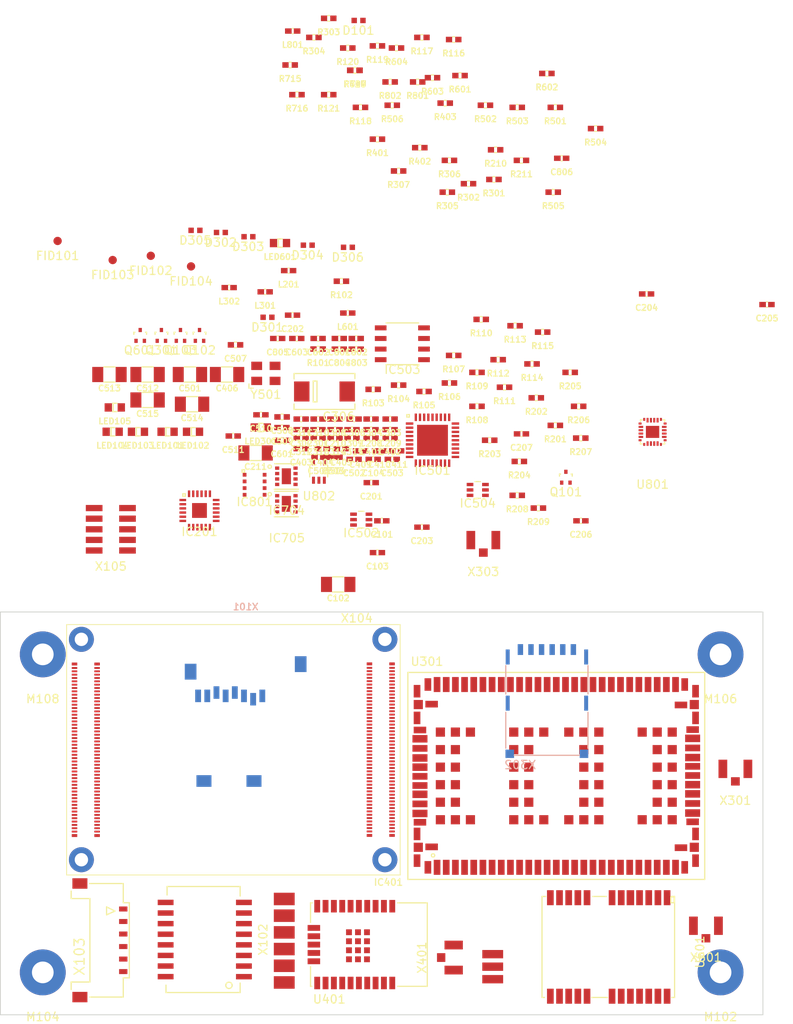
<source format=kicad_pcb>
(kicad_pcb (version 4) (host pcbnew 4.0.2-stable)
  (layers (0 F.Cu signal) (1 In1.Cu signal hide) (2 In2.Cu signal hide) (31 B.Cu signal) (34 B.Paste user) (35 F.Paste user) (36 B.SilkS user) (37 F.SilkS user) (38 B.Mask user) (39 F.Mask user) (44 Edge.Cuts user))
  (net 0 "")
  (net 1 GND)
  (net 2 +3V3)
  (net 3 "Net-(C103-Pad1)")
  (net 4 "Net-(C104-Pad1)")
  (net 5 "Net-(C203-Pad2)")
  (net 6 "Net-(C204-Pad2)")
  (net 7 /Communication/ETH_TX-)
  (net 8 /Communication/ETH_TX+)
  (net 9 /Communication/ETH_RX-)
  (net 10 /Communication/ETH_RX+)
  (net 11 +3V8)
  (net 12 "Net-(C308-Pad1)")
  (net 13 "Net-(C309-Pad1)")
  (net 14 "Net-(C310-Pad1)")
  (net 15 "Net-(C310-Pad2)")
  (net 16 "Net-(C311-Pad1)")
  (net 17 "Net-(C312-Pad2)")
  (net 18 "Net-(C313-Pad1)")
  (net 19 "Net-(C314-Pad1)")
  (net 20 "Net-(C314-Pad2)")
  (net 21 /Communication/USB_HUB/USBB_D+)
  (net 22 /Communication/USB_HUB/USBB_D-)
  (net 23 "Net-(C410-Pad1)")
  (net 24 "Net-(C507-Pad1)")
  (net 25 "Net-(C508-Pad1)")
  (net 26 "Net-(C510-Pad1)")
  (net 27 "Net-(C511-Pad1)")
  (net 28 +5V)
  (net 29 /Communication/USB_HUB/USB_VBUS_OUT)
  (net 30 "Net-(C603-Pad1)")
  (net 31 "Net-(C803-Pad1)")
  (net 32 "Net-(IC201-Pad2)")
  (net 33 "Net-(IC201-Pad3)")
  (net 34 "Net-(IC201-Pad4)")
  (net 35 "Net-(IC201-Pad14)")
  (net 36 "Net-(IC201-Pad24)")
  (net 37 /Communication/USB_HUB/USBA_D-)
  (net 38 /Communication/USB_HUB/USBA_D+)
  (net 39 /Communication/USB_HUB/USBC_D-)
  (net 40 /Communication/USB_HUB/USBC_D+)
  (net 41 /Communication/USB_HUB/USBD_D-)
  (net 42 /Communication/USB_HUB/USBD_D+)
  (net 43 "Net-(IC501-Pad12)")
  (net 44 /Communication/USB_HUB/USB_VBUS_OC)
  (net 45 "Net-(IC501-Pad16)")
  (net 46 "Net-(IC501-Pad18)")
  (net 47 "Net-(IC501-Pad20)")
  (net 48 "Net-(IC501-Pad22)")
  (net 49 "Net-(IC501-Pad24)")
  (net 50 "Net-(IC501-Pad25)")
  (net 51 /Communication/USB_HUB/~RESET)
  (net 52 "Net-(IC501-Pad28)")
  (net 53 "Net-(IC501-Pad35)")
  (net 54 "Net-(IC503-Pad3)")
  (net 55 /Communication/USB_HUB/USB_VBUS_EN)
  (net 56 /Sensors/SDI)
  (net 57 /Sensors/SCK)
  (net 58 /Sensors/SDO)
  (net 59 "Net-(L601-Pad1)")
  (net 60 "Net-(LED101-PadC)")
  (net 61 "Net-(LED101-PadA)")
  (net 62 "Net-(LED102-PadC)")
  (net 63 "Net-(LED102-PadA)")
  (net 64 "Net-(LED103-PadC)")
  (net 65 "Net-(LED103-PadA)")
  (net 66 "Net-(LED301-PadC)")
  (net 67 "Net-(LED301-PadA)")
  (net 68 "Net-(Q101-PadG)")
  (net 69 "Net-(Q102-PadG)")
  (net 70 "Net-(Q103-PadG)")
  (net 71 "Net-(Q301-PadG)")
  (net 72 /PTC6)
  (net 73 /PTC0)
  (net 74 /PTC1)
  (net 75 /PTC2)
  (net 76 /PTC3)
  (net 77 /PTC4)
  (net 78 /PTC5)
  (net 79 /PTB10)
  (net 80 /PTD1)
  (net 81 /PTB11)
  (net 82 /PTD0)
  (net 83 /PTD21)
  (net 84 /PTD22)
  (net 85 /PTD23)
  (net 86 /Communication/ETH_LED_SPD-)
  (net 87 /Communication/ETH_LED_ACT+)
  (net 88 "Net-(R302-Pad1)")
  (net 89 "Net-(R305-Pad2)")
  (net 90 "Net-(R306-Pad2)")
  (net 91 "Net-(R307-Pad2)")
  (net 92 "Net-(R401-Pad1)")
  (net 93 "Net-(R601-Pad2)")
  (net 94 "Net-(R602-Pad1)")
  (net 95 /Communication/NEO/RX)
  (net 96 "Net-(R603-Pad1)")
  (net 97 "Net-(R604-Pad1)")
  (net 98 /Communication/NEO/TX)
  (net 99 /Sensors/SCL)
  (net 100 /Sensors/SDA)
  (net 101 "Net-(U301-Pad1)")
  (net 102 "Net-(U301-Pad50)")
  (net 103 "Net-(U301-Pad51)")
  (net 104 "Net-(U301-Pad52)")
  (net 105 "Net-(U301-Pad53)")
  (net 106 "Net-(U301-Pad54)")
  (net 107 "Net-(U301-Pad55)")
  (net 108 "Net-(U301-Pad26)")
  (net 109 "Net-(U301-Pad25)")
  (net 110 "Net-(U301-Pad24)")
  (net 111 "Net-(U301-Pad22)")
  (net 112 /Communication/TOBY/PWR_ON)
  (net 113 /Communication/TOBY/TxD)
  (net 114 /Communication/TOBY/RxD)
  (net 115 "Net-(U301-Pad15)")
  (net 116 "Net-(U301-Pad67)")
  (net 117 "Net-(U301-Pad68)")
  (net 118 "Net-(U301-Pad62)")
  (net 119 "Net-(U301-Pad63)")
  (net 120 "Net-(U301-Pad64)")
  (net 121 "Net-(U301-Pad65)")
  (net 122 "Net-(U301-Pad66)")
  (net 123 "Net-(U301-Pad61)")
  (net 124 "Net-(U301-Pad60)")
  (net 125 "Net-(C307-Pad+)")
  (net 126 "Net-(U301-Pad4)")
  (net 127 +1V8)
  (net 128 "Net-(U301-Pad10)")
  (net 129 "Net-(U301-Pad11)")
  (net 130 "Net-(U301-Pad12)")
  (net 131 "Net-(R304-Pad1)")
  (net 132 "Net-(R303-Pad1)")
  (net 133 "Net-(U401-Pad1)")
  (net 134 "Net-(U401-Pad2)")
  (net 135 "Net-(U401-Pad3)")
  (net 136 "Net-(U401-Pad5)")
  (net 137 "Net-(U401-Pad7)")
  (net 138 "Net-(U401-Pad18)")
  (net 139 "Net-(U401-Pad20)")
  (net 140 /Communication/LILY/HOST_WKUP)
  (net 141 /Communication/LILY/WAKE_UP)
  (net 142 /Communication/LILY/POWER_DOWN-N)
  (net 143 "Net-(U401-Pad22)")
  (net 144 "Net-(U601-Pad1)")
  (net 145 "Net-(U601-Pad2)")
  (net 146 "Net-(U601-Pad4)")
  (net 147 /Communication/NEO/~RESET)
  (net 148 "Net-(U601-Pad19)")
  (net 149 "Net-(U601-Pad18)")
  (net 150 "Net-(U601-Pad15)")
  (net 151 "Net-(U601-Pad16)")
  (net 152 "Net-(U601-Pad17)")
  (net 153 "Net-(U801-Pad17)")
  (net 154 "Net-(U801-Pad14)")
  (net 155 /Sensors/INT)
  (net 156 "Net-(U801-Pad7)")
  (net 157 "Net-(U801-Pad3)")
  (net 158 "Net-(U801-Pad1)")
  (net 159 "Net-(U801-Pad5)")
  (net 160 "Net-(U801-Pad4)")
  (net 161 "Net-(U801-Pad2)")
  (net 162 "Net-(U801-Pad6)")
  (net 163 "Net-(U801-Pad21)")
  (net 164 "Net-(U801-Pad19)")
  (net 165 /TDO)
  (net 166 /TCK)
  (net 167 /TDI)
  (net 168 /TMS)
  (net 169 /PTA12)
  (net 170 /PTC7)
  (net 171 /PTB0)
  (net 172 /PTB1)
  (net 173 /PTC30)
  (net 174 /PTD12)
  (net 175 /PTD4)
  (net 176 /PTD7)
  (net 177 /PTD5)
  (net 178 /PTD6)
  (net 179 /PTA7)
  (net 180 /PTD10)
  (net 181 /PTD11)
  (net 182 /PTD3)
  (net 183 /PTD9)
  (net 184 /PTC8)
  (net 185 /PTD2)
  (net 186 /PTA30)
  (net 187 /PTA19)
  (net 188 /PTA31)
  (net 189 /PTA18)
  (net 190 /PTB2)
  (net 191 /PTB27)
  (net 192 /PTC31)
  (net 193 /PTA17)
  (net 194 /USB0_VBUS)
  (net 195 /PTA16)
  (net 196 /USB1_VBUS)
  (net 197 /PTB3)
  (net 198 /PTB4)
  (net 199 /USB1_D+)
  (net 200 /USB1_D-)
  (net 201 /PTB6)
  (net 202 /PTB5)
  (net 203 /DAC0)
  (net 204 /DAC1)
  (net 205 /VADCSE2)
  (net 206 /ADC0SE9)
  (net 207 /VADCSE0)
  (net 208 /ADC0SE8)
  (net 209 /VADCSE1)
  (net 210 /ADC1SE8)
  (net 211 /VADCSE3)
  (net 212 /ADC1SE9)
  (net 213 /PTE12)
  (net 214 /PTB8)
  (net 215 /PTE15)
  (net 216 /PTE9)
  (net 217 /PTD26)
  (net 218 /PTB21)
  (net 219 /PTC28)
  (net 220 /PTB7)
  (net 221 /PTB12)
  (net 222 /PTE17)
  (net 223 /PTD31)
  (net 224 /PTE18)
  (net 225 /PTE19)
  (net 226 /PTB16)
  (net 227 /PTC27)
  (net 228 /PTE7)
  (net 229 /PTE16)
  (net 230 /PTE8)
  (net 231 /PTE2)
  (net 232 /PTE4)
  (net 233 /PTD24)
  (net 234 /PTD30)
  (net 235 /PTB9)
  (net 236 /PTB26)
  (net 237 /PTA21)
  (net 238 /PTB24)
  (net 239 /PTC29)
  (net 240 /PTB25)
  (net 241 /PTB28)
  (net 242 /PTE25)
  (net 243 /PTB23)
  (net 244 /PTE27)
  (net 245 /PTE20)
  (net 246 /PTB18)
  (net 247 /PTA23)
  (net 248 /PTB20)
  (net 249 /PTB15)
  (net 250 /PTB14)
  (net 251 /PTA20)
  (net 252 /PTB17)
  (net 253 /PTD16)
  (net 254 /PTD17)
  (net 255 /PTE24)
  (net 256 /PTD29)
  (net 257 /PTD25)
  (net 258 /PTD20)
  (net 259 /PTE23)
  (net 260 /PTD18)
  (net 261 /PTC26)
  (net 262 /PTE26)
  (net 263 /PTB19)
  (net 264 /PTB22)
  (net 265 /PTE28)
  (net 266 /PTD27)
  (net 267 /PTD28)
  (net 268 /PTD19)
  (net 269 /PTE14)
  (net 270 /PTA22)
  (net 271 /PTE1)
  (net 272 /PTE3)
  (net 273 /PTB13)
  (net 274 /PTE22)
  (net 275 /PTE6)
  (net 276 /PTE11)
  (net 277 /PTE13)
  (net 278 /PTE0)
  (net 279 /PTE5)
  (net 280 /VBAT)
  (net 281 /PTE21)
  (net 282 /PTD13)
  (net 283 /PTD8)
  (net 284 /PTE10)
  (net 285 "Net-(X105-Pad7)")
  (net 286 "Net-(X105-Pad9)")
  (net 287 /Communication/LILY/RF)
  (net 288 "Net-(C804-Pad1)")
  (net 289 "Net-(D101-PadA)")
  (net 290 "Net-(IC401-Pad1)")
  (net 291 /Communication/LILY/USB+)
  (net 292 /Communication/LILY/USB-)
  (net 293 "Net-(IC401-Pad6)")
  (net 294 "Net-(LED104-PadA)")
  (net 295 "Net-(R118-Pad2)")
  (net 296 "Net-(R119-Pad2)")
  (net 297 "Net-(R120-Pad1)")
  (net 298 "Net-(R121-Pad1)")
  (net 299 "Net-(U401-Pad16)")
  (net 300 "Net-(U401-Pad15)")
  (net 301 "Net-(U801-Pad9)")
  (net 302 /Sensors/~CS)
  (net 303 "Net-(X102-Pad16)")
  (net 304 "Net-(X102-Pad14)")
  (net 305 "Net-(X102-Pad11)")
  (net 306 "Net-(X102-Pad9)")
  (net 307 "Net-(IC704-Pad7)")
  (net 308 "Net-(IC705-Pad7)")
  (net 309 "Net-(IC704-Pad2)")
  (net 310 "Net-(IC705-Pad2)")
  (net 311 /~RESET)
  (net 312 /PTA6)
  (net 313 /PTC12)
  (net 314 /PTC13)
  (net 315 /PTC14)
  (net 316 /PTC11)
  (net 317 /PTC10)
  (net 318 /PTC9)
  (net 319 /PTC17)
  (net 320 /PTC16)
  (net 321 /PTC15)
  (net 322 /USB0_D_N)
  (net 323 /USB0_D_P)
  (net 324 "Net-(LED105-PadA)")
  (net 325 "Net-(LED601-PadC)")
  (net 326 "Net-(LED601-PadA)")
  (net 327 "Net-(Q601-PadG)")
  (net 328 "Net-(U601-Pad5)")
  (net 329 "Net-(U601-Pad6)")
  (net 330 /Sensors/TEMP_SENSOR)
  (module Passives:C0402N (layer F.Cu) (at 195.7595 79.368)
    (fp_text reference C101 (at 0 1.651) (layer F.SilkS) (effects (font (size 0.7 0.7))))
    (fp_text value 100n)
    (pad 1 smd rect (at -0.5275 0) (size 0.79 0.64) (layers F.Cu F.Paste F.Mask) (net 2 +3V3))
    (pad 2 smd rect (at 0.5275 0) (size 0.79 0.64) (layers F.Cu F.Paste F.Mask) (net 1 GND))
  )
  (module Passives:C1206N (layer F.Cu) (at 190.5275 86.988)
    (fp_text reference C102 (at 0 1.651) (layer F.SilkS) (effects (font (size 0.7 0.7))))
    (fp_text value 22u,10V)
    (pad 1 smd rect (at -1.4025 0) (size 1.32 1.82) (layers F.Cu F.Paste F.Mask) (net 2 +3V3))
    (pad 2 smd rect (at 1.4025 0) (size 1.32 1.82) (layers F.Cu F.Paste F.Mask) (net 1 GND))
  )
  (module Passives:C0402N (layer F.Cu) (at 195.232 83.178)
    (fp_text reference C103 (at 0 1.651) (layer F.SilkS) (effects (font (size 0.7 0.7))))
    (fp_text value 1u,10V,X5R)
    (pad 1 smd rect (at -0.5275 0) (size 0.79 0.64) (layers F.Cu F.Paste F.Mask) (net 3 "Net-(C103-Pad1)"))
    (pad 2 smd rect (at 0.5275 0) (size 0.79 0.64) (layers F.Cu F.Paste F.Mask) (net 1 GND))
  )
  (module Passives:C0402N (layer F.Cu) (at 194.724 72.002)
    (fp_text reference C104 (at 0 1.651) (layer F.SilkS) (effects (font (size 0.7 0.7))))
    (fp_text value 1u,10V,X5R)
    (pad 1 smd rect (at -0.5275 0) (size 0.79 0.64) (layers F.Cu F.Paste F.Mask) (net 4 "Net-(C104-Pad1)"))
    (pad 2 smd rect (at 0.5275 0) (size 0.79 0.64) (layers F.Cu F.Paste F.Mask) (net 1 GND))
  )
  (module Passives:C0402N (layer F.Cu) (at 194.4895 74.796)
    (fp_text reference C201 (at 0 1.651) (layer F.SilkS) (effects (font (size 0.7 0.7))))
    (fp_text value 1u,10V,X5R)
    (pad 1 smd rect (at -0.5275 0) (size 0.79 0.64) (layers F.Cu F.Paste F.Mask) (net 2 +3V3))
    (pad 2 smd rect (at 0.5275 0) (size 0.79 0.64) (layers F.Cu F.Paste F.Mask) (net 1 GND))
  )
  (module Passives:C0402N (layer F.Cu) (at 185.0525 54.73)
    (fp_text reference C202 (at 0 1.651) (layer F.SilkS) (effects (font (size 0.7 0.7))))
    (fp_text value 1u,10V,X5R)
    (pad 1 smd rect (at -0.5275 0) (size 0.79 0.64) (layers F.Cu F.Paste F.Mask) (net 2 +3V3))
    (pad 2 smd rect (at 0.5275 0) (size 0.79 0.64) (layers F.Cu F.Paste F.Mask) (net 1 GND))
  )
  (module Passives:C0402N (layer F.Cu) (at 200.566 80.13)
    (fp_text reference C203 (at 0 1.651) (layer F.SilkS) (effects (font (size 0.7 0.7))))
    (fp_text value 1u,10V,X5R)
    (pad 1 smd rect (at -0.5275 0) (size 0.79 0.64) (layers F.Cu F.Paste F.Mask) (net 1 GND))
    (pad 2 smd rect (at 0.5275 0) (size 0.79 0.64) (layers F.Cu F.Paste F.Mask) (net 5 "Net-(C203-Pad2)"))
  )
  (module Passives:C0402N (layer F.Cu) (at 227.5095 52.19)
    (fp_text reference C204 (at 0 1.651) (layer F.SilkS) (effects (font (size 0.7 0.7))))
    (fp_text value 1u,10V,X5R)
    (pad 1 smd rect (at -0.5275 0) (size 0.79 0.64) (layers F.Cu F.Paste F.Mask) (net 1 GND))
    (pad 2 smd rect (at 0.5275 0) (size 0.79 0.64) (layers F.Cu F.Paste F.Mask) (net 6 "Net-(C204-Pad2)"))
  )
  (module Passives:C0402N (layer F.Cu) (at 241.9485 53.46)
    (fp_text reference C205 (at 0 1.651) (layer F.SilkS) (effects (font (size 0.7 0.7))))
    (fp_text value 1u,10V,X5R)
    (pad 1 smd rect (at -0.5275 0) (size 0.79 0.64) (layers F.Cu F.Paste F.Mask) (net 1 GND))
    (pad 2 smd rect (at 0.5275 0) (size 0.79 0.64) (layers F.Cu F.Paste F.Mask) (net 6 "Net-(C204-Pad2)"))
  )
  (module Passives:C0402N (layer F.Cu) (at 219.6355 79.368)
    (fp_text reference C206 (at 0 1.651) (layer F.SilkS) (effects (font (size 0.7 0.7))))
    (fp_text value 1u,10V,X5R)
    (pad 1 smd rect (at -0.5275 0) (size 0.79 0.64) (layers F.Cu F.Paste F.Mask) (net 1 GND))
    (pad 2 smd rect (at 0.5275 0) (size 0.79 0.64) (layers F.Cu F.Paste F.Mask) (net 2 +3V3))
  )
  (module Passives:C0402N (layer F.Cu) (at 212.504 68.954)
    (fp_text reference C207 (at 0 1.651) (layer F.SilkS) (effects (font (size 0.7 0.7))))
    (fp_text value 10p)
    (pad 1 smd rect (at -0.5275 0) (size 0.79 0.64) (layers F.Cu F.Paste F.Mask) (net 1 GND))
    (pad 2 smd rect (at 0.5275 0) (size 0.79 0.64) (layers F.Cu F.Paste F.Mask) (net 7 /Communication/ETH_TX-))
  )
  (module Passives:C0402N (layer F.Cu) (at 194.47 68.446)
    (fp_text reference C208 (at 0 1.651) (layer F.SilkS) (effects (font (size 0.7 0.7))))
    (fp_text value 10p)
    (pad 1 smd rect (at -0.5275 0) (size 0.79 0.64) (layers F.Cu F.Paste F.Mask) (net 1 GND))
    (pad 2 smd rect (at 0.5275 0) (size 0.79 0.64) (layers F.Cu F.Paste F.Mask) (net 8 /Communication/ETH_TX+))
  )
  (module Passives:C0402N (layer F.Cu) (at 196.756 68.446)
    (fp_text reference C209 (at 0 1.651) (layer F.SilkS) (effects (font (size 0.7 0.7))))
    (fp_text value 10p)
    (pad 1 smd rect (at -0.5275 0) (size 0.79 0.64) (layers F.Cu F.Paste F.Mask) (net 1 GND))
    (pad 2 smd rect (at 0.5275 0) (size 0.79 0.64) (layers F.Cu F.Paste F.Mask) (net 9 /Communication/ETH_RX-))
  )
  (module Passives:C0402N (layer F.Cu) (at 190.152 68.446)
    (fp_text reference C210 (at 0 1.651) (layer F.SilkS) (effects (font (size 0.7 0.7))))
    (fp_text value 10p)
    (pad 1 smd rect (at -0.5275 0) (size 0.79 0.64) (layers F.Cu F.Paste F.Mask) (net 1 GND))
    (pad 2 smd rect (at 0.5275 0) (size 0.79 0.64) (layers F.Cu F.Paste F.Mask) (net 10 /Communication/ETH_RX+))
  )
  (module Passives:C1206N (layer F.Cu) (at 180.6215 71.24)
    (fp_text reference C211 (at 0 1.651) (layer F.SilkS) (effects (font (size 0.7 0.7))))
    (fp_text value 22u,10V)
    (pad 1 smd rect (at -1.4025 0) (size 1.32 1.82) (layers F.Cu F.Paste F.Mask) (net 2 +3V3))
    (pad 2 smd rect (at 1.4025 0) (size 1.32 1.82) (layers F.Cu F.Paste F.Mask) (net 1 GND))
  )
  (module Passives:C0402N (layer F.Cu) (at 188.1005 68.446)
    (fp_text reference C301 (at 0 1.651) (layer F.SilkS) (effects (font (size 0.7 0.7))))
    (fp_text value "68p, 50V")
    (pad 1 smd rect (at -0.5275 0) (size 0.79 0.64) (layers F.Cu F.Paste F.Mask) (net 11 +3V8))
    (pad 2 smd rect (at 0.5275 0) (size 0.79 0.64) (layers F.Cu F.Paste F.Mask) (net 1 GND))
  )
  (module Passives:C0402N (layer F.Cu) (at 186.088 68.446)
    (fp_text reference C302 (at 0 1.651) (layer F.SilkS) (effects (font (size 0.7 0.7))))
    (fp_text value "15p, 50V")
    (pad 1 smd rect (at -0.5275 0) (size 0.79 0.64) (layers F.Cu F.Paste F.Mask) (net 11 +3V8))
    (pad 2 smd rect (at 0.5275 0) (size 0.79 0.64) (layers F.Cu F.Paste F.Mask) (net 1 GND))
  )
  (module Passives:C0402N (layer F.Cu) (at 196.756 67.176)
    (fp_text reference C303 (at 0 1.651) (layer F.SilkS) (effects (font (size 0.7 0.7))))
    (fp_text value "8.2p, 50V")
    (pad 1 smd rect (at -0.5275 0) (size 0.79 0.64) (layers F.Cu F.Paste F.Mask) (net 11 +3V8))
    (pad 2 smd rect (at 0.5275 0) (size 0.79 0.64) (layers F.Cu F.Paste F.Mask) (net 1 GND))
  )
  (module Passives:C0402N (layer F.Cu) (at 194.47 67.176)
    (fp_text reference C304 (at 0 1.651) (layer F.SilkS) (effects (font (size 0.7 0.7))))
    (fp_text value "10n, 50V")
    (pad 1 smd rect (at -0.5275 0) (size 0.79 0.64) (layers F.Cu F.Paste F.Mask) (net 11 +3V8))
    (pad 2 smd rect (at 0.5275 0) (size 0.79 0.64) (layers F.Cu F.Paste F.Mask) (net 1 GND))
  )
  (module Passives:C0402N (layer F.Cu) (at 192.438 67.176)
    (fp_text reference C305 (at 0 1.651) (layer F.SilkS) (effects (font (size 0.7 0.7))))
    (fp_text value "100n, 16V")
    (pad 1 smd rect (at -0.5275 0) (size 0.79 0.64) (layers F.Cu F.Paste F.Mask) (net 11 +3V8))
    (pad 2 smd rect (at 0.5275 0) (size 0.79 0.64) (layers F.Cu F.Paste F.Mask) (net 1 GND))
  )
  (module Passives:C0402N (layer F.Cu) (at 190.1325 67.176)
    (fp_text reference C308 (at 0 1.651) (layer F.SilkS) (effects (font (size 0.7 0.7))))
    (fp_text value "47p, 50V")
    (pad 1 smd rect (at -0.5275 0) (size 0.79 0.64) (layers F.Cu F.Paste F.Mask) (net 12 "Net-(C308-Pad1)"))
    (pad 2 smd rect (at 0.5275 0) (size 0.79 0.64) (layers F.Cu F.Paste F.Mask) (net 1 GND))
  )
  (module Passives:C0402N (layer F.Cu) (at 192.184 68.446)
    (fp_text reference C309 (at 0 1.651) (layer F.SilkS) (effects (font (size 0.7 0.7))))
    (fp_text value "47p, 50V")
    (pad 1 smd rect (at -0.5275 0) (size 0.79 0.64) (layers F.Cu F.Paste F.Mask) (net 13 "Net-(C309-Pad1)"))
    (pad 2 smd rect (at 0.5275 0) (size 0.79 0.64) (layers F.Cu F.Paste F.Mask) (net 1 GND))
  )
  (module Passives:C0402N (layer F.Cu) (at 188.12 67.176)
    (fp_text reference C310 (at 0 1.651) (layer F.SilkS) (effects (font (size 0.7 0.7))))
    (fp_text value "33p, 50V")
    (pad 1 smd rect (at -0.5275 0) (size 0.79 0.64) (layers F.Cu F.Paste F.Mask) (net 14 "Net-(C310-Pad1)"))
    (pad 2 smd rect (at 0.5275 0) (size 0.79 0.64) (layers F.Cu F.Paste F.Mask) (net 15 "Net-(C310-Pad2)"))
  )
  (module Passives:C0402N (layer F.Cu) (at 186.088 67.176)
    (fp_text reference C311 (at 0 1.651) (layer F.SilkS) (effects (font (size 0.7 0.7))))
    (fp_text value "47p, 50V")
    (pad 1 smd rect (at -0.5275 0) (size 0.79 0.64) (layers F.Cu F.Paste F.Mask) (net 16 "Net-(C311-Pad1)"))
    (pad 2 smd rect (at 0.5275 0) (size 0.79 0.64) (layers F.Cu F.Paste F.Mask) (net 1 GND))
  )
  (module Passives:C0402N (layer F.Cu) (at 186.088 69.462)
    (fp_text reference C312 (at 0 1.651) (layer F.SilkS) (effects (font (size 0.7 0.7))))
    (fp_text value "27p, 50V")
    (pad 1 smd rect (at -0.5275 0) (size 0.79 0.64) (layers F.Cu F.Paste F.Mask) (net 1 GND))
    (pad 2 smd rect (at 0.5275 0) (size 0.79 0.64) (layers F.Cu F.Paste F.Mask) (net 17 "Net-(C312-Pad2)"))
  )
  (module Passives:C0402N (layer F.Cu) (at 188.12 69.462)
    (fp_text reference C313 (at 0 1.651) (layer F.SilkS) (effects (font (size 0.7 0.7))))
    (fp_text value "47p, 50V")
    (pad 1 smd rect (at -0.5275 0) (size 0.79 0.64) (layers F.Cu F.Paste F.Mask) (net 18 "Net-(C313-Pad1)"))
    (pad 2 smd rect (at 0.5275 0) (size 0.79 0.64) (layers F.Cu F.Paste F.Mask) (net 1 GND))
  )
  (module Passives:C0402N (layer F.Cu) (at 190.152 69.462)
    (fp_text reference C314 (at 0 1.651) (layer F.SilkS) (effects (font (size 0.7 0.7))))
    (fp_text value "33p, 50V")
    (pad 1 smd rect (at -0.5275 0) (size 0.79 0.64) (layers F.Cu F.Paste F.Mask) (net 19 "Net-(C314-Pad1)"))
    (pad 2 smd rect (at 0.5275 0) (size 0.79 0.64) (layers F.Cu F.Paste F.Mask) (net 20 "Net-(C314-Pad2)"))
  )
  (module Passives:C0402N (layer F.Cu) (at 192.184 69.462)
    (fp_text reference C315 (at 0 1.651) (layer F.SilkS) (effects (font (size 0.7 0.7))))
    (fp_text value "100n, 16V")
    (pad 1 smd rect (at -0.5275 0) (size 0.79 0.64) (layers F.Cu F.Paste F.Mask) (net 18 "Net-(C313-Pad1)"))
    (pad 2 smd rect (at 0.5275 0) (size 0.79 0.64) (layers F.Cu F.Paste F.Mask) (net 1 GND))
  )
  (module Passives:C0402N (layer F.Cu) (at 194.47 69.462)
    (fp_text reference C401 (at 0 1.651) (layer F.SilkS) (effects (font (size 0.7 0.7))))
    (fp_text value 10p)
    (pad 1 smd rect (at -0.5275 0) (size 0.79 0.64) (layers F.Cu F.Paste F.Mask) (net 1 GND))
    (pad 2 smd rect (at 0.5275 0) (size 0.79 0.64) (layers F.Cu F.Paste F.Mask) (net 2 +3V3))
  )
  (module Passives:C0402N (layer F.Cu) (at 196.756 69.462)
    (fp_text reference C402 (at 0 1.651) (layer F.SilkS) (effects (font (size 0.7 0.7))))
    (fp_text value 10p)
    (pad 1 smd rect (at -0.5275 0) (size 0.79 0.64) (layers F.Cu F.Paste F.Mask) (net 1 GND))
    (pad 2 smd rect (at 0.5275 0) (size 0.79 0.64) (layers F.Cu F.Paste F.Mask) (net 21 /Communication/USB_HUB/USBB_D+))
  )
  (module Passives:C0402N (layer F.Cu) (at 186.088 70.732)
    (fp_text reference C403 (at 0 1.651) (layer F.SilkS) (effects (font (size 0.7 0.7))))
    (fp_text value 10p)
    (pad 1 smd rect (at -0.5275 0) (size 0.79 0.64) (layers F.Cu F.Paste F.Mask) (net 1 GND))
    (pad 2 smd rect (at 0.5275 0) (size 0.79 0.64) (layers F.Cu F.Paste F.Mask) (net 2 +3V3))
  )
  (module Passives:C0402N (layer F.Cu) (at 188.628 70.732)
    (fp_text reference C404 (at 0 1.651) (layer F.SilkS) (effects (font (size 0.7 0.7))))
    (fp_text value 100n)
    (pad 1 smd rect (at -0.5275 0) (size 0.79 0.64) (layers F.Cu F.Paste F.Mask) (net 1 GND))
    (pad 2 smd rect (at 0.5275 0) (size 0.79 0.64) (layers F.Cu F.Paste F.Mask) (net 2 +3V3))
  )
  (module Passives:C0402N (layer F.Cu) (at 190.8945 70.732)
    (fp_text reference C405 (at 0 1.651) (layer F.SilkS) (effects (font (size 0.7 0.7))))
    (fp_text value 10p)
    (pad 1 smd rect (at -0.5275 0) (size 0.79 0.64) (layers F.Cu F.Paste F.Mask) (net 1 GND))
    (pad 2 smd rect (at 0.5275 0) (size 0.79 0.64) (layers F.Cu F.Paste F.Mask) (net 22 /Communication/USB_HUB/USBB_D-))
  )
  (module Passives:C1206N (layer F.Cu) (at 177.198 61.842)
    (fp_text reference C406 (at 0 1.651) (layer F.SilkS) (effects (font (size 0.7 0.7))))
    (fp_text value 2.2u)
    (pad 1 smd rect (at -1.4025 0) (size 1.32 1.82) (layers F.Cu F.Paste F.Mask) (net 1 GND))
    (pad 2 smd rect (at 1.4025 0) (size 1.32 1.82) (layers F.Cu F.Paste F.Mask) (net 2 +3V3))
  )
  (module Passives:C0402N (layer F.Cu) (at 193.2 70.986)
    (fp_text reference C409 (at 0 1.651) (layer F.SilkS) (effects (font (size 0.7 0.7))))
    (fp_text value C)
    (pad 1 smd rect (at -0.5275 0) (size 0.79 0.64) (layers F.Cu F.Paste F.Mask) (net 287 /Communication/LILY/RF))
    (pad 2 smd rect (at 0.5275 0) (size 0.79 0.64) (layers F.Cu F.Paste F.Mask) (net 1 GND))
  )
  (module Passives:C0402N (layer F.Cu) (at 195.486 70.986)
    (fp_text reference C410 (at 0 1.651) (layer F.SilkS) (effects (font (size 0.7 0.7))))
    (fp_text value 10p)
    (pad 1 smd rect (at -0.5275 0) (size 0.79 0.64) (layers F.Cu F.Paste F.Mask) (net 23 "Net-(C410-Pad1)"))
    (pad 2 smd rect (at 0.5275 0) (size 0.79 0.64) (layers F.Cu F.Paste F.Mask) (net 287 /Communication/LILY/RF))
  )
  (module Passives:C0402N (layer F.Cu) (at 197.5375 70.986)
    (fp_text reference C411 (at 0 1.651) (layer F.SilkS) (effects (font (size 0.7 0.7))))
    (fp_text value C)
    (pad 1 smd rect (at -0.5275 0) (size 0.79 0.64) (layers F.Cu F.Paste F.Mask) (net 23 "Net-(C410-Pad1)"))
    (pad 2 smd rect (at 0.5275 0) (size 0.79 0.64) (layers F.Cu F.Paste F.Mask) (net 1 GND))
  )
  (module Passives:C1206N (layer F.Cu) (at 172.7475 61.842)
    (fp_text reference C501 (at 0 1.651) (layer F.SilkS) (effects (font (size 0.7 0.7))))
    (fp_text value 22u,10V)
    (pad 1 smd rect (at -1.4025 0) (size 1.32 1.82) (layers F.Cu F.Paste F.Mask) (net 2 +3V3))
    (pad 2 smd rect (at 1.4025 0) (size 1.32 1.82) (layers F.Cu F.Paste F.Mask) (net 1 GND))
  )
  (module Passives:C0402N (layer F.Cu) (at 192.438 72.002)
    (fp_text reference C502 (at 0 1.651) (layer F.SilkS) (effects (font (size 0.7 0.7))))
    (fp_text value 100n)
    (pad 1 smd rect (at -0.5275 0) (size 0.79 0.64) (layers F.Cu F.Paste F.Mask) (net 2 +3V3))
    (pad 2 smd rect (at 0.5275 0) (size 0.79 0.64) (layers F.Cu F.Paste F.Mask) (net 1 GND))
  )
  (module Passives:C0402N (layer F.Cu) (at 197.01 72.002)
    (fp_text reference C503 (at 0 1.651) (layer F.SilkS) (effects (font (size 0.7 0.7))))
    (fp_text value 100n)
    (pad 1 smd rect (at -0.5275 0) (size 0.79 0.64) (layers F.Cu F.Paste F.Mask) (net 2 +3V3))
    (pad 2 smd rect (at 0.5275 0) (size 0.79 0.64) (layers F.Cu F.Paste F.Mask) (net 1 GND))
  )
  (module Passives:C0402N (layer F.Cu) (at 190.152 71.748)
    (fp_text reference C504 (at 0 1.651) (layer F.SilkS) (effects (font (size 0.7 0.7))))
    (fp_text value 100n)
    (pad 1 smd rect (at -0.5275 0) (size 0.79 0.64) (layers F.Cu F.Paste F.Mask) (net 2 +3V3))
    (pad 2 smd rect (at 0.5275 0) (size 0.79 0.64) (layers F.Cu F.Paste F.Mask) (net 1 GND))
  )
  (module Passives:C0402N (layer F.Cu) (at 189.898 71.748)
    (fp_text reference C505 (at 0 1.651) (layer F.SilkS) (effects (font (size 0.7 0.7))))
    (fp_text value 100n)
    (pad 1 smd rect (at -0.5275 0) (size 0.79 0.64) (layers F.Cu F.Paste F.Mask) (net 2 +3V3))
    (pad 2 smd rect (at 0.5275 0) (size 0.79 0.64) (layers F.Cu F.Paste F.Mask) (net 1 GND))
  )
  (module Passives:C0402N (layer F.Cu) (at 188.214 71.748)
    (fp_text reference C506 (at 0 1.651) (layer F.SilkS) (effects (font (size 0.7 0.7))))
    (fp_text value 100n)
    (pad 1 smd rect (at -0.5275 0) (size 0.79 0.64) (layers F.Cu F.Paste F.Mask) (net 2 +3V3))
    (pad 2 smd rect (at 0.5275 0) (size 0.79 0.64) (layers F.Cu F.Paste F.Mask) (net 1 GND))
  )
  (module Passives:R0402N (layer F.Cu) (at 178.214 58.286)
    (fp_text reference C507 (at 0 1.651) (layer F.SilkS) (effects (font (size 0.7 0.7))))
    (fp_text value 18p)
    (pad 1 smd rect (at -0.56 0) (size 0.75 0.67) (layers F.Cu F.Paste F.Mask) (net 24 "Net-(C507-Pad1)"))
    (pad 2 smd rect (at 0.56 0) (size 0.75 0.67) (layers F.Cu F.Paste F.Mask) (net 1 GND))
  )
  (module Passives:R0402N (layer F.Cu) (at 183.802 66.922)
    (fp_text reference C508 (at 0 1.651) (layer F.SilkS) (effects (font (size 0.7 0.7))))
    (fp_text value 18p)
    (pad 1 smd rect (at -0.56 0) (size 0.75 0.67) (layers F.Cu F.Paste F.Mask) (net 25 "Net-(C508-Pad1)"))
    (pad 2 smd rect (at 0.56 0) (size 0.75 0.67) (layers F.Cu F.Paste F.Mask) (net 1 GND))
  )
  (module Passives:C0402N (layer F.Cu) (at 183.7825 68.192)
    (fp_text reference C509 (at 0 1.651) (layer F.SilkS) (effects (font (size 0.7 0.7))))
    (fp_text value 100n)
    (pad 1 smd rect (at -0.5275 0) (size 0.79 0.64) (layers F.Cu F.Paste F.Mask) (net 2 +3V3))
    (pad 2 smd rect (at 0.5275 0) (size 0.79 0.64) (layers F.Cu F.Paste F.Mask) (net 1 GND))
  )
  (module Passives:C0402N (layer F.Cu) (at 181.262 66.668)
    (fp_text reference C510 (at 0 1.651) (layer F.SilkS) (effects (font (size 0.7 0.7))))
    (fp_text value 100n)
    (pad 1 smd rect (at -0.5275 0) (size 0.79 0.64) (layers F.Cu F.Paste F.Mask) (net 26 "Net-(C510-Pad1)"))
    (pad 2 smd rect (at 0.5275 0) (size 0.79 0.64) (layers F.Cu F.Paste F.Mask) (net 1 GND))
  )
  (module Passives:C0402N (layer F.Cu) (at 177.9405 69.208)
    (fp_text reference C511 (at 0 1.651) (layer F.SilkS) (effects (font (size 0.7 0.7))))
    (fp_text value 100n)
    (pad 1 smd rect (at -0.5275 0) (size 0.79 0.64) (layers F.Cu F.Paste F.Mask) (net 27 "Net-(C511-Pad1)"))
    (pad 2 smd rect (at 0.5275 0) (size 0.79 0.64) (layers F.Cu F.Paste F.Mask) (net 1 GND))
  )
  (module Passives:C1206N (layer F.Cu) (at 167.6675 61.842)
    (fp_text reference C512 (at 0 1.651) (layer F.SilkS) (effects (font (size 0.7 0.7))))
    (fp_text value 22u,10V)
    (pad 1 smd rect (at -1.4025 0) (size 1.32 1.82) (layers F.Cu F.Paste F.Mask) (net 28 +5V))
    (pad 2 smd rect (at 1.4025 0) (size 1.32 1.82) (layers F.Cu F.Paste F.Mask) (net 1 GND))
  )
  (module Passives:C1206N (layer F.Cu) (at 163.0955 61.842)
    (fp_text reference C513 (at 0 1.651) (layer F.SilkS) (effects (font (size 0.7 0.7))))
    (fp_text value 22u,10V)
    (pad 1 smd rect (at -1.4025 0) (size 1.32 1.82) (layers F.Cu F.Paste F.Mask) (net 28 +5V))
    (pad 2 smd rect (at 1.4025 0) (size 1.32 1.82) (layers F.Cu F.Paste F.Mask) (net 1 GND))
  )
  (module Passives:C1206N (layer F.Cu) (at 173.0015 65.398)
    (fp_text reference C514 (at 0 1.651) (layer F.SilkS) (effects (font (size 0.7 0.7))))
    (fp_text value 22u,10V)
    (pad 1 smd rect (at -1.4025 0) (size 1.32 1.82) (layers F.Cu F.Paste F.Mask) (net 29 /Communication/USB_HUB/USB_VBUS_OUT))
    (pad 2 smd rect (at 1.4025 0) (size 1.32 1.82) (layers F.Cu F.Paste F.Mask) (net 1 GND))
  )
  (module Passives:C1206N (layer F.Cu) (at 167.6675 64.89)
    (fp_text reference C515 (at 0 1.651) (layer F.SilkS) (effects (font (size 0.7 0.7))))
    (fp_text value "22u,10V ")
    (pad 1 smd rect (at -1.4025 0) (size 1.32 1.82) (layers F.Cu F.Paste F.Mask) (net 29 /Communication/USB_HUB/USB_VBUS_OUT))
    (pad 2 smd rect (at 1.4025 0) (size 1.32 1.82) (layers F.Cu F.Paste F.Mask) (net 1 GND))
  )
  (module Passives:C0402N (layer F.Cu) (at 183.7825 69.716)
    (fp_text reference C601 (at 0 1.651) (layer F.SilkS) (effects (font (size 0.7 0.7))))
    (fp_text value 100n)
    (pad 1 smd rect (at -0.5275 0) (size 0.79 0.64) (layers F.Cu F.Paste F.Mask) (net 2 +3V3))
    (pad 2 smd rect (at 0.5275 0) (size 0.79 0.64) (layers F.Cu F.Paste F.Mask) (net 1 GND))
  )
  (module Passives:C0402N (layer F.Cu) (at 188.12 57.524)
    (fp_text reference C602 (at 0 1.651) (layer F.SilkS) (effects (font (size 0.7 0.7))))
    (fp_text value 100n)
    (pad 1 smd rect (at -0.5275 0) (size 0.79 0.64) (layers F.Cu F.Paste F.Mask) (net 2 +3V3))
    (pad 2 smd rect (at 0.5275 0) (size 0.79 0.64) (layers F.Cu F.Paste F.Mask) (net 1 GND))
  )
  (module Passives:C0402N (layer F.Cu) (at 185.5605 57.524)
    (fp_text reference C603 (at 0 1.651) (layer F.SilkS) (effects (font (size 0.7 0.7))))
    (fp_text value "10n, 16V")
    (pad 1 smd rect (at -0.5275 0) (size 0.79 0.64) (layers F.Cu F.Paste F.Mask) (net 30 "Net-(C603-Pad1)"))
    (pad 2 smd rect (at 0.5275 0) (size 0.79 0.64) (layers F.Cu F.Paste F.Mask) (net 1 GND))
  )
  (module Passives:C0402N (layer F.Cu) (at 190.66 57.524)
    (fp_text reference C801 (at 0 1.651) (layer F.SilkS) (effects (font (size 0.7 0.7))))
    (fp_text value 100n)
    (pad 1 smd rect (at -0.5275 0) (size 0.79 0.64) (layers F.Cu F.Paste F.Mask) (net 2 +3V3))
    (pad 2 smd rect (at 0.5275 0) (size 0.79 0.64) (layers F.Cu F.Paste F.Mask) (net 1 GND))
  )
  (module Passives:C0402N (layer F.Cu) (at 192.692 57.524)
    (fp_text reference C802 (at 0 1.651) (layer F.SilkS) (effects (font (size 0.7 0.7))))
    (fp_text value 100n)
    (pad 1 smd rect (at -0.5275 0) (size 0.79 0.64) (layers F.Cu F.Paste F.Mask) (net 2 +3V3))
    (pad 2 smd rect (at 0.5275 0) (size 0.79 0.64) (layers F.Cu F.Paste F.Mask) (net 1 GND))
  )
  (module Passives:C0402N (layer F.Cu) (at 192.692 58.794)
    (fp_text reference C803 (at 0 1.651) (layer F.SilkS) (effects (font (size 0.7 0.7))))
    (fp_text value 100n)
    (pad 1 smd rect (at -0.5275 0) (size 0.79 0.64) (layers F.Cu F.Paste F.Mask) (net 31 "Net-(C803-Pad1)"))
    (pad 2 smd rect (at 0.5275 0) (size 0.79 0.64) (layers F.Cu F.Paste F.Mask) (net 1 GND))
  )
  (module Passives:C0402N (layer F.Cu) (at 190.66 58.794)
    (fp_text reference C804 (at 0 1.651) (layer F.SilkS) (effects (font (size 0.7 0.7))))
    (fp_text value 100n)
    (pad 1 smd rect (at -0.5275 0) (size 0.79 0.64) (layers F.Cu F.Paste F.Mask) (net 288 "Net-(C804-Pad1)"))
    (pad 2 smd rect (at 0.5275 0) (size 0.79 0.64) (layers F.Cu F.Paste F.Mask) (net 1 GND))
  )
  (module Passives:C0402N (layer F.Cu) (at 183.2745 57.524)
    (fp_text reference C805 (at 0 1.651) (layer F.SilkS) (effects (font (size 0.7 0.7))))
    (fp_text value 100n)
    (pad 1 smd rect (at -0.5275 0) (size 0.79 0.64) (layers F.Cu F.Paste F.Mask) (net 2 +3V3))
    (pad 2 smd rect (at 0.5275 0) (size 0.79 0.64) (layers F.Cu F.Paste F.Mask) (net 1 GND))
  )
  (module Passives:D_0402 (layer F.Cu) (at 182.024 54.984)
    (fp_text reference D301 (at 0 1.2) (layer F.SilkS))
    (fp_text value DP)
    (pad A smd rect (at -0.5 0 90) (size 0.65 0.65) (layers F.Cu F.Paste F.Mask) (net 311 /~RESET))
    (pad C smd rect (at 0.55 0 90) (size 0.65 0.65) (layers F.Cu F.Paste F.Mask) (net 1 GND))
  )
  (module Passives:D_0402 (layer F.Cu) (at 176.436 44.824)
    (fp_text reference D302 (at 0 1.2) (layer F.SilkS))
    (fp_text value DP)
    (pad A smd rect (at -0.5 0 90) (size 0.65 0.65) (layers F.Cu F.Paste F.Mask) (net 1 GND))
    (pad C smd rect (at 0.55 0 90) (size 0.65 0.65) (layers F.Cu F.Paste F.Mask) (net 12 "Net-(C308-Pad1)"))
  )
  (module Passives:D_0402 (layer F.Cu) (at 179.738 45.332)
    (fp_text reference D303 (at 0 1.2) (layer F.SilkS))
    (fp_text value DP)
    (pad A smd rect (at -0.5 0 90) (size 0.65 0.65) (layers F.Cu F.Paste F.Mask) (net 1 GND))
    (pad C smd rect (at 0.55 0 90) (size 0.65 0.65) (layers F.Cu F.Paste F.Mask) (net 13 "Net-(C309-Pad1)"))
  )
  (module Passives:D_0402 (layer F.Cu) (at 186.85 46.348)
    (fp_text reference D304 (at 0 1.2) (layer F.SilkS))
    (fp_text value DP)
    (pad A smd rect (at -0.5 0 90) (size 0.65 0.65) (layers F.Cu F.Paste F.Mask) (net 1 GND))
    (pad C smd rect (at 0.55 0 90) (size 0.65 0.65) (layers F.Cu F.Paste F.Mask) (net 16 "Net-(C311-Pad1)"))
  )
  (module Passives:D_0402 (layer F.Cu) (at 173.388 44.57)
    (fp_text reference D305 (at 0 1.2) (layer F.SilkS))
    (fp_text value DP)
    (pad A smd rect (at -0.5 0 90) (size 0.65 0.65) (layers F.Cu F.Paste F.Mask) (net 1 GND))
    (pad C smd rect (at 0.55 0 90) (size 0.65 0.65) (layers F.Cu F.Paste F.Mask) (net 18 "Net-(C313-Pad1)"))
  )
  (module Passives:D_0402 (layer F.Cu) (at 191.668 46.602)
    (fp_text reference D306 (at 0 1.2) (layer F.SilkS))
    (fp_text value DP)
    (pad A smd rect (at -0.5 0 90) (size 0.65 0.65) (layers F.Cu F.Paste F.Mask) (net 17 "Net-(C312-Pad2)"))
    (pad C smd rect (at 0.55 0 90) (size 0.65 0.65) (layers F.Cu F.Paste F.Mask) (net 1 GND))
  )
  (module Mechanical:FIDUCIAL_1mm (layer F.Cu) (at 156.878 45.84)
    (fp_text reference FID101 (at 0 1.778) (layer F.SilkS))
    (fp_text value FIDUCIAL)
    (pad 1 smd circle (at 0 0) (size 1 1) (layers F.Cu F.Mask))
  )
  (module Mechanical:FIDUCIAL_1mm (layer F.Cu) (at 168.054 47.618)
    (fp_text reference FID102 (at 0 1.778) (layer F.SilkS))
    (fp_text value FIDUCIAL)
    (pad 1 smd circle (at 0 0) (size 1 1) (layers F.Cu F.Mask))
  )
  (module Mechanical:FIDUCIAL_1mm (layer F.Cu) (at 163.482 48.126)
    (fp_text reference FID103 (at 0 1.778) (layer F.SilkS))
    (fp_text value FIDUCIAL)
    (pad 1 smd circle (at 0 0) (size 1 1) (layers F.Cu F.Mask))
  )
  (module Mechanical:FIDUCIAL_1mm (layer F.Cu) (at 172.88 48.888)
    (fp_text reference FID104 (at 0 1.778) (layer F.SilkS))
    (fp_text value FIDUCIAL)
    (pad 1 smd circle (at 0 0) (size 1 1) (layers F.Cu F.Mask))
  )
  (module Communication:LAN8720_QFN33 (layer F.Cu) (at 173.892 78.13)
    (fp_text reference IC201 (at 0 2.55) (layer F.SilkS))
    (fp_text value LAN8720)
    (pad 1 smd rect (at -2 -1.25 90) (size 0.28 0.8) (layers F.Cu F.Paste F.Mask) (net 6 "Net-(C204-Pad2)"))
    (pad 2 smd rect (at -2 -0.75 90) (size 0.28 0.8) (layers F.Cu F.Paste F.Mask) (net 32 "Net-(IC201-Pad2)"))
    (pad 3 smd rect (at -2 -0.25 90) (size 0.28 0.8) (layers F.Cu F.Paste F.Mask) (net 33 "Net-(IC201-Pad3)"))
    (pad 4 smd rect (at -2 0.25 90) (size 0.28 0.8) (layers F.Cu F.Paste F.Mask) (net 34 "Net-(IC201-Pad4)"))
    (pad 5 smd rect (at -2 0.75 90) (size 0.28 0.8) (layers F.Cu F.Paste F.Mask) (net 312 /PTA6))
    (pad 6 smd rect (at -2 1.25 90) (size 0.28 0.8) (layers F.Cu F.Paste F.Mask) (net 5 "Net-(C203-Pad2)"))
    (pad 7 smd rect (at -1.25 2) (size 0.28 0.8) (layers F.Cu F.Paste F.Mask) (net 313 /PTC12))
    (pad 8 smd rect (at -0.75 2) (size 0.28 0.8) (layers F.Cu F.Paste F.Mask) (net 314 /PTC13))
    (pad 9 smd rect (at -0.25 2) (size 0.28 0.8) (layers F.Cu F.Paste F.Mask) (net 2 +3V3))
    (pad 10 smd rect (at 0.25 2) (size 0.28 0.8) (layers F.Cu F.Paste F.Mask) (net 315 /PTC14))
    (pad 11 smd rect (at 0.75 2) (size 0.28 0.8) (layers F.Cu F.Paste F.Mask) (net 316 /PTC11))
    (pad 12 smd rect (at 1.25 2) (size 0.28 0.8) (layers F.Cu F.Paste F.Mask) (net 317 /PTC10))
    (pad 13 smd rect (at 2 1.25 90) (size 0.28 0.8) (layers F.Cu F.Paste F.Mask) (net 318 /PTC9))
    (pad 14 smd rect (at 2 0.75 90) (size 0.28 0.8) (layers F.Cu F.Paste F.Mask) (net 35 "Net-(IC201-Pad14)"))
    (pad 15 smd rect (at 2 0.25 90) (size 0.28 0.8) (layers F.Cu F.Paste F.Mask) (net 311 /~RESET))
    (pad 16 smd rect (at 2 -0.25 90) (size 0.28 0.8) (layers F.Cu F.Paste F.Mask) (net 319 /PTC17))
    (pad 17 smd rect (at 2 -0.75 90) (size 0.28 0.8) (layers F.Cu F.Paste F.Mask) (net 320 /PTC16))
    (pad 18 smd rect (at 2 -1.25 90) (size 0.28 0.8) (layers F.Cu F.Paste F.Mask) (net 321 /PTC15))
    (pad 19 smd rect (at 1.25 -2) (size 0.28 0.8) (layers F.Cu F.Paste F.Mask) (net 6 "Net-(C204-Pad2)"))
    (pad 20 smd rect (at 0.75 -2) (size 0.28 0.8) (layers F.Cu F.Paste F.Mask) (net 7 /Communication/ETH_TX-))
    (pad 21 smd rect (at 0.25 -2) (size 0.28 0.8) (layers F.Cu F.Paste F.Mask) (net 8 /Communication/ETH_TX+))
    (pad 22 smd rect (at -0.25 -2) (size 0.28 0.8) (layers F.Cu F.Paste F.Mask) (net 9 /Communication/ETH_RX-))
    (pad 23 smd rect (at -0.75 -2) (size 0.28 0.8) (layers F.Cu F.Paste F.Mask) (net 10 /Communication/ETH_RX+))
    (pad 24 smd rect (at -1.25 -2) (size 0.28 0.8) (layers F.Cu F.Paste F.Mask) (net 36 "Net-(IC201-Pad24)"))
    (pad P smd rect (at 0 0) (size 1.778 1.778) (layers F.Cu F.Mask) (net 1 GND))
  )
  (module USB_IC:USB251xB_QFN36 (layer F.Cu) (at 201.836 69.716)
    (fp_text reference IC501 (at 0 3.625) (layer F.SilkS))
    (fp_text value USB2514B)
    (pad 1 smd rect (at -2.75 -2 90) (size 0.28 0.9) (layers F.Cu F.Paste F.Mask) (net 37 /Communication/USB_HUB/USBA_D-))
    (pad 2 smd rect (at -2.75 -1.5 90) (size 0.28 0.9) (layers F.Cu F.Paste F.Mask) (net 38 /Communication/USB_HUB/USBA_D+))
    (pad 3 smd rect (at -2.75 -1 90) (size 0.28 0.9) (layers F.Cu F.Paste F.Mask) (net 22 /Communication/USB_HUB/USBB_D-))
    (pad 4 smd rect (at -2.75 -0.5 90) (size 0.28 0.9) (layers F.Cu F.Paste F.Mask) (net 21 /Communication/USB_HUB/USBB_D+))
    (pad 5 smd rect (at -2.75 0 90) (size 0.28 0.9) (layers F.Cu F.Paste F.Mask) (net 2 +3V3))
    (pad 6 smd rect (at -2.75 0.5 90) (size 0.28 0.9) (layers F.Cu F.Paste F.Mask) (net 39 /Communication/USB_HUB/USBC_D-))
    (pad 7 smd rect (at -2.75 1 90) (size 0.28 0.9) (layers F.Cu F.Paste F.Mask) (net 40 /Communication/USB_HUB/USBC_D+))
    (pad 8 smd rect (at -2.75 1.5 90) (size 0.28 0.9) (layers F.Cu F.Paste F.Mask) (net 41 /Communication/USB_HUB/USBD_D-))
    (pad 9 smd rect (at -2.75 2 90) (size 0.28 0.9) (layers F.Cu F.Paste F.Mask) (net 42 /Communication/USB_HUB/USBD_D+))
    (pad 10 smd rect (at -2 2.75) (size 0.28 0.9) (layers F.Cu F.Paste F.Mask) (net 2 +3V3))
    (pad 11 smd rect (at -1.5 2.75) (size 0.28 0.9) (layers F.Cu F.Paste F.Mask) (net 1 GND))
    (pad 12 smd rect (at -1 2.75) (size 0.28 0.9) (layers F.Cu F.Paste F.Mask) (net 43 "Net-(IC501-Pad12)"))
    (pad 13 smd rect (at -0.5 2.75) (size 0.28 0.9) (layers F.Cu F.Paste F.Mask) (net 44 /Communication/USB_HUB/USB_VBUS_OC))
    (pad 14 smd rect (at 0 2.75) (size 0.28 0.9) (layers F.Cu F.Paste F.Mask) (net 26 "Net-(C510-Pad1)"))
    (pad 15 smd rect (at 0.5 2.75) (size 0.28 0.9) (layers F.Cu F.Paste F.Mask) (net 2 +3V3))
    (pad 16 smd rect (at 1 2.75) (size 0.28 0.9) (layers F.Cu F.Paste F.Mask) (net 45 "Net-(IC501-Pad16)"))
    (pad 17 smd rect (at 1.5 2.75) (size 0.28 0.9) (layers F.Cu F.Paste F.Mask) (net 44 /Communication/USB_HUB/USB_VBUS_OC))
    (pad 18 smd rect (at 2 2.75) (size 0.28 0.9) (layers F.Cu F.Paste F.Mask) (net 46 "Net-(IC501-Pad18)"))
    (pad 19 smd rect (at 2.75 2 90) (size 0.28 0.9) (layers F.Cu F.Paste F.Mask) (net 44 /Communication/USB_HUB/USB_VBUS_OC))
    (pad 20 smd rect (at 2.75 1.5 90) (size 0.28 0.9) (layers F.Cu F.Paste F.Mask) (net 47 "Net-(IC501-Pad20)"))
    (pad 21 smd rect (at 2.75 1 90) (size 0.28 0.9) (layers F.Cu F.Paste F.Mask) (net 44 /Communication/USB_HUB/USB_VBUS_OC))
    (pad 22 smd rect (at 2.75 0.5 90) (size 0.28 0.9) (layers F.Cu F.Paste F.Mask) (net 48 "Net-(IC501-Pad22)"))
    (pad 23 smd rect (at 2.75 0 90) (size 0.28 0.9) (layers F.Cu F.Paste F.Mask) (net 2 +3V3))
    (pad 24 smd rect (at 2.75 -0.5 90) (size 0.28 0.9) (layers F.Cu F.Paste F.Mask) (net 49 "Net-(IC501-Pad24)"))
    (pad 25 smd rect (at 2.75 -1 90) (size 0.28 0.9) (layers F.Cu F.Paste F.Mask) (net 50 "Net-(IC501-Pad25)"))
    (pad 26 smd rect (at 2.75 -1.5 90) (size 0.28 0.9) (layers F.Cu F.Paste F.Mask) (net 51 /Communication/USB_HUB/~RESET))
    (pad 27 smd rect (at 2.75 -2 90) (size 0.28 0.9) (layers F.Cu F.Paste F.Mask) (net 2 +3V3))
    (pad 28 smd rect (at 2 -2.75) (size 0.28 0.9) (layers F.Cu F.Paste F.Mask) (net 52 "Net-(IC501-Pad28)"))
    (pad 29 smd rect (at 1.5 -2.75) (size 0.28 0.9) (layers F.Cu F.Paste F.Mask) (net 2 +3V3))
    (pad 30 smd rect (at 1 -2.75) (size 0.28 0.9) (layers F.Cu F.Paste F.Mask) (net 322 /USB0_D_N))
    (pad 31 smd rect (at 0.5 -2.75) (size 0.28 0.9) (layers F.Cu F.Paste F.Mask) (net 323 /USB0_D_P))
    (pad 32 smd rect (at 0 -2.75) (size 0.28 0.9) (layers F.Cu F.Paste F.Mask) (net 25 "Net-(C508-Pad1)"))
    (pad 33 smd rect (at -0.5 -2.75) (size 0.28 0.9) (layers F.Cu F.Paste F.Mask) (net 24 "Net-(C507-Pad1)"))
    (pad 34 smd rect (at -1 -2.75) (size 0.28 0.9) (layers F.Cu F.Paste F.Mask) (net 27 "Net-(C511-Pad1)"))
    (pad 35 smd rect (at -1.5 -2.75) (size 0.28 0.9) (layers F.Cu F.Paste F.Mask) (net 53 "Net-(IC501-Pad35)"))
    (pad 36 smd rect (at -2 -2.75) (size 0.28 0.9) (layers F.Cu F.Paste F.Mask) (net 2 +3V3))
    (pad P smd rect (at 0 0) (size 3.7 3.7) (layers F.Cu F.Mask) (net 1 GND))
  )
  (module USB_IC:WE-TVS-82400274_SC70 (layer F.Cu) (at 193.291 79.226)
    (fp_text reference IC502 (at 0 1.6) (layer F.SilkS))
    (fp_text value WE-TVS-82400274)
    (pad 1 smd rect (at -0.925 -0.65) (size 0.8 0.4) (layers F.Cu F.Paste F.Mask) (net 37 /Communication/USB_HUB/USBA_D-))
    (pad 6 smd rect (at 0.925 -0.65) (size 0.8 0.4) (layers F.Cu F.Paste F.Mask) (net 22 /Communication/USB_HUB/USBB_D-))
    (pad 2 smd rect (at -0.925 0) (size 0.8 0.4) (layers F.Cu F.Paste F.Mask) (net 1 GND))
    (pad 5 smd rect (at 0.925 0) (size 0.8 0.4) (layers F.Cu F.Paste F.Mask) (net 29 /Communication/USB_HUB/USB_VBUS_OUT))
    (pad 3 smd rect (at -0.925 0.65) (size 0.8 0.4) (layers F.Cu F.Paste F.Mask) (net 38 /Communication/USB_HUB/USBA_D+))
    (pad 4 smd rect (at 0.925 0.65) (size 0.8 0.4) (layers F.Cu F.Paste F.Mask) (net 21 /Communication/USB_HUB/USBB_D+))
  )
  (module USB_IC:TPS203xD (layer F.Cu) (at 198.22 58.159)
    (fp_text reference IC503 (at 0 3.1) (layer F.SilkS))
    (fp_text value TPS2033)
    (pad 1 smd rect (at -2.6 -1.905) (size 1.4 0.6) (layers F.Cu F.Paste F.Mask) (net 1 GND))
    (pad 8 smd rect (at 2.6 -1.905) (size 1.4 0.6) (layers F.Cu F.Paste F.Mask) (net 29 /Communication/USB_HUB/USB_VBUS_OUT))
    (pad 2 smd rect (at -2.6 -0.635) (size 1.4 0.6) (layers F.Cu F.Paste F.Mask) (net 28 +5V))
    (pad 7 smd rect (at 2.6 -0.635) (size 1.4 0.6) (layers F.Cu F.Paste F.Mask) (net 29 /Communication/USB_HUB/USB_VBUS_OUT))
    (pad 3 smd rect (at -2.6 0.635) (size 1.4 0.6) (layers F.Cu F.Paste F.Mask) (net 54 "Net-(IC503-Pad3)"))
    (pad 6 smd rect (at 2.6 0.635) (size 1.4 0.6) (layers F.Cu F.Paste F.Mask) (net 29 /Communication/USB_HUB/USB_VBUS_OUT))
    (pad 4 smd rect (at -2.6 1.905) (size 1.4 0.6) (layers F.Cu F.Paste F.Mask) (net 55 /Communication/USB_HUB/USB_VBUS_EN))
    (pad 5 smd rect (at 2.6 1.905) (size 1.4 0.6) (layers F.Cu F.Paste F.Mask) (net 44 /Communication/USB_HUB/USB_VBUS_OC))
  )
  (module USB_IC:WE-TVS-82400274_SC70 (layer F.Cu) (at 207.261 75.67)
    (fp_text reference IC504 (at 0 1.6) (layer F.SilkS))
    (fp_text value WE-TVS-82400274)
    (pad 1 smd rect (at -0.925 -0.65) (size 0.8 0.4) (layers F.Cu F.Paste F.Mask) (net 41 /Communication/USB_HUB/USBD_D-))
    (pad 6 smd rect (at 0.925 -0.65) (size 0.8 0.4) (layers F.Cu F.Paste F.Mask) (net 39 /Communication/USB_HUB/USBC_D-))
    (pad 2 smd rect (at -0.925 0) (size 0.8 0.4) (layers F.Cu F.Paste F.Mask) (net 1 GND))
    (pad 5 smd rect (at 0.925 0) (size 0.8 0.4) (layers F.Cu F.Paste F.Mask) (net 29 /Communication/USB_HUB/USB_VBUS_OUT))
    (pad 3 smd rect (at -0.925 0.65) (size 0.8 0.4) (layers F.Cu F.Paste F.Mask) (net 42 /Communication/USB_HUB/USBD_D+))
    (pad 4 smd rect (at 0.925 0.65) (size 0.8 0.4) (layers F.Cu F.Paste F.Mask) (net 40 /Communication/USB_HUB/USBC_D+))
  )
  (module Sensors:BME680 (layer F.Cu) (at 180.5 75.05)
    (fp_text reference IC801 (at 0 2.05) (layer F.SilkS))
    (fp_text value BME680)
    (pad 1 smd rect (at -1.2 -1.2 90) (size 0.45 0.45) (layers F.Cu F.Paste F.Mask) (net 1 GND))
    (pad 2 smd rect (at -1.2 -0.4 90) (size 0.45 0.45) (layers F.Cu F.Paste F.Mask) (net 2 +3V3))
    (pad 3 smd rect (at -1.2 0.4 90) (size 0.45 0.45) (layers F.Cu F.Paste F.Mask) (net 56 /Sensors/SDI))
    (pad 4 smd rect (at -1.2 1.2 90) (size 0.45 0.45) (layers F.Cu F.Paste F.Mask) (net 57 /Sensors/SCK))
    (pad 5 smd rect (at 1.2 1.2 90) (size 0.45 0.45) (layers F.Cu F.Paste F.Mask) (net 58 /Sensors/SDO))
    (pad 6 smd rect (at 1.2 0.4 90) (size 0.45 0.45) (layers F.Cu F.Paste F.Mask) (net 2 +3V3))
    (pad 7 smd rect (at 1.2 -0.4 90) (size 0.45 0.45) (layers F.Cu F.Paste F.Mask) (net 1 GND))
    (pad 8 smd rect (at 1.2 -1.2 90) (size 0.45 0.45) (layers F.Cu F.Paste F.Mask) (net 2 +3V3))
  )
  (module Passives:B0402N (layer F.Cu) (at 184.5835 49.396)
    (fp_text reference L201 (at 0 1.651) (layer F.SilkS) (effects (font (size 0.7 0.7))))
    (fp_text value 600R@100M)
    (pad 1 smd rect (at -0.5275 0) (size 0.79 0.64) (layers F.Cu F.Paste F.Mask) (net 2 +3V3))
    (pad 2 smd rect (at 0.5275 0) (size 0.79 0.64) (layers F.Cu F.Paste F.Mask) (net 6 "Net-(C204-Pad2)"))
  )
  (module Passives:L0402N (layer F.Cu) (at 181.77 51.936)
    (fp_text reference L301 (at 0 1.651) (layer F.SilkS) (effects (font (size 0.7 0.7))))
    (fp_text value 68n)
    (pad 1 smd rect (at -0.5275 0) (size 0.79 0.64) (layers F.Cu F.Paste F.Mask) (net 17 "Net-(C312-Pad2)"))
    (pad 2 smd rect (at 0.5275 0) (size 0.79 0.64) (layers F.Cu F.Paste F.Mask) (net 14 "Net-(C310-Pad1)"))
  )
  (module Passives:L0402N (layer F.Cu) (at 177.452 51.428)
    (fp_text reference L302 (at 0 1.651) (layer F.SilkS) (effects (font (size 0.7 0.7))))
    (fp_text value 68n)
    (pad 1 smd rect (at -0.5275 0) (size 0.79 0.64) (layers F.Cu F.Paste F.Mask) (net 17 "Net-(C312-Pad2)"))
    (pad 2 smd rect (at 0.5275 0) (size 0.79 0.64) (layers F.Cu F.Paste F.Mask) (net 19 "Net-(C314-Pad1)"))
  )
  (module Passives:L0402N (layer F.Cu) (at 191.676 54.476)
    (fp_text reference L601 (at 0 1.651) (layer F.SilkS) (effects (font (size 0.7 0.7))))
    (fp_text value 27n)
    (pad 1 smd rect (at -0.5275 0) (size 0.79 0.64) (layers F.Cu F.Paste F.Mask) (net 59 "Net-(L601-Pad1)"))
    (pad 2 smd rect (at 0.5275 0) (size 0.79 0.64) (layers F.Cu F.Paste F.Mask) (net 30 "Net-(C603-Pad1)"))
  )
  (module Passives:LED0603N (layer F.Cu) (at 170.068 68.7)
    (fp_text reference LED101 (at 0 1.651) (layer F.SilkS) (effects (font (size 0.7 0.7))))
    (fp_text value G)
    (pad C smd rect (at -0.78 0) (size 0.88 1) (layers F.Cu F.Paste F.Mask) (net 60 "Net-(LED101-PadC)"))
    (pad A smd rect (at 0.78 0) (size 0.88 1) (layers F.Cu F.Paste F.Mask) (net 61 "Net-(LED101-PadA)"))
  )
  (module Passives:LED0603N (layer F.Cu) (at 173.116 68.7)
    (fp_text reference LED102 (at 0 1.651) (layer F.SilkS) (effects (font (size 0.7 0.7))))
    (fp_text value Y)
    (pad C smd rect (at -0.78 0) (size 0.88 1) (layers F.Cu F.Paste F.Mask) (net 62 "Net-(LED102-PadC)"))
    (pad A smd rect (at 0.78 0) (size 0.88 1) (layers F.Cu F.Paste F.Mask) (net 63 "Net-(LED102-PadA)"))
  )
  (module Passives:LED0603N (layer F.Cu) (at 166.512 68.7)
    (fp_text reference LED103 (at 0 1.651) (layer F.SilkS) (effects (font (size 0.7 0.7))))
    (fp_text value B)
    (pad C smd rect (at -0.78 0) (size 0.88 1) (layers F.Cu F.Paste F.Mask) (net 64 "Net-(LED103-PadC)"))
    (pad A smd rect (at 0.78 0) (size 0.88 1) (layers F.Cu F.Paste F.Mask) (net 65 "Net-(LED103-PadA)"))
  )
  (module Passives:LED0603N (layer F.Cu) (at 181.244 68.192)
    (fp_text reference LED301 (at 0 1.651) (layer F.SilkS) (effects (font (size 0.7 0.7))))
    (fp_text value GREEN)
    (pad C smd rect (at -0.78 0) (size 0.88 1) (layers F.Cu F.Paste F.Mask) (net 66 "Net-(LED301-PadC)"))
    (pad A smd rect (at 0.78 0) (size 0.88 1) (layers F.Cu F.Paste F.Mask) (net 67 "Net-(LED301-PadA)"))
  )
  (module Mechanical:SCREW_M2.5 (layer F.Cu) (at 236.38 133.47)
    (fp_text reference M102 (at 0 5.334) (layer F.SilkS))
    (fp_text value SCREW)
    (pad 1 thru_hole oval (at 0 0) (size 5.5 5.5) (drill 2.6) (layers *.Cu *.Mask) (net 1 GND))
  )
  (module Mechanical:SCREW_M2.5 (layer F.Cu) (at 155.1 133.47)
    (fp_text reference M104 (at 0 5.334) (layer F.SilkS))
    (fp_text value SCREW)
    (pad 1 thru_hole oval (at 0 0) (size 5.5 5.5) (drill 2.6) (layers *.Cu *.Mask) (net 1 GND))
  )
  (module Mechanical:SCREW_M2.5 (layer F.Cu) (at 236.38 95.37)
    (fp_text reference M106 (at 0 5.334) (layer F.SilkS))
    (fp_text value SCREW)
    (pad 1 thru_hole oval (at 0 0) (size 5.5 5.5) (drill 2.6) (layers *.Cu *.Mask) (net 1 GND))
  )
  (module Mechanical:SCREW_M2.5 (layer F.Cu) (at 155.1 95.37)
    (fp_text reference M108 (at 0 5.334) (layer F.SilkS))
    (fp_text value SCREW)
    (pad 1 thru_hole oval (at 0 0) (size 5.5 5.5) (drill 2.6) (layers *.Cu *.Mask) (net 1 GND))
  )
  (module Transistor:SOT416_GSD (layer F.Cu) (at 217.83 74.146)
    (fp_text reference Q101 (at 0 1.778) (layer F.SilkS))
    (fp_text value 2N7002BKT)
    (pad D smd rect (at 0 -0.65) (size 0.4 0.5) (layers F.Cu F.Paste F.Mask) (net 60 "Net-(LED101-PadC)"))
    (pad G smd rect (at -0.5 0.65) (size 0.4 0.5) (layers F.Cu F.Paste F.Mask) (net 68 "Net-(Q101-PadG)"))
    (pad S smd rect (at 0.5 0.65) (size 0.4 0.5) (layers F.Cu F.Paste F.Mask) (net 1 GND))
  )
  (module Transistor:SOT416_GSD (layer F.Cu) (at 173.896 57.158)
    (fp_text reference Q102 (at 0 1.778) (layer F.SilkS))
    (fp_text value 2N7002BKT)
    (pad D smd rect (at 0 -0.65) (size 0.4 0.5) (layers F.Cu F.Paste F.Mask) (net 62 "Net-(LED102-PadC)"))
    (pad G smd rect (at -0.5 0.65) (size 0.4 0.5) (layers F.Cu F.Paste F.Mask) (net 69 "Net-(Q102-PadG)"))
    (pad S smd rect (at 0.5 0.65) (size 0.4 0.5) (layers F.Cu F.Paste F.Mask) (net 1 GND))
  )
  (module Transistor:SOT416_GSD (layer F.Cu) (at 171.61 57.158)
    (fp_text reference Q103 (at 0 1.778) (layer F.SilkS))
    (fp_text value 2N7002BKT)
    (pad D smd rect (at 0 -0.65) (size 0.4 0.5) (layers F.Cu F.Paste F.Mask) (net 64 "Net-(LED103-PadC)"))
    (pad G smd rect (at -0.5 0.65) (size 0.4 0.5) (layers F.Cu F.Paste F.Mask) (net 70 "Net-(Q103-PadG)"))
    (pad S smd rect (at 0.5 0.65) (size 0.4 0.5) (layers F.Cu F.Paste F.Mask) (net 1 GND))
  )
  (module Transistor:SOT416_GSD (layer F.Cu) (at 169.324 57.158)
    (fp_text reference Q301 (at 0 1.778) (layer F.SilkS))
    (fp_text value 2N7002BKT)
    (pad D smd rect (at 0 -0.65) (size 0.4 0.5) (layers F.Cu F.Paste F.Mask) (net 1 GND))
    (pad G smd rect (at -0.5 0.65) (size 0.4 0.5) (layers F.Cu F.Paste F.Mask) (net 71 "Net-(Q301-PadG)"))
    (pad S smd rect (at 0.5 0.65) (size 0.4 0.5) (layers F.Cu F.Paste F.Mask) (net 66 "Net-(LED301-PadC)"))
  )
  (module Passives:R0402N (layer F.Cu) (at 188.12 58.794)
    (fp_text reference R101 (at 0 1.651) (layer F.SilkS) (effects (font (size 0.7 0.7))))
    (fp_text value 10k)
    (pad 1 smd rect (at -0.56 0) (size 0.75 0.67) (layers F.Cu F.Paste F.Mask) (net 2 +3V3))
    (pad 2 smd rect (at 0.56 0) (size 0.75 0.67) (layers F.Cu F.Paste F.Mask) (net 72 /PTC6))
  )
  (module Passives:R0402N (layer F.Cu) (at 190.914 50.666)
    (fp_text reference R102 (at 0 1.651) (layer F.SilkS) (effects (font (size 0.7 0.7))))
    (fp_text value 10k)
    (pad 1 smd rect (at -0.56 0) (size 0.75 0.67) (layers F.Cu F.Paste F.Mask) (net 2 +3V3))
    (pad 2 smd rect (at 0.56 0) (size 0.75 0.67) (layers F.Cu F.Paste F.Mask) (net 73 /PTC0))
  )
  (module Passives:R0402N (layer F.Cu) (at 194.724 63.62)
    (fp_text reference R103 (at 0 1.651) (layer F.SilkS) (effects (font (size 0.7 0.7))))
    (fp_text value 10k)
    (pad 1 smd rect (at -0.56 0) (size 0.75 0.67) (layers F.Cu F.Paste F.Mask) (net 2 +3V3))
    (pad 2 smd rect (at 0.56 0) (size 0.75 0.67) (layers F.Cu F.Paste F.Mask) (net 74 /PTC1))
  )
  (module Passives:R0402N (layer F.Cu) (at 197.772 63.112)
    (fp_text reference R104 (at 0 1.651) (layer F.SilkS) (effects (font (size 0.7 0.7))))
    (fp_text value 10k)
    (pad 1 smd rect (at -0.56 0) (size 0.75 0.67) (layers F.Cu F.Paste F.Mask) (net 2 +3V3))
    (pad 2 smd rect (at 0.56 0) (size 0.75 0.67) (layers F.Cu F.Paste F.Mask) (net 75 /PTC2))
  )
  (module Passives:R0402N (layer F.Cu) (at 200.82 63.874)
    (fp_text reference R105 (at 0 1.651) (layer F.SilkS) (effects (font (size 0.7 0.7))))
    (fp_text value 10k)
    (pad 1 smd rect (at -0.56 0) (size 0.75 0.67) (layers F.Cu F.Paste F.Mask) (net 2 +3V3))
    (pad 2 smd rect (at 0.56 0) (size 0.75 0.67) (layers F.Cu F.Paste F.Mask) (net 76 /PTC3))
  )
  (module Passives:R0402N (layer F.Cu) (at 203.868 62.858)
    (fp_text reference R106 (at 0 1.651) (layer F.SilkS) (effects (font (size 0.7 0.7))))
    (fp_text value 10k)
    (pad 1 smd rect (at -0.56 0) (size 0.75 0.67) (layers F.Cu F.Paste F.Mask) (net 2 +3V3))
    (pad 2 smd rect (at 0.56 0) (size 0.75 0.67) (layers F.Cu F.Paste F.Mask) (net 77 /PTC4))
  )
  (module Passives:R0402N (layer F.Cu) (at 204.376 59.556)
    (fp_text reference R107 (at 0 1.651) (layer F.SilkS) (effects (font (size 0.7 0.7))))
    (fp_text value 10k)
    (pad 1 smd rect (at -0.56 0) (size 0.75 0.67) (layers F.Cu F.Paste F.Mask) (net 78 /PTC5))
    (pad 2 smd rect (at 0.56 0) (size 0.75 0.67) (layers F.Cu F.Paste F.Mask) (net 2 +3V3))
  )
  (module Passives:R0402N (layer F.Cu) (at 207.17 65.652)
    (fp_text reference R108 (at 0 1.651) (layer F.SilkS) (effects (font (size 0.7 0.7))))
    (fp_text value 22)
    (pad 1 smd rect (at -0.56 0) (size 0.75 0.67) (layers F.Cu F.Paste F.Mask) (net 79 /PTB10))
    (pad 2 smd rect (at 0.56 0) (size 0.75 0.67) (layers F.Cu F.Paste F.Mask) (net 80 /PTD1))
  )
  (module Passives:R0402N (layer F.Cu) (at 207.17 61.588)
    (fp_text reference R109 (at 0 1.651) (layer F.SilkS) (effects (font (size 0.7 0.7))))
    (fp_text value 22)
    (pad 1 smd rect (at -0.56 0) (size 0.75 0.67) (layers F.Cu F.Paste F.Mask) (net 81 /PTB11))
    (pad 2 smd rect (at 0.56 0) (size 0.75 0.67) (layers F.Cu F.Paste F.Mask) (net 82 /PTD0))
  )
  (module Passives:R0402N (layer F.Cu) (at 207.678 55.238)
    (fp_text reference R110 (at 0 1.651) (layer F.SilkS) (effects (font (size 0.7 0.7))))
    (fp_text value 1k)
    (pad 1 smd rect (at -0.56 0) (size 0.75 0.67) (layers F.Cu F.Paste F.Mask) (net 68 "Net-(Q101-PadG)"))
    (pad 2 smd rect (at 0.56 0) (size 0.75 0.67) (layers F.Cu F.Paste F.Mask) (net 83 /PTD21))
  )
  (module Passives:R0402N (layer F.Cu) (at 210.472 63.366)
    (fp_text reference R111 (at 0 1.651) (layer F.SilkS) (effects (font (size 0.7 0.7))))
    (fp_text value 1k)
    (pad 1 smd rect (at -0.56 0) (size 0.75 0.67) (layers F.Cu F.Paste F.Mask) (net 69 "Net-(Q102-PadG)"))
    (pad 2 smd rect (at 0.56 0) (size 0.75 0.67) (layers F.Cu F.Paste F.Mask) (net 84 /PTD22))
  )
  (module Passives:R0402N (layer F.Cu) (at 209.71 60.064)
    (fp_text reference R112 (at 0 1.651) (layer F.SilkS) (effects (font (size 0.7 0.7))))
    (fp_text value 1k)
    (pad 1 smd rect (at -0.56 0) (size 0.75 0.67) (layers F.Cu F.Paste F.Mask) (net 70 "Net-(Q103-PadG)"))
    (pad 2 smd rect (at 0.56 0) (size 0.75 0.67) (layers F.Cu F.Paste F.Mask) (net 85 /PTD23))
  )
  (module Passives:R0402N (layer F.Cu) (at 211.742 56)
    (fp_text reference R113 (at 0 1.651) (layer F.SilkS) (effects (font (size 0.7 0.7))))
    (fp_text value 1k)
    (pad 1 smd rect (at -0.56 0) (size 0.75 0.67) (layers F.Cu F.Paste F.Mask) (net 61 "Net-(LED101-PadA)"))
    (pad 2 smd rect (at 0.56 0) (size 0.75 0.67) (layers F.Cu F.Paste F.Mask) (net 2 +3V3))
  )
  (module Passives:R0402N (layer F.Cu) (at 213.774 60.572)
    (fp_text reference R114 (at 0 1.651) (layer F.SilkS) (effects (font (size 0.7 0.7))))
    (fp_text value 1k)
    (pad 1 smd rect (at -0.56 0) (size 0.75 0.67) (layers F.Cu F.Paste F.Mask) (net 63 "Net-(LED102-PadA)"))
    (pad 2 smd rect (at 0.56 0) (size 0.75 0.67) (layers F.Cu F.Paste F.Mask) (net 2 +3V3))
  )
  (module Passives:R0402N (layer F.Cu) (at 215.044 56.762)
    (fp_text reference R115 (at 0 1.651) (layer F.SilkS) (effects (font (size 0.7 0.7))))
    (fp_text value 1k)
    (pad 1 smd rect (at -0.56 0) (size 0.75 0.67) (layers F.Cu F.Paste F.Mask) (net 65 "Net-(LED103-PadA)"))
    (pad 2 smd rect (at 0.56 0) (size 0.75 0.67) (layers F.Cu F.Paste F.Mask) (net 2 +3V3))
  )
  (module Passives:R0402N (layer F.Cu) (at 216.568 67.938)
    (fp_text reference R201 (at 0 1.651) (layer F.SilkS) (effects (font (size 0.7 0.7))))
    (fp_text value 10k)
    (pad 1 smd rect (at -0.56 0) (size 0.75 0.67) (layers F.Cu F.Paste F.Mask) (net 2 +3V3))
    (pad 2 smd rect (at 0.56 0) (size 0.75 0.67) (layers F.Cu F.Paste F.Mask) (net 315 /PTC14))
  )
  (module Passives:R0402N (layer F.Cu) (at 214.282 64.636)
    (fp_text reference R202 (at 0 1.651) (layer F.SilkS) (effects (font (size 0.7 0.7))))
    (fp_text value 470)
    (pad 1 smd rect (at -0.56 0) (size 0.75 0.67) (layers F.Cu F.Paste F.Mask) (net 32 "Net-(IC201-Pad2)"))
    (pad 2 smd rect (at 0.56 0) (size 0.75 0.67) (layers F.Cu F.Paste F.Mask) (net 86 /Communication/ETH_LED_SPD-))
  )
  (module Passives:R0402N (layer F.Cu) (at 208.694 69.716)
    (fp_text reference R203 (at 0 1.651) (layer F.SilkS) (effects (font (size 0.7 0.7))))
    (fp_text value 10k)
    (pad 1 smd rect (at -0.56 0) (size 0.75 0.67) (layers F.Cu F.Paste F.Mask) (net 319 /PTC17))
    (pad 2 smd rect (at 0.56 0) (size 0.75 0.67) (layers F.Cu F.Paste F.Mask) (net 1 GND))
  )
  (module Passives:R0402N (layer F.Cu) (at 212.25 72.256)
    (fp_text reference R204 (at 0 1.651) (layer F.SilkS) (effects (font (size 0.7 0.7))))
    (fp_text value 470)
    (pad 1 smd rect (at -0.56 0) (size 0.75 0.67) (layers F.Cu F.Paste F.Mask) (net 33 "Net-(IC201-Pad3)"))
    (pad 2 smd rect (at 0.56 0) (size 0.75 0.67) (layers F.Cu F.Paste F.Mask) (net 87 /Communication/ETH_LED_ACT+))
  )
  (module Passives:R0402N (layer F.Cu) (at 218.346 61.588)
    (fp_text reference R205 (at 0 1.651) (layer F.SilkS) (effects (font (size 0.7 0.7))))
    (fp_text value 1k)
    (pad 1 smd rect (at -0.56 0) (size 0.75 0.67) (layers F.Cu F.Paste F.Mask) (net 2 +3V3))
    (pad 2 smd rect (at 0.56 0) (size 0.75 0.67) (layers F.Cu F.Paste F.Mask) (net 317 /PTC10))
  )
  (module Passives:R0402N (layer F.Cu) (at 219.362 65.652)
    (fp_text reference R206 (at 0 1.651) (layer F.SilkS) (effects (font (size 0.7 0.7))))
    (fp_text value 10k)
    (pad 1 smd rect (at -0.56 0) (size 0.75 0.67) (layers F.Cu F.Paste F.Mask) (net 2 +3V3))
    (pad 2 smd rect (at 0.56 0) (size 0.75 0.67) (layers F.Cu F.Paste F.Mask) (net 35 "Net-(IC201-Pad14)"))
  )
  (module Passives:R0402N (layer F.Cu) (at 219.616 69.462)
    (fp_text reference R207 (at 0 1.651) (layer F.SilkS) (effects (font (size 0.7 0.7))))
    (fp_text value 12k)
    (pad 1 smd rect (at -0.56 0) (size 0.75 0.67) (layers F.Cu F.Paste F.Mask) (net 36 "Net-(IC201-Pad24)"))
    (pad 2 smd rect (at 0.56 0) (size 0.75 0.67) (layers F.Cu F.Paste F.Mask) (net 1 GND))
  )
  (module Passives:R0402N (layer F.Cu) (at 211.996 76.32)
    (fp_text reference R208 (at 0 1.651) (layer F.SilkS) (effects (font (size 0.7 0.7))))
    (fp_text value 49.9R)
    (pad 1 smd rect (at -0.56 0) (size 0.75 0.67) (layers F.Cu F.Paste F.Mask) (net 2 +3V3))
    (pad 2 smd rect (at 0.56 0) (size 0.75 0.67) (layers F.Cu F.Paste F.Mask) (net 10 /Communication/ETH_RX+))
  )
  (module Passives:R0402N (layer F.Cu) (at 214.536 77.844)
    (fp_text reference R209 (at 0 1.651) (layer F.SilkS) (effects (font (size 0.7 0.7))))
    (fp_text value 49.9R)
    (pad 1 smd rect (at -0.56 0) (size 0.75 0.67) (layers F.Cu F.Paste F.Mask) (net 2 +3V3))
    (pad 2 smd rect (at 0.56 0) (size 0.75 0.67) (layers F.Cu F.Paste F.Mask) (net 9 /Communication/ETH_RX-))
  )
  (module Passives:R0402N (layer F.Cu) (at 209.404 34.918)
    (fp_text reference R210 (at 0 1.651) (layer F.SilkS) (effects (font (size 0.7 0.7))))
    (fp_text value 49.9R)
    (pad 1 smd rect (at -0.56 0) (size 0.75 0.67) (layers F.Cu F.Paste F.Mask) (net 2 +3V3))
    (pad 2 smd rect (at 0.56 0) (size 0.75 0.67) (layers F.Cu F.Paste F.Mask) (net 8 /Communication/ETH_TX+))
  )
  (module Passives:R0402N (layer F.Cu) (at 212.504 36.188)
    (fp_text reference R211 (at 0 1.651) (layer F.SilkS) (effects (font (size 0.7 0.7))))
    (fp_text value 49.9R)
    (pad 1 smd rect (at -0.56 0) (size 0.75 0.67) (layers F.Cu F.Paste F.Mask) (net 2 +3V3))
    (pad 2 smd rect (at 0.56 0) (size 0.75 0.67) (layers F.Cu F.Paste F.Mask) (net 7 /Communication/ETH_TX-))
  )
  (module Passives:R0402N (layer F.Cu) (at 209.202 38.474)
    (fp_text reference R301 (at 0 1.651) (layer F.SilkS) (effects (font (size 0.7 0.7))))
    (fp_text value 1k)
    (pad 1 smd rect (at -0.56 0) (size 0.75 0.67) (layers F.Cu F.Paste F.Mask) (net 67 "Net-(LED301-PadA)"))
    (pad 2 smd rect (at 0.56 0) (size 0.75 0.67) (layers F.Cu F.Paste F.Mask) (net 2 +3V3))
  )
  (module Passives:R0402N (layer F.Cu) (at 206.154 38.982)
    (fp_text reference R302 (at 0 1.651) (layer F.SilkS) (effects (font (size 0.7 0.7))))
    (fp_text value 1k)
    (pad 1 smd rect (at -0.56 0) (size 0.75 0.67) (layers F.Cu F.Paste F.Mask) (net 88 "Net-(R302-Pad1)"))
    (pad 2 smd rect (at 0.56 0) (size 0.75 0.67) (layers F.Cu F.Paste F.Mask) (net 71 "Net-(Q301-PadG)"))
  )
  (module Passives:R0402N (layer F.Cu) (at 203.614 39.998)
    (fp_text reference R305 (at 0 1.651) (layer F.SilkS) (effects (font (size 0.7 0.7))))
    (fp_text value 0)
    (pad 1 smd rect (at -0.56 0) (size 0.75 0.67) (layers F.Cu F.Paste F.Mask) (net 15 "Net-(C310-Pad2)"))
    (pad 2 smd rect (at 0.56 0) (size 0.75 0.67) (layers F.Cu F.Paste F.Mask) (net 89 "Net-(R305-Pad2)"))
  )
  (module Passives:R0402N (layer F.Cu) (at 203.868 36.188)
    (fp_text reference R306 (at 0 1.651) (layer F.SilkS) (effects (font (size 0.7 0.7))))
    (fp_text value 0)
    (pad 1 smd rect (at -0.56 0) (size 0.75 0.67) (layers F.Cu F.Paste F.Mask) (net 17 "Net-(C312-Pad2)"))
    (pad 2 smd rect (at 0.56 0) (size 0.75 0.67) (layers F.Cu F.Paste F.Mask) (net 90 "Net-(R306-Pad2)"))
  )
  (module Passives:R0402N (layer F.Cu) (at 197.772 37.458)
    (fp_text reference R307 (at 0 1.651) (layer F.SilkS) (effects (font (size 0.7 0.7))))
    (fp_text value 0)
    (pad 1 smd rect (at -0.56 0) (size 0.75 0.67) (layers F.Cu F.Paste F.Mask) (net 20 "Net-(C314-Pad2)"))
    (pad 2 smd rect (at 0.56 0) (size 0.75 0.67) (layers F.Cu F.Paste F.Mask) (net 91 "Net-(R307-Pad2)"))
  )
  (module Passives:R0402N (layer F.Cu) (at 195.232 33.648)
    (fp_text reference R401 (at 0 1.651) (layer F.SilkS) (effects (font (size 0.7 0.7))))
    (fp_text value 33k)
    (pad 1 smd rect (at -0.56 0) (size 0.75 0.67) (layers F.Cu F.Paste F.Mask) (net 92 "Net-(R401-Pad1)"))
    (pad 2 smd rect (at 0.56 0) (size 0.75 0.67) (layers F.Cu F.Paste F.Mask) (net 2 +3V3))
  )
  (module Passives:R0402N (layer F.Cu) (at 200.312 34.664)
    (fp_text reference R402 (at 0 1.651) (layer F.SilkS) (effects (font (size 0.7 0.7))))
    (fp_text value 0)
    (pad 1 smd rect (at -0.56 0) (size 0.75 0.67) (layers F.Cu F.Paste F.Mask) (net 21 /Communication/USB_HUB/USBB_D+))
    (pad 2 smd rect (at 0.56 0) (size 0.75 0.67) (layers F.Cu F.Paste F.Mask) (net 292 /Communication/LILY/USB-))
  )
  (module Passives:R0402N (layer F.Cu) (at 203.36 29.33)
    (fp_text reference R403 (at 0 1.651) (layer F.SilkS) (effects (font (size 0.7 0.7))))
    (fp_text value 0)
    (pad 1 smd rect (at -0.56 0) (size 0.75 0.67) (layers F.Cu F.Paste F.Mask) (net 22 /Communication/USB_HUB/USBB_D-))
    (pad 2 smd rect (at 0.56 0) (size 0.75 0.67) (layers F.Cu F.Paste F.Mask) (net 291 /Communication/LILY/USB+))
  )
  (module Passives:R0402N (layer F.Cu) (at 216.568 29.838)
    (fp_text reference R501 (at 0 1.651) (layer F.SilkS) (effects (font (size 0.7 0.7))))
    (fp_text value 100k)
    (pad 1 smd rect (at -0.56 0) (size 0.75 0.67) (layers F.Cu F.Paste F.Mask) (net 52 "Net-(IC501-Pad28)"))
    (pad 2 smd rect (at 0.56 0) (size 0.75 0.67) (layers F.Cu F.Paste F.Mask) (net 1 GND))
  )
  (module Passives:R0402N (layer F.Cu) (at 208.186 29.584)
    (fp_text reference R502 (at 0 1.651) (layer F.SilkS) (effects (font (size 0.7 0.7))))
    (fp_text value 100k)
    (pad 1 smd rect (at -0.56 0) (size 0.75 0.67) (layers F.Cu F.Paste F.Mask) (net 50 "Net-(IC501-Pad25)"))
    (pad 2 smd rect (at 0.56 0) (size 0.75 0.67) (layers F.Cu F.Paste F.Mask) (net 1 GND))
  )
  (module Passives:R0402N (layer F.Cu) (at 211.996 29.838)
    (fp_text reference R503 (at 0 1.651) (layer F.SilkS) (effects (font (size 0.7 0.7))))
    (fp_text value 100k)
    (pad 1 smd rect (at -0.56 0) (size 0.75 0.67) (layers F.Cu F.Paste F.Mask) (net 49 "Net-(IC501-Pad24)"))
    (pad 2 smd rect (at 0.56 0) (size 0.75 0.67) (layers F.Cu F.Paste F.Mask) (net 1 GND))
  )
  (module Passives:R0402N (layer F.Cu) (at 221.394 32.378)
    (fp_text reference R504 (at 0 1.651) (layer F.SilkS) (effects (font (size 0.7 0.7))))
    (fp_text value 100k)
    (pad 1 smd rect (at -0.56 0) (size 0.75 0.67) (layers F.Cu F.Paste F.Mask) (net 48 "Net-(IC501-Pad22)"))
    (pad 2 smd rect (at 0.56 0) (size 0.75 0.67) (layers F.Cu F.Paste F.Mask) (net 1 GND))
  )
  (module Passives:R0402N (layer F.Cu) (at 216.314 39.998)
    (fp_text reference R505 (at 0 1.651) (layer F.SilkS) (effects (font (size 0.7 0.7))))
    (fp_text value 12k)
    (pad 1 smd rect (at -0.56 0) (size 0.75 0.67) (layers F.Cu F.Paste F.Mask) (net 53 "Net-(IC501-Pad35)"))
    (pad 2 smd rect (at 0.56 0) (size 0.75 0.67) (layers F.Cu F.Paste F.Mask) (net 1 GND))
  )
  (module Passives:R0402N (layer F.Cu) (at 197.01 29.584)
    (fp_text reference R506 (at 0 1.651) (layer F.SilkS) (effects (font (size 0.7 0.7))))
    (fp_text value 10k)
    (pad 1 smd rect (at -0.56 0) (size 0.75 0.67) (layers F.Cu F.Paste F.Mask) (net 2 +3V3))
    (pad 2 smd rect (at 0.56 0) (size 0.75 0.67) (layers F.Cu F.Paste F.Mask) (net 44 /Communication/USB_HUB/USB_VBUS_OC))
  )
  (module Passives:R0402N (layer F.Cu) (at 205.138 26.028)
    (fp_text reference R601 (at 0 1.651) (layer F.SilkS) (effects (font (size 0.7 0.7))))
    (fp_text value "10 Ω ± 10%, min 0.250 W")
    (pad 1 smd rect (at -0.56 0) (size 0.75 0.67) (layers F.Cu F.Paste F.Mask) (net 30 "Net-(C603-Pad1)"))
    (pad 2 smd rect (at 0.56 0) (size 0.75 0.67) (layers F.Cu F.Paste F.Mask) (net 93 "Net-(R601-Pad2)"))
  )
  (module Passives:R0402N (layer F.Cu) (at 215.552 25.774)
    (fp_text reference R602 (at 0 1.651) (layer F.SilkS) (effects (font (size 0.7 0.7))))
    (fp_text value 0)
    (pad 1 smd rect (at -0.56 0) (size 0.75 0.67) (layers F.Cu F.Paste F.Mask) (net 94 "Net-(R602-Pad1)"))
    (pad 2 smd rect (at 0.56 0) (size 0.75 0.67) (layers F.Cu F.Paste F.Mask) (net 95 /Communication/NEO/RX))
  )
  (module Passives:R0402N (layer F.Cu) (at 201.836 26.282)
    (fp_text reference R603 (at 0 1.651) (layer F.SilkS) (effects (font (size 0.7 0.7))))
    (fp_text value 10k)
    (pad 1 smd rect (at -0.56 0) (size 0.75 0.67) (layers F.Cu F.Paste F.Mask) (net 96 "Net-(R603-Pad1)"))
    (pad 2 smd rect (at 0.56 0) (size 0.75 0.67) (layers F.Cu F.Paste F.Mask) (net 1 GND))
  )
  (module Passives:R0402N (layer F.Cu) (at 197.518 22.726)
    (fp_text reference R604 (at 0 1.651) (layer F.SilkS) (effects (font (size 0.7 0.7))))
    (fp_text value 0)
    (pad 1 smd rect (at -0.56 0) (size 0.75 0.67) (layers F.Cu F.Paste F.Mask) (net 97 "Net-(R604-Pad1)"))
    (pad 2 smd rect (at 0.56 0) (size 0.75 0.67) (layers F.Cu F.Paste F.Mask) (net 98 /Communication/NEO/TX))
  )
  (module Passives:R0402N (layer F.Cu) (at 200.058 26.79)
    (fp_text reference R801 (at 0 1.651) (layer F.SilkS) (effects (font (size 0.7 0.7))))
    (fp_text value 4,7k)
    (pad 1 smd rect (at -0.56 0) (size 0.75 0.67) (layers F.Cu F.Paste F.Mask) (net 2 +3V3))
    (pad 2 smd rect (at 0.56 0) (size 0.75 0.67) (layers F.Cu F.Paste F.Mask) (net 56 /Sensors/SDI))
  )
  (module Passives:R0402N (layer F.Cu) (at 196.756 26.79)
    (fp_text reference R802 (at 0 1.651) (layer F.SilkS) (effects (font (size 0.7 0.7))))
    (fp_text value 4,7k)
    (pad 1 smd rect (at -0.56 0) (size 0.75 0.67) (layers F.Cu F.Paste F.Mask) (net 2 +3V3))
    (pad 2 smd rect (at 0.56 0) (size 0.75 0.67) (layers F.Cu F.Paste F.Mask) (net 57 /Sensors/SCK))
  )
  (module Communication:UBLOX_TOBY_L210 (layer F.Cu) (at 216.682 109.882 180)
    (fp_text reference U301 (at 15.5 13.65 180) (layer F.SilkS))
    (fp_text value U-BLOX-TOBY-L2)
    (pad 47 smd rect (at -15.4 10.9 180) (size 0.8 1.5) (layers F.Cu F.Paste F.Mask) (net 101 "Net-(U301-Pad1)"))
    (pad 48 smd rect (at -14.3 10.9 180) (size 0.8 1.8) (layers F.Cu F.Paste F.Mask) (net 101 "Net-(U301-Pad1)"))
    (pad 49 smd rect (at -13.2 10.9 180) (size 0.8 1.8) (layers F.Cu F.Paste F.Mask) (net 101 "Net-(U301-Pad1)"))
    (pad 50 smd rect (at -12.1 10.9 180) (size 0.8 1.8) (layers F.Cu F.Paste F.Mask) (net 102 "Net-(U301-Pad50)"))
    (pad 51 smd rect (at -11 10.9 180) (size 0.8 1.8) (layers F.Cu F.Paste F.Mask) (net 103 "Net-(U301-Pad51)"))
    (pad 52 smd rect (at -9.9 10.9 180) (size 0.8 1.8) (layers F.Cu F.Paste F.Mask) (net 104 "Net-(U301-Pad52)"))
    (pad 53 smd rect (at -8.8 10.9 180) (size 0.8 1.8) (layers F.Cu F.Paste F.Mask) (net 105 "Net-(U301-Pad53)"))
    (pad 54 smd rect (at -7.7 10.9 180) (size 0.8 1.8) (layers F.Cu F.Paste F.Mask) (net 106 "Net-(U301-Pad54)"))
    (pad 55 smd rect (at -6.6 10.9 180) (size 0.8 1.8) (layers F.Cu F.Paste F.Mask) (net 107 "Net-(U301-Pad55)"))
    (pad 56 smd rect (at -5.5 10.9 180) (size 0.8 1.8) (layers F.Cu F.Paste F.Mask) (net 13 "Net-(C309-Pad1)"))
    (pad 57 smd rect (at -4.4 10.9 180) (size 0.8 1.8) (layers F.Cu F.Paste F.Mask) (net 16 "Net-(C311-Pad1)"))
    (pad 58 smd rect (at -3.3 10.9 180) (size 0.8 1.8) (layers F.Cu F.Paste F.Mask) (net 12 "Net-(C308-Pad1)"))
    (pad 59 smd rect (at -2.2 10.9 180) (size 0.8 1.8) (layers F.Cu F.Paste F.Mask) (net 18 "Net-(C313-Pad1)"))
    (pad 26 smd rect (at -12.1 -11 180) (size 0.8 1.8) (layers F.Cu F.Paste F.Mask) (net 108 "Net-(U301-Pad26)"))
    (pad 29 smd rect (at -15.4 -11 180) (size 0.8 1.5) (layers F.Cu F.Paste F.Mask) (net 101 "Net-(U301-Pad1)"))
    (pad 28 smd rect (at -14.3 -11 180) (size 0.8 1.8) (layers F.Cu F.Paste F.Mask) (net 38 /Communication/USB_HUB/USBA_D+))
    (pad 27 smd rect (at -13.2 -11 180) (size 0.8 1.8) (layers F.Cu F.Paste F.Mask) (net 37 /Communication/USB_HUB/USBA_D-))
    (pad 25 smd rect (at -11 -11 180) (size 0.8 1.8) (layers F.Cu F.Paste F.Mask) (net 109 "Net-(U301-Pad25)"))
    (pad 21 smd rect (at -6.6 -11 180) (size 0.8 1.8) (layers F.Cu F.Paste F.Mask) (net 88 "Net-(R302-Pad1)"))
    (pad 24 smd rect (at -9.9 -11 180) (size 0.8 1.8) (layers F.Cu F.Paste F.Mask) (net 110 "Net-(U301-Pad24)"))
    (pad 23 smd rect (at -8.8 -11 180) (size 0.8 1.8) (layers F.Cu F.Paste F.Mask) (net 311 /~RESET))
    (pad 22 smd rect (at -7.7 -11 180) (size 0.8 1.8) (layers F.Cu F.Paste F.Mask) (net 111 "Net-(U301-Pad22)"))
    (pad 20 smd rect (at -5.5 -11 180) (size 0.8 1.8) (layers F.Cu F.Paste F.Mask) (net 112 /Communication/TOBY/PWR_ON))
    (pad 16 smd rect (at -1.1 -11 180) (size 0.8 1.8) (layers F.Cu F.Paste F.Mask) (net 113 /Communication/TOBY/TxD))
    (pad 19 smd rect (at -4.4 -11 180) (size 0.8 1.8) (layers F.Cu F.Paste F.Mask) (net 101 "Net-(U301-Pad1)"))
    (pad 18 smd rect (at -3.3 -11 180) (size 0.8 1.8) (layers F.Cu F.Paste F.Mask) (net 101 "Net-(U301-Pad1)"))
    (pad 17 smd rect (at -2.2 -11 180) (size 0.8 1.8) (layers F.Cu F.Paste F.Mask) (net 114 /Communication/TOBY/RxD))
    (pad 15 smd rect (at 0 -11 180) (size 0.8 1.8) (layers F.Cu F.Paste F.Mask) (net 115 "Net-(U301-Pad15)"))
    (pad 42 smd rect (at -16.35 4.45 270) (size 0.9 1.8) (layers F.Cu F.Paste F.Mask) (net 101 "Net-(U301-Pad1)"))
    (pad 43 smd rect (at -16.35 5.5 270) (size 0.8 1.5) (layers F.Cu F.Paste F.Mask) (net 101 "Net-(U301-Pad1)"))
    (pad 41 smd rect (at -16.35 3.3 270) (size 0.8 1.8) (layers F.Cu F.Paste F.Mask) (net 101 "Net-(U301-Pad1)"))
    (pad 40 smd rect (at -16.35 2.15 270) (size 0.9 1.8) (layers F.Cu F.Paste F.Mask) (net 101 "Net-(U301-Pad1)"))
    (pad 39 smd rect (at -16.35 1.1 270) (size 0.8 1.8) (layers F.Cu F.Paste F.Mask) (net 101 "Net-(U301-Pad1)"))
    (pad 35 smd rect (at -16.35 -3.35 270) (size 0.8 1.8) (layers F.Cu F.Paste F.Mask) (net 101 "Net-(U301-Pad1)"))
    (pad 34 smd rect (at -16.35 -4.5 270) (size 0.9 1.8) (layers F.Cu F.Paste F.Mask) (net 101 "Net-(U301-Pad1)"))
    (pad 38 smd rect (at -16.35 0 270) (size 0.8 1.8) (layers F.Cu F.Paste F.Mask) (net 101 "Net-(U301-Pad1)"))
    (pad 36 smd rect (at -16.35 -2.2 270) (size 0.9 1.8) (layers F.Cu F.Paste F.Mask) (net 101 "Net-(U301-Pad1)"))
    (pad 37 smd rect (at -16.35 -1.1 270) (size 0.9 1.8) (layers F.Cu F.Paste F.Mask) (net 101 "Net-(U301-Pad1)"))
    (pad 46 smd rect (at -16.7 10.1 180) (size 0.8 1.5) (layers F.Cu F.Paste F.Mask) (net 1 GND))
    (pad 44 smd rect (at -16.7 6.9 180) (size 0.8 1.5) (layers F.Cu F.Paste F.Mask) (net 1 GND))
    (pad 45 smd rect (at -16.55 8.5 180) (size 1.1 1.1) (layers F.Cu F.Paste F.Mask) (net 101 "Net-(U301-Pad1)"))
    (pad 1 smd rect (at -14.95 8.45 270) (size 0.8 1.5) (layers F.Cu F.Paste F.Mask) (net 101 "Net-(U301-Pad1)"))
    (pad 32 smd rect (at -16.7 -7 180) (size 0.8 1.5) (layers F.Cu F.Paste F.Mask) (net 1 GND))
    (pad 31 smd rect (at -16.55 -8.6 180) (size 1.1 1.1) (layers F.Cu F.Paste F.Mask) (net 101 "Net-(U301-Pad1)"))
    (pad 30 smd rect (at -16.7 -10.2 180) (size 0.8 1.5) (layers F.Cu F.Paste F.Mask) (net 1 GND))
    (pad 1 smd rect (at -14.95 -8.65 270) (size 0.8 1.5) (layers F.Cu F.Paste F.Mask) (net 101 "Net-(U301-Pad1)"))
    (pad 33 smd rect (at -16.35 -5.55 270) (size 0.8 1.5) (layers F.Cu F.Paste F.Mask) (net 101 "Net-(U301-Pad1)"))
    (pad 143 smd rect (at -12.1 3.1 180) (size 1.1 1.1) (layers F.Cu F.Paste F.Mask) (net 1 GND))
    (pad 141 smd rect (at -12.1 -1.1 180) (size 1.1 1.1) (layers F.Cu F.Paste F.Mask) (net 1 GND))
    (pad 142 smd rect (at -12.1 1 180) (size 1.1 1.1) (layers F.Cu F.Paste F.Mask) (net 1 GND))
    (pad 140 smd rect (at -12.1 -3.2 180) (size 1.1 1.1) (layers F.Cu F.Paste F.Mask) (net 1 GND))
    (pad 139 smd rect (at -12.1 -5.3 180) (size 1.1 1.1) (layers F.Cu F.Paste F.Mask) (net 1 GND))
    (pad 144 smd rect (at -12.1 5.2 180) (size 1.1 1.1) (layers F.Cu F.Paste F.Mask) (net 1 GND))
    (pad 149 smd rect (at -13.9 3.1 180) (size 1.1 1.1) (layers F.Cu F.Paste F.Mask) (net 1 GND))
    (pad 148 smd rect (at -13.9 1 180) (size 1.1 1.1) (layers F.Cu F.Paste F.Mask) (net 1 GND))
    (pad 150 smd rect (at -13.9 5.2 180) (size 1.1 1.1) (layers F.Cu F.Paste F.Mask) (net 1 GND))
    (pad 147 smd rect (at -13.9 -1.1 180) (size 1.1 1.1) (layers F.Cu F.Paste F.Mask) (net 1 GND))
    (pad 146 smd rect (at -13.9 -3.2 180) (size 1.1 1.1) (layers F.Cu F.Paste F.Mask) (net 1 GND))
    (pad 145 smd rect (at -13.9 -5.3 180) (size 1.1 1.1) (layers F.Cu F.Paste F.Mask) (net 1 GND))
    (pad 137 smd rect (at -10.3 -5.3 180) (size 1.1 1.1) (layers F.Cu F.Paste F.Mask) (net 1 GND))
    (pad 138 smd rect (at -10.3 5.2 180) (size 1.1 1.1) (layers F.Cu F.Paste F.Mask) (net 1 GND))
    (pad 126 smd rect (at -3.3 -3.2 180) (size 1.1 1.1) (layers F.Cu F.Paste F.Mask) (net 1 GND))
    (pad 132 smd rect (at -5.1 -3.2 180) (size 1.1 1.1) (layers F.Cu F.Paste F.Mask) (net 1 GND))
    (pad 125 smd rect (at -3.3 -5.3 180) (size 1.1 1.1) (layers F.Cu F.Paste F.Mask) (net 1 GND))
    (pad 131 smd rect (at -5.1 -5.3 180) (size 1.1 1.1) (layers F.Cu F.Paste F.Mask) (net 1 GND))
    (pad 123 smd rect (at -1.5 -5.3 180) (size 1.1 1.1) (layers F.Cu F.Paste F.Mask) (net 1 GND))
    (pad 136 smd rect (at -5.1 5.2 180) (size 1.1 1.1) (layers F.Cu F.Paste F.Mask) (net 1 GND))
    (pad 134 smd rect (at -5.1 1 180) (size 1.1 1.1) (layers F.Cu F.Paste F.Mask) (net 1 GND))
    (pad 133 smd rect (at -5.1 -1.1 180) (size 1.1 1.1) (layers F.Cu F.Paste F.Mask) (net 1 GND))
    (pad 127 smd rect (at -3.3 -1.1 180) (size 1.1 1.1) (layers F.Cu F.Paste F.Mask) (net 1 GND))
    (pad 128 smd rect (at -3.3 1 180) (size 1.1 1.1) (layers F.Cu F.Paste F.Mask) (net 1 GND))
    (pad 130 smd rect (at -3.3 5.2 180) (size 1.1 1.1) (layers F.Cu F.Paste F.Mask) (net 1 GND))
    (pad 129 smd rect (at -3.3 3.1 180) (size 1.1 1.1) (layers F.Cu F.Paste F.Mask) (net 1 GND))
    (pad 135 smd rect (at -5.1 3.1 180) (size 1.1 1.1) (layers F.Cu F.Paste F.Mask) (net 1 GND))
    (pad 124 smd rect (at -1.5 5.2 180) (size 1.1 1.1) (layers F.Cu F.Paste F.Mask) (net 1 GND))
    (pad 73 smd rect (at 13.2 10.9) (size 0.8 1.8) (layers F.Cu F.Paste F.Mask) (net 1 GND))
    (pad 72 smd rect (at 12.1 10.9) (size 0.8 1.8) (layers F.Cu F.Paste F.Mask) (net 11 +3V8))
    (pad 75 smd rect (at 15.4 10.9) (size 0.8 1.5) (layers F.Cu F.Paste F.Mask) (net 90 "Net-(R306-Pad2)"))
    (pad 74 smd rect (at 14.3 10.9) (size 0.8 1.8) (layers F.Cu F.Paste F.Mask) (net 1 GND))
    (pad 76 smd rect (at 16.7 10.1 180) (size 0.8 1.5) (layers F.Cu F.Paste F.Mask) (net 1 GND))
    (pad 71 smd rect (at 11 10.9) (size 0.8 1.8) (layers F.Cu F.Paste F.Mask) (net 11 +3V8))
    (pad 67 smd rect (at 6.6 10.9) (size 0.8 1.8) (layers F.Cu F.Paste F.Mask) (net 116 "Net-(U301-Pad67)"))
    (pad 70 smd rect (at 9.9 10.9) (size 0.8 1.8) (layers F.Cu F.Paste F.Mask) (net 11 +3V8))
    (pad 69 smd rect (at 8.8 10.9) (size 0.8 1.8) (layers F.Cu F.Paste F.Mask) (net 1 GND))
    (pad 68 smd rect (at 7.7 10.9) (size 0.8 1.8) (layers F.Cu F.Paste F.Mask) (net 117 "Net-(U301-Pad68)"))
    (pad 81 smd rect (at 16.35 3.25 90) (size 0.8 1.8) (layers F.Cu F.Paste F.Mask) (net 89 "Net-(R305-Pad2)"))
    (pad 80 smd rect (at 16.35 4.4 90) (size 0.9 1.8) (layers F.Cu F.Paste F.Mask) (net 1 GND))
    (pad 78 smd rect (at 16.7 6.9) (size 0.8 1.5) (layers F.Cu F.Paste F.Mask) (net 1 GND))
    (pad 77 smd rect (at 16.55 8.5) (size 1.1 1.1) (layers F.Cu F.Paste F.Mask) (net 101 "Net-(U301-Pad1)"))
    (pad 100 smd rect (at 14.95 8.55 90) (size 0.8 1.5) (layers F.Cu F.Paste F.Mask) (net 1 GND))
    (pad 79 smd rect (at 16.35 5.45 90) (size 0.8 1.5) (layers F.Cu F.Paste F.Mask) (net 1 GND))
    (pad 83 smd rect (at 16.35 1 90) (size 0.9 1.8) (layers F.Cu F.Paste F.Mask) (net 1 GND))
    (pad 104 smd rect (at 12.1 1) (size 1.1 1.1) (layers F.Cu F.Paste F.Mask) (net 1 GND))
    (pad 97 smd rect (at 13.9 1) (size 1.1 1.1) (layers F.Cu F.Paste F.Mask) (net 1 GND))
    (pad 98 smd rect (at 13.9 3.1) (size 1.1 1.1) (layers F.Cu F.Paste F.Mask) (net 1 GND))
    (pad 82 smd rect (at 16.35 2.1 90) (size 0.9 1.8) (layers F.Cu F.Paste F.Mask) (net 1 GND))
    (pad 105 smd rect (at 12.1 3.1) (size 1.1 1.1) (layers F.Cu F.Paste F.Mask) (net 1 GND))
    (pad 106 smd rect (at 12.1 5.2) (size 1.1 1.1) (layers F.Cu F.Paste F.Mask) (net 1 GND))
    (pad 99 smd rect (at 13.9 5.2) (size 1.1 1.1) (layers F.Cu F.Paste F.Mask) (net 1 GND))
    (pad 108 smd rect (at 10.3 5.2) (size 1.1 1.1) (layers F.Cu F.Paste F.Mask) (net 1 GND))
    (pad 119 smd rect (at 3.3 3.1) (size 1.1 1.1) (layers F.Cu F.Paste F.Mask) (net 1 GND))
    (pad 113 smd rect (at 5.1 3.1) (size 1.1 1.1) (layers F.Cu F.Paste F.Mask) (net 1 GND))
    (pad 114 smd rect (at 5.1 5.2) (size 1.1 1.1) (layers F.Cu F.Paste F.Mask) (net 1 GND))
    (pad 120 smd rect (at 3.3 5.2) (size 1.1 1.1) (layers F.Cu F.Paste F.Mask) (net 1 GND))
    (pad 122 smd rect (at 1.5 5.2) (size 1.1 1.1) (layers F.Cu F.Paste F.Mask) (net 1 GND))
    (pad 112 smd rect (at 5.1 1) (size 1.1 1.1) (layers F.Cu F.Paste F.Mask) (net 1 GND))
    (pad 118 smd rect (at 3.3 1) (size 1.1 1.1) (layers F.Cu F.Paste F.Mask) (net 1 GND))
    (pad 62 smd rect (at 1.1 10.9) (size 0.8 1.8) (layers F.Cu F.Paste F.Mask) (net 118 "Net-(U301-Pad62)"))
    (pad 63 smd rect (at 2.2 10.9) (size 0.8 1.8) (layers F.Cu F.Paste F.Mask) (net 119 "Net-(U301-Pad63)"))
    (pad 64 smd rect (at 3.3 10.9) (size 0.8 1.8) (layers F.Cu F.Paste F.Mask) (net 120 "Net-(U301-Pad64)"))
    (pad 65 smd rect (at 4.4 10.9) (size 0.8 1.8) (layers F.Cu F.Paste F.Mask) (net 121 "Net-(U301-Pad65)"))
    (pad 66 smd rect (at 5.5 10.9) (size 0.8 1.8) (layers F.Cu F.Paste F.Mask) (net 122 "Net-(U301-Pad66)"))
    (pad 61 smd rect (at 0 10.9) (size 0.8 1.8) (layers F.Cu F.Paste F.Mask) (net 123 "Net-(U301-Pad61)"))
    (pad 60 smd rect (at -1.1 10.9) (size 0.8 1.8) (layers F.Cu F.Paste F.Mask) (net 124 "Net-(U301-Pad60)"))
    (pad 30 smd rect (at 16.55 -8.6) (size 1.1 1.1) (layers F.Cu F.Paste F.Mask) (net 1 GND))
    (pad 1 smd rect (at 15.4 -11) (size 0.8 1.5) (layers F.Cu F.Paste F.Mask) (net 101 "Net-(U301-Pad1)"))
    (pad 2 smd rect (at 14.3 -11) (size 0.8 1.8) (layers F.Cu F.Paste F.Mask) (net 1 GND))
    (pad 91 smd rect (at 16.7 -7) (size 0.8 1.5) (layers F.Cu F.Paste F.Mask) (net 101 "Net-(U301-Pad1)"))
    (pad 92 smd rect (at 16.7 -10.2) (size 0.8 1.5) (layers F.Cu F.Paste F.Mask) (net 1 GND))
    (pad 93 smd rect (at 14.95 -8.55 90) (size 0.8 1.5) (layers F.Cu F.Paste F.Mask) (net 1 GND))
    (pad 3 smd rect (at 13.2 -11) (size 0.8 1.8) (layers F.Cu F.Paste F.Mask) (net 125 "Net-(C307-Pad+)"))
    (pad 4 smd rect (at 12.1 -11) (size 0.8 1.8) (layers F.Cu F.Paste F.Mask) (net 126 "Net-(U301-Pad4)"))
    (pad 5 smd rect (at 11 -11) (size 0.8 1.8) (layers F.Cu F.Paste F.Mask) (net 127 +1V8))
    (pad 6 smd rect (at 9.9 -11) (size 0.8 1.8) (layers F.Cu F.Paste F.Mask) (net 1 GND))
    (pad 7 smd rect (at 8.8 -11) (size 0.8 1.8) (layers F.Cu F.Paste F.Mask) (net 101 "Net-(U301-Pad1)"))
    (pad 8 smd rect (at 7.7 -11) (size 0.8 1.8) (layers F.Cu F.Paste F.Mask) (net 101 "Net-(U301-Pad1)"))
    (pad 86 smd rect (at 16.35 -2.25 90) (size 0.9 1.8) (layers F.Cu F.Paste F.Mask) (net 1 GND))
    (pad 85 smd rect (at 16.35 -1.2 90) (size 0.8 1.8) (layers F.Cu F.Paste F.Mask) (net 1 GND))
    (pad 87 smd rect (at 16.35 -3.4 90) (size 0.8 1.8) (layers F.Cu F.Paste F.Mask) (net 91 "Net-(R307-Pad2)"))
    (pad 89 smd rect (at 16.35 -4.55 90) (size 0.9 1.8) (layers F.Cu F.Paste F.Mask) (net 1 GND))
    (pad 90 smd rect (at 16.35 -5.6 90) (size 0.8 1.5) (layers F.Cu F.Paste F.Mask) (net 1 GND))
    (pad 102 smd rect (at 12.1 -3.2) (size 1.1 1.1) (layers F.Cu F.Paste F.Mask) (net 1 GND))
    (pad 101 smd rect (at 12.1 -5.3) (size 1.1 1.1) (layers F.Cu F.Paste F.Mask) (net 1 GND))
    (pad 95 smd rect (at 13.9 -3.2) (size 1.1 1.1) (layers F.Cu F.Paste F.Mask) (net 1 GND))
    (pad 84 smd rect (at 16.35 -0.1 90) (size 0.8 1.8) (layers F.Cu F.Paste F.Mask) (net 101 "Net-(U301-Pad1)"))
    (pad 94 smd rect (at 13.9 -5.3) (size 1.1 1.1) (layers F.Cu F.Paste F.Mask) (net 1 GND))
    (pad 103 smd rect (at 12.1 -1.1) (size 1.1 1.1) (layers F.Cu F.Paste F.Mask) (net 1 GND))
    (pad 96 smd rect (at 13.9 -1.1) (size 1.1 1.1) (layers F.Cu F.Paste F.Mask) (net 1 GND))
    (pad 107 smd rect (at 10.3 -5.3) (size 1.1 1.1) (layers F.Cu F.Paste F.Mask) (net 1 GND))
    (pad 110 smd rect (at 5.1 -3.2) (size 1.1 1.1) (layers F.Cu F.Paste F.Mask) (net 1 GND))
    (pad 117 smd rect (at 3.3 -1.1) (size 1.1 1.1) (layers F.Cu F.Paste F.Mask) (net 1 GND))
    (pad 115 smd rect (at 3.3 -5.3) (size 1.1 1.1) (layers F.Cu F.Paste F.Mask) (net 1 GND))
    (pad 116 smd rect (at 3.3 -3.2) (size 1.1 1.1) (layers F.Cu F.Paste F.Mask) (net 1 GND))
    (pad 109 smd rect (at 5.1 -5.3) (size 1.1 1.1) (layers F.Cu F.Paste F.Mask) (net 1 GND))
    (pad 111 smd rect (at 5.1 -1.1) (size 1.1 1.1) (layers F.Cu F.Paste F.Mask) (net 1 GND))
    (pad 121 smd rect (at 1.5 -5.3) (size 1.1 1.1) (layers F.Cu F.Paste F.Mask) (net 1 GND))
    (pad 10 smd rect (at 5.5 -11) (size 0.8 1.8) (layers F.Cu F.Paste F.Mask) (net 128 "Net-(U301-Pad10)"))
    (pad 11 smd rect (at 4.4 -11) (size 0.8 1.8) (layers F.Cu F.Paste F.Mask) (net 129 "Net-(U301-Pad11)"))
    (pad 12 smd rect (at 3.3 -11) (size 0.8 1.8) (layers F.Cu F.Paste F.Mask) (net 130 "Net-(U301-Pad12)"))
    (pad 13 smd rect (at 2.2 -11) (size 0.8 1.8) (layers F.Cu F.Paste F.Mask) (net 131 "Net-(R304-Pad1)"))
    (pad 9 smd rect (at 6.6 -11) (size 0.8 1.8) (layers F.Cu F.Paste F.Mask) (net 101 "Net-(U301-Pad1)"))
    (pad 14 smd rect (at 1.1 -11) (size 0.8 1.8) (layers F.Cu F.Paste F.Mask) (net 132 "Net-(R303-Pad1)"))
  )
  (module Sensors:MPU-9250 (layer F.Cu) (at 228.228 68.716)
    (fp_text reference U801 (at 0 6.3) (layer F.SilkS))
    (fp_text value MPU-9250)
    (pad 18 smd rect (at 1.5 -1 90) (size 0.25 0.35) (layers F.Cu F.Paste F.Mask) (net 1 GND))
    (pad 17 smd rect (at 1.4 -0.6 90) (size 0.25 0.55) (layers F.Cu F.Paste F.Mask) (net 153 "Net-(U801-Pad17)"))
    (pad 16 smd rect (at 1.4 -0.2 90) (size 0.25 0.55) (layers F.Cu F.Paste F.Mask))
    (pad 15 smd rect (at 1.4 0.2 90) (size 0.25 0.55) (layers F.Cu F.Paste F.Mask))
    (pad 14 smd rect (at 1.4 0.6 90) (size 0.25 0.55) (layers F.Cu F.Paste F.Mask) (net 154 "Net-(U801-Pad14)"))
    (pad 13 smd rect (at 1.5 1 90) (size 0.25 0.35) (layers F.Cu F.Paste F.Mask) (net 288 "Net-(C804-Pad1)"))
    (pad 11 smd rect (at 0.6 1.4 180) (size 0.25 0.55) (layers F.Cu F.Paste F.Mask) (net 1 GND))
    (pad 12 smd rect (at 1 1.5 180) (size 0.25 0.35) (layers F.Cu F.Paste F.Mask) (net 155 /Sensors/INT))
    (pad 10 smd rect (at 0.2 1.4 180) (size 0.25 0.55) (layers F.Cu F.Paste F.Mask) (net 31 "Net-(C803-Pad1)"))
    (pad 9 smd rect (at -0.2 1.4 180) (size 0.25 0.55) (layers F.Cu F.Paste F.Mask) (net 301 "Net-(U801-Pad9)"))
    (pad 7 smd rect (at -1 1.5 180) (size 0.25 0.35) (layers F.Cu F.Paste F.Mask) (net 156 "Net-(U801-Pad7)"))
    (pad 8 smd rect (at -0.6 1.4 180) (size 0.25 0.55) (layers F.Cu F.Paste F.Mask) (net 2 +3V3))
    (pad 3 smd rect (at -1.4 -0.2 90) (size 0.25 0.55) (layers F.Cu F.Paste F.Mask) (net 157 "Net-(U801-Pad3)"))
    (pad 1 smd rect (at -1.5 -1 90) (size 0.25 0.35) (layers F.Cu F.Paste F.Mask) (net 158 "Net-(U801-Pad1)"))
    (pad 5 smd rect (at -1.4 0.6 90) (size 0.25 0.55) (layers F.Cu F.Paste F.Mask) (net 159 "Net-(U801-Pad5)"))
    (pad 4 smd rect (at -1.4 0.2 90) (size 0.25 0.55) (layers F.Cu F.Paste F.Mask) (net 160 "Net-(U801-Pad4)"))
    (pad 2 smd rect (at -1.4 -0.6 90) (size 0.25 0.55) (layers F.Cu F.Paste F.Mask) (net 161 "Net-(U801-Pad2)"))
    (pad 6 smd rect (at -1.5 1 90) (size 0.25 0.35) (layers F.Cu F.Paste F.Mask) (net 162 "Net-(U801-Pad6)"))
    (pad 24 smd rect (at -1 -1.5 180) (size 0.25 0.35) (layers F.Cu F.Paste F.Mask) (net 100 /Sensors/SDA))
    (pad 20 smd rect (at 0.6 -1.4 180) (size 0.25 0.55) (layers F.Cu F.Paste F.Mask) (net 1 GND))
    (pad 23 smd rect (at -0.6 -1.4 180) (size 0.25 0.55) (layers F.Cu F.Paste F.Mask) (net 99 /Sensors/SCL))
    (pad 21 smd rect (at 0.2 -1.4 180) (size 0.25 0.55) (layers F.Cu F.Paste F.Mask) (net 163 "Net-(U801-Pad21)"))
    (pad 19 smd rect (at 1 -1.5 180) (size 0.25 0.35) (layers F.Cu F.Paste F.Mask) (net 164 "Net-(U801-Pad19)"))
    (pad 22 smd rect (at -0.2 -1.4 180) (size 0.25 0.55) (layers F.Cu F.Paste F.Mask) (net 302 /Sensors/~CS))
    (pad P smd rect (at 0 0 180) (size 1.6 1.44) (layers F.Cu F.Paste F.Mask))
  )
  (module Memory:MICROSD_STD (layer B.Cu) (at 179.428 103.982)
    (fp_text reference X101 (at 0 -14.3032) (layer B.SilkS) (effects (font (size 0.8 0.8)) (justify mirror)))
    (fp_text value MICROSD)
    (pad MT smd rect (at -6.6 -6.54) (size 1.4 1.9) (layers B.Cu B.Paste B.Mask) (net 1 GND))
    (pad MT smd rect (at 6.6 -7.44) (size 1.4 1.9) (layers B.Cu B.Paste B.Mask) (net 1 GND))
    (pad CD1 smd rect (at -5 6.56 270) (size 1.4 1.8) (layers B.Cu B.Paste B.Mask) (net 72 /PTC6))
    (pad CD2 smd rect (at 1 6.56 270) (size 1.4 1.8) (layers B.Cu B.Paste B.Mask) (net 1 GND))
    (pad 8 smd rect (at -5.7 -3.64) (size 0.7 1.5) (layers B.Cu B.Paste B.Mask) (net 76 /PTC3))
    (pad 7 smd rect (at -4.6 -3.64) (size 0.7 1.5) (layers B.Cu B.Paste B.Mask) (net 75 /PTC2))
    (pad 6 smd rect (at -3.5 -4.04) (size 0.7 1.5) (layers B.Cu B.Paste B.Mask) (net 1 GND))
    (pad 5 smd rect (at -2.4 -3.64) (size 0.7 1.5) (layers B.Cu B.Paste B.Mask) (net 73 /PTC0))
    (pad 4 smd rect (at -1.3 -4.04) (size 0.7 1.5) (layers B.Cu B.Paste B.Mask) (net 2 +3V3))
    (pad 3 smd rect (at -0.2 -3.64) (size 0.7 1.5) (layers B.Cu B.Paste B.Mask) (net 74 /PTC1))
    (pad 2 smd rect (at 0.9 -3.24) (size 0.7 1.5) (layers B.Cu B.Paste B.Mask) (net 78 /PTC5))
    (pad 1 smd rect (at 2 -3.64) (size 0.7 1.5) (layers B.Cu B.Paste B.Mask) (net 77 /PTC4))
  )
  (module Connector:PinBox-1.27-02x05-SMT (layer F.Cu) (at 163.26 80.384)
    (fp_text reference X105 (at 0 4.445) (layer F.SilkS))
    (fp_text value ARM_JTAG_10)
    (pad 1 smd rect (at -2 -2.54) (size 2 0.75) (layers F.Cu F.Paste F.Mask) (net 2 +3V3))
    (pad 2 smd rect (at 2 -2.54) (size 2 0.75) (layers F.Cu F.Paste F.Mask) (net 168 /TMS))
    (pad 3 smd rect (at -2 -1.27) (size 2 0.75) (layers F.Cu F.Paste F.Mask) (net 1 GND))
    (pad 4 smd rect (at 2 -1.27) (size 2 0.75) (layers F.Cu F.Paste F.Mask) (net 166 /TCK))
    (pad 5 smd rect (at -2 0) (size 2 0.75) (layers F.Cu F.Paste F.Mask) (net 1 GND))
    (pad 6 smd rect (at 2 0) (size 2 0.75) (layers F.Cu F.Paste F.Mask) (net 165 /TDO))
    (pad 7 smd rect (at -2 1.27) (size 2 0.75) (layers F.Cu F.Paste F.Mask) (net 285 "Net-(X105-Pad7)"))
    (pad 8 smd rect (at 2 1.27) (size 2 0.75) (layers F.Cu F.Paste F.Mask) (net 167 /TDI))
    (pad 9 smd rect (at -2 2.54) (size 2 0.75) (layers F.Cu F.Paste F.Mask) (net 286 "Net-(X105-Pad9)"))
    (pad 10 smd rect (at 2 2.54) (size 2 0.75) (layers F.Cu F.Paste F.Mask) (net 311 /~RESET))
  )
  (module Connector:U.FL-R-SMT (layer F.Cu) (at 238.158 109.086)
    (fp_text reference X301 (at 0 3.8) (layer F.SilkS))
    (fp_text value ANT)
    (pad P smd rect (at -1.5 0) (size 1.05 2.2) (layers F.Cu F.Paste F.Mask) (net 1 GND))
    (pad P smd rect (at 1.5 0) (size 1.05 2.2) (layers F.Cu F.Paste F.Mask) (net 1 GND))
    (pad 1 smd rect (at 0 1.5) (size 1.05 1) (layers F.Cu F.Paste F.Mask) (net 14 "Net-(C310-Pad1)"))
  )
  (module Connector:NANO_SIM_693043020611 (layer B.Cu) (at 215.552 101.212 180)
    (fp_text reference X302 (at 3.2 -7.4 180) (layer B.SilkS) (effects (justify mirror)))
    (fp_text value SIMcard)
    (pad C5 smd rect (at -3.175 6.42 180) (size 0.65 1.3) (layers B.Cu B.Paste B.Mask) (net 1 GND))
    (pad C1 smd rect (at -1.905 6.42 180) (size 0.65 1.3) (layers B.Cu B.Paste B.Mask) (net 18 "Net-(C313-Pad1)"))
    (pad C6 smd rect (at -0.635 6.42 180) (size 0.65 1.3) (layers B.Cu B.Paste B.Mask) (net 18 "Net-(C313-Pad1)"))
    (pad C2 smd rect (at 0.635 6.42 180) (size 0.65 1.3) (layers B.Cu B.Paste B.Mask) (net 12 "Net-(C308-Pad1)"))
    (pad C3 smd rect (at 1.905 6.42 180) (size 0.65 1.3) (layers B.Cu B.Paste B.Mask) (net 13 "Net-(C309-Pad1)"))
    (pad C7 smd rect (at 3.175 6.42 180) (size 0.65 1.3) (layers B.Cu B.Paste B.Mask) (net 16 "Net-(C311-Pad1)"))
    (pad P smd rect (at -4.71 0 180) (size 0.48 1.8) (layers B.Cu B.Paste B.Mask) (net 1 GND))
    (pad P smd rect (at -4.71 5.53 180) (size 0.48 1.8) (layers B.Cu B.Paste B.Mask) (net 1 GND))
    (pad P smd rect (at 4.7 0 180) (size 0.48 1.8) (layers B.Cu B.Paste B.Mask) (net 1 GND))
    (pad P smd rect (at 4.7 5.53 180) (size 0.48 1.8) (layers B.Cu B.Paste B.Mask) (net 1 GND))
    (pad P smd rect (at 4.45 -6.07 180) (size 1.03 1) (layers B.Cu B.Paste B.Mask) (net 1 GND))
    (pad P smd rect (at -4.45 -6.07 180) (size 1.03 1) (layers B.Cu B.Paste B.Mask) (net 1 GND))
  )
  (module Connector:U.FL-R-SMT (layer F.Cu) (at 207.932 81.678)
    (fp_text reference X303 (at 0 3.8) (layer F.SilkS))
    (fp_text value ANT)
    (pad P smd rect (at -1.5 0) (size 1.05 2.2) (layers F.Cu F.Paste F.Mask) (net 1 GND))
    (pad P smd rect (at 1.5 0) (size 1.05 2.2) (layers F.Cu F.Paste F.Mask) (net 1 GND))
    (pad 1 smd rect (at 0 1.5) (size 1.05 1) (layers F.Cu F.Paste F.Mask) (net 19 "Net-(C314-Pad1)"))
  )
  (module Connector:U.FL-R-SMT (layer F.Cu) (at 204.376 131.692 270)
    (fp_text reference X401 (at 0 3.8 270) (layer F.SilkS))
    (fp_text value ANT)
    (pad P smd rect (at -1.5 0 270) (size 1.05 2.2) (layers F.Cu F.Paste F.Mask) (net 1 GND))
    (pad P smd rect (at 1.5 0 270) (size 1.05 2.2) (layers F.Cu F.Paste F.Mask) (net 1 GND))
    (pad 1 smd rect (at 0 1.5 270) (size 1.05 1) (layers F.Cu F.Paste F.Mask) (net 23 "Net-(C410-Pad1)"))
  )
  (module Connector:U.FL-R-SMT (layer F.Cu) (at 234.626 127.882)
    (fp_text reference X601 (at 0 3.8) (layer F.SilkS))
    (fp_text value ANT)
    (pad P smd rect (at -1.5 0) (size 1.05 2.2) (layers F.Cu F.Paste F.Mask) (net 1 GND))
    (pad P smd rect (at 1.5 0) (size 1.05 2.2) (layers F.Cu F.Paste F.Mask) (net 1 GND))
    (pad 1 smd rect (at 0 1.5) (size 1.05 1) (layers F.Cu F.Paste F.Mask) (net 59 "Net-(L601-Pad1)"))
  )
  (module Crystals:Crystal_3.2x2.5 (layer F.Cu) (at 181.854 61.704)
    (fp_text reference Y501 (at 0 2.54) (layer F.SilkS))
    (fp_text value 24M,18p)
    (pad S2 smd rect (at -1.1 -0.9) (size 1.3 1) (layers F.Cu F.Paste F.Mask) (net 1 GND))
    (pad 2 smd rect (at 1.1 -0.9) (size 1.3 1) (layers F.Cu F.Paste F.Mask) (net 25 "Net-(C508-Pad1)"))
    (pad S1 smd rect (at 1.1 0.9) (size 1.3 1) (layers F.Cu F.Paste F.Mask) (net 1 GND))
    (pad 1 smd rect (at -1.1 0.9) (size 1.3 1) (layers F.Cu F.Paste F.Mask) (net 24 "Net-(C507-Pad1)"))
  )
  (module Passives:T520D (layer F.Cu) (at 188.882 63.874)
    (fp_text reference C306 (at 1.7 3) (layer F.SilkS))
    (fp_text value "330u, 16V")
    (pad + smd rect (at -2.725 0) (size 1.85 2.4) (layers F.Cu F.Paste F.Mask) (net 11 +3V8))
    (pad - smd rect (at 2.725 0) (size 1.85 2.4) (layers F.Cu F.Paste F.Mask) (net 1 GND))
  )
  (module Passives:C0402N (layer F.Cu) (at 217.33 35.934)
    (fp_text reference C806 (at 0 1.651) (layer F.SilkS) (effects (font (size 0.7 0.7))))
    (fp_text value 100n)
    (pad 1 smd rect (at -0.5275 0) (size 0.79 0.64) (layers F.Cu F.Paste F.Mask) (net 2 +3V3))
    (pad 2 smd rect (at 0.5275 0) (size 0.79 0.64) (layers F.Cu F.Paste F.Mask) (net 1 GND))
  )
  (module Passives:D_0402 (layer F.Cu) (at 192.946 19.424)
    (fp_text reference D101 (at 0 1.2) (layer F.SilkS))
    (fp_text value DP)
    (pad A smd rect (at -0.5 0 90) (size 0.65 0.65) (layers F.Cu F.Paste F.Mask) (net 289 "Net-(D101-PadA)"))
    (pad C smd rect (at 0.55 0 90) (size 0.65 0.65) (layers F.Cu F.Paste F.Mask) (net 1 GND))
  )
  (module Communication:WM-294 (layer F.Cu) (at 196.556 129.676 180)
    (fp_text reference IC401 (at 0 7 180) (layer F.SilkS) (effects (font (size 0.8 0.8))))
    (fp_text value WM-294)
    (pad 1 smd rect (at 12.5 5 180) (size 2.5 1.5) (layers F.Cu F.Paste F.Mask) (net 290 "Net-(IC401-Pad1)"))
    (pad 2 smd rect (at 12.5 3 180) (size 2.5 1.5) (layers F.Cu F.Paste F.Mask))
    (pad 3 smd rect (at 12.5 1 180) (size 2.5 1.5) (layers F.Cu F.Paste F.Mask) (net 291 /Communication/LILY/USB+))
    (pad 4 smd rect (at 12.5 -1 180) (size 2.5 1.5) (layers F.Cu F.Paste F.Mask) (net 292 /Communication/LILY/USB-))
    (pad 5 smd rect (at 12.5 -3 180) (size 2.5 1.5) (layers F.Cu F.Paste F.Mask) (net 2 +3V3))
    (pad 7 smd rect (at -12.5 -4.61 180) (size 2.5 1) (layers F.Cu F.Paste F.Mask))
    (pad 8 smd rect (at -12.5 -3.11 180) (size 2.5 1) (layers F.Cu F.Paste F.Mask) (net 287 /Communication/LILY/RF))
    (pad 9 smd rect (at -12.5 -1.61 180) (size 2.5 1) (layers F.Cu F.Paste F.Mask) (net 1 GND))
    (pad 6 smd rect (at 12.5 -5 180) (size 2.5 1.5) (layers F.Cu F.Paste F.Mask) (net 293 "Net-(IC401-Pad6)"))
  )
  (module Passives:R0402N (layer F.Cu) (at 204.376 21.71)
    (fp_text reference R116 (at 0 1.651) (layer F.SilkS) (effects (font (size 0.7 0.7))))
    (fp_text value Anpassen)
    (pad 1 smd rect (at -0.56 0) (size 0.75 0.67) (layers F.Cu F.Paste F.Mask) (net 86 /Communication/ETH_LED_SPD-))
    (pad 2 smd rect (at 0.56 0) (size 0.75 0.67) (layers F.Cu F.Paste F.Mask) (net 294 "Net-(LED104-PadA)"))
  )
  (module Passives:R0402N (layer F.Cu) (at 200.566 21.456)
    (fp_text reference R117 (at 0 1.651) (layer F.SilkS) (effects (font (size 0.7 0.7))))
    (fp_text value Anpassen)
    (pad 1 smd rect (at -0.56 0) (size 0.75 0.67) (layers F.Cu F.Paste F.Mask) (net 87 /Communication/ETH_LED_ACT+))
    (pad 2 smd rect (at 0.56 0) (size 0.75 0.67) (layers F.Cu F.Paste F.Mask) (net 324 "Net-(LED105-PadA)"))
  )
  (module Passives:R0402N (layer F.Cu) (at 193.2 29.838)
    (fp_text reference R118 (at 0 1.651) (layer F.SilkS) (effects (font (size 0.7 0.7))))
    (fp_text value 75)
    (pad 1 smd rect (at -0.56 0) (size 0.75 0.67) (layers F.Cu F.Paste F.Mask) (net 289 "Net-(D101-PadA)"))
    (pad 2 smd rect (at 0.56 0) (size 0.75 0.67) (layers F.Cu F.Paste F.Mask) (net 295 "Net-(R118-Pad2)"))
  )
  (module Passives:R0402N (layer F.Cu) (at 195.232 22.472)
    (fp_text reference R119 (at 0 1.651) (layer F.SilkS) (effects (font (size 0.7 0.7))))
    (fp_text value 75)
    (pad 1 smd rect (at -0.56 0) (size 0.75 0.67) (layers F.Cu F.Paste F.Mask) (net 289 "Net-(D101-PadA)"))
    (pad 2 smd rect (at 0.56 0) (size 0.75 0.67) (layers F.Cu F.Paste F.Mask) (net 296 "Net-(R119-Pad2)"))
  )
  (module Passives:R0402N (layer F.Cu) (at 191.676 22.726)
    (fp_text reference R120 (at 0 1.651) (layer F.SilkS) (effects (font (size 0.7 0.7))))
    (fp_text value 75)
    (pad 1 smd rect (at -0.56 0) (size 0.75 0.67) (layers F.Cu F.Paste F.Mask) (net 297 "Net-(R120-Pad1)"))
    (pad 2 smd rect (at 0.56 0) (size 0.75 0.67) (layers F.Cu F.Paste F.Mask) (net 289 "Net-(D101-PadA)"))
  )
  (module Passives:R0402N (layer F.Cu) (at 189.39 28.314)
    (fp_text reference R121 (at 0 1.651) (layer F.SilkS) (effects (font (size 0.7 0.7))))
    (fp_text value 75)
    (pad 1 smd rect (at -0.56 0) (size 0.75 0.67) (layers F.Cu F.Paste F.Mask) (net 298 "Net-(R121-Pad1)"))
    (pad 2 smd rect (at 0.56 0) (size 0.75 0.67) (layers F.Cu F.Paste F.Mask) (net 289 "Net-(D101-PadA)"))
  )
  (module Passives:R0402N (layer F.Cu) (at 189.39 19.17)
    (fp_text reference R303 (at 0 1.651) (layer F.SilkS) (effects (font (size 0.7 0.7))))
    (fp_text value 0)
    (pad 1 smd rect (at -0.56 0) (size 0.75 0.67) (layers F.Cu F.Paste F.Mask) (net 132 "Net-(R303-Pad1)"))
    (pad 2 smd rect (at 0.56 0) (size 0.75 0.67) (layers F.Cu F.Paste F.Mask) (net 1 GND))
  )
  (module Passives:R0402N (layer F.Cu) (at 187.612 21.456)
    (fp_text reference R304 (at 0 1.651) (layer F.SilkS) (effects (font (size 0.7 0.7))))
    (fp_text value R)
    (pad 1 smd rect (at -0.56 0) (size 0.75 0.67) (layers F.Cu F.Paste F.Mask) (net 131 "Net-(R304-Pad1)"))
    (pad 2 smd rect (at 0.56 0) (size 0.75 0.67) (layers F.Cu F.Paste F.Mask) (net 1 GND))
  )
  (module Communication:UL94-V0 (layer F.Cu) (at 174.322 129.533 90)
    (fp_text reference X102 (at 0 7.2 90) (layer F.SilkS))
    (fp_text value LAN_Transformer)
    (pad 16 smd rect (at -4.445 -4.49 90) (size 0.65 1.9) (layers F.Cu F.Paste F.Mask) (net 303 "Net-(X102-Pad16)"))
    (pad 15 smd rect (at -3.175 -4.49 90) (size 0.65 1.9) (layers F.Cu F.Paste F.Mask) (net 295 "Net-(R118-Pad2)"))
    (pad 14 smd rect (at -1.905 -4.49 90) (size 0.65 1.9) (layers F.Cu F.Paste F.Mask) (net 304 "Net-(X102-Pad14)"))
    (pad 13 smd rect (at -0.635 -4.49 90) (size 0.65 1.9) (layers F.Cu F.Paste F.Mask))
    (pad 12 smd rect (at 0.635 -4.49 90) (size 0.65 1.9) (layers F.Cu F.Paste F.Mask))
    (pad 11 smd rect (at 1.905 -4.49 90) (size 0.65 1.9) (layers F.Cu F.Paste F.Mask) (net 305 "Net-(X102-Pad11)"))
    (pad 10 smd rect (at 3.175 -4.49 90) (size 0.65 1.9) (layers F.Cu F.Paste F.Mask) (net 296 "Net-(R119-Pad2)"))
    (pad 9 smd rect (at 4.445 -4.49 90) (size 0.65 1.9) (layers F.Cu F.Paste F.Mask) (net 306 "Net-(X102-Pad9)"))
    (pad 1 smd rect (at -4.45 4.9 90) (size 0.65 1.9) (layers F.Cu F.Paste F.Mask) (net 8 /Communication/ETH_TX+))
    (pad 2 smd rect (at -3.178429 4.9 90) (size 0.65 1.9) (layers F.Cu F.Paste F.Mask) (net 3 "Net-(C103-Pad1)"))
    (pad 3 smd rect (at -1.907858 4.9 90) (size 0.65 1.9) (layers F.Cu F.Paste F.Mask) (net 7 /Communication/ETH_TX-))
    (pad 4 smd rect (at -0.637287 4.9 90) (size 0.65 1.9) (layers F.Cu F.Paste F.Mask))
    (pad 5 smd rect (at 0.633284 4.9 90) (size 0.65 1.9) (layers F.Cu F.Paste F.Mask))
    (pad 6 smd rect (at 1.903855 4.9 90) (size 0.65 1.9) (layers F.Cu F.Paste F.Mask) (net 10 /Communication/ETH_RX+))
    (pad 7 smd rect (at 3.174426 4.9 90) (size 0.65 1.9) (layers F.Cu F.Paste F.Mask) (net 4 "Net-(C104-Pad1)"))
    (pad 8 smd rect (at 4.445 4.9 90) (size 0.65 1.9) (layers F.Cu F.Paste F.Mask) (net 9 /Communication/ETH_RX-))
  )
  (module Passives:R0402N (layer F.Cu) (at 184.766 24.758)
    (fp_text reference R715 (at 0 1.651) (layer F.SilkS) (effects (font (size 0.7 0.7))))
    (fp_text value 510k)
    (pad 1 smd rect (at -0.56 0) (size 0.75 0.67) (layers F.Cu F.Paste F.Mask) (net 2 +3V3))
    (pad 2 smd rect (at 0.56 0) (size 0.75 0.67) (layers F.Cu F.Paste F.Mask) (net 307 "Net-(IC704-Pad7)"))
  )
  (module Passives:R0402N (layer F.Cu) (at 185.58 28.314)
    (fp_text reference R716 (at 0 1.651) (layer F.SilkS) (effects (font (size 0.7 0.7))))
    (fp_text value 162k)
    (pad 1 smd rect (at -0.56 0) (size 0.75 0.67) (layers F.Cu F.Paste F.Mask) (net 307 "Net-(IC704-Pad7)"))
    (pad 2 smd rect (at 0.56 0) (size 0.75 0.67) (layers F.Cu F.Paste F.Mask) (net 1 GND))
  )
  (module Passives:R0402N (layer F.Cu) (at 192.532 25.4)
    (fp_text reference R717 (at 0 1.651) (layer F.SilkS) (effects (font (size 0.7 0.7))))
    (fp_text value 649k)
    (pad 1 smd rect (at -0.56 0) (size 0.75 0.67) (layers F.Cu F.Paste F.Mask) (net 11 +3V8))
    (pad 2 smd rect (at 0.56 0) (size 0.75 0.67) (layers F.Cu F.Paste F.Mask) (net 308 "Net-(IC705-Pad7)"))
  )
  (module Passives:R0402N (layer F.Cu) (at 192.532 25.4)
    (fp_text reference R718 (at 0 1.651) (layer F.SilkS) (effects (font (size 0.7 0.7))))
    (fp_text value 162k)
    (pad 1 smd rect (at -0.56 0) (size 0.75 0.67) (layers F.Cu F.Paste F.Mask) (net 308 "Net-(IC705-Pad7)"))
    (pad 2 smd rect (at 0.56 0) (size 0.75 0.67) (layers F.Cu F.Paste F.Mask) (net 1 GND))
  )
  (module Passives:R0402N (layer F.Cu) (at 192.532 25.4)
    (fp_text reference R719 (at 0 1.651) (layer F.SilkS) (effects (font (size 0.7 0.7))))
    (fp_text value 499k)
    (pad 1 smd rect (at -0.56 0) (size 0.75 0.67) (layers F.Cu F.Paste F.Mask) (net 2 +3V3))
    (pad 2 smd rect (at 0.56 0) (size 0.75 0.67) (layers F.Cu F.Paste F.Mask) (net 309 "Net-(IC704-Pad2)"))
  )
  (module Passives:R0402N (layer F.Cu) (at 192.532 25.4)
    (fp_text reference R720 (at 0 1.651) (layer F.SilkS) (effects (font (size 0.7 0.7))))
    (fp_text value 499k)
    (pad 1 smd rect (at -0.56 0) (size 0.75 0.67) (layers F.Cu F.Paste F.Mask) (net 11 +3V8))
    (pad 2 smd rect (at 0.56 0) (size 0.75 0.67) (layers F.Cu F.Paste F.Mask) (net 310 "Net-(IC705-Pad2)"))
  )
  (module Switcher_IC:TPS82085 (layer F.Cu) (at 184.31 74.034)
    (fp_text reference IC704 (at 0.05 4.1) (layer F.SilkS))
    (fp_text value TPS82085)
    (pad P smd rect (at 0 0) (size 1.1 1.9) (layers F.Cu F.Paste F.Mask))
    (pad 1 smd rect (at -1.1 -0.975) (size 0.5 0.4) (layers F.Cu F.Paste F.Mask) (net 28 +5V))
    (pad 2 smd rect (at -1.1 -0.325) (size 0.5 0.4) (layers F.Cu F.Paste F.Mask) (net 309 "Net-(IC704-Pad2)"))
    (pad 3 smd rect (at -1.1 0.325) (size 0.5 0.4) (layers F.Cu F.Paste F.Mask) (net 28 +5V))
    (pad 4 smd rect (at -1.1 0.975) (size 0.5 0.4) (layers F.Cu F.Paste F.Mask) (net 28 +5V))
    (pad 8 smd rect (at 1.1 -0.975) (size 0.5 0.4) (layers F.Cu F.Paste F.Mask) (net 2 +3V3))
    (pad 7 smd rect (at 1.1 -0.325) (size 0.5 0.4) (layers F.Cu F.Paste F.Mask) (net 307 "Net-(IC704-Pad7)"))
    (pad 6 smd rect (at 1.1 0.325) (size 0.5 0.4) (layers F.Cu F.Paste F.Mask) (net 1 GND))
    (pad 5 smd rect (at 1.1 0.975) (size 0.5 0.4) (layers F.Cu F.Paste F.Mask) (net 1 GND))
  )
  (module Switcher_IC:TPS82085 (layer F.Cu) (at 184.31 77.336)
    (fp_text reference IC705 (at 0.05 4.1) (layer F.SilkS))
    (fp_text value TPS82085)
    (pad P smd rect (at 0 0) (size 1.1 1.9) (layers F.Cu F.Paste F.Mask))
    (pad 1 smd rect (at -1.1 -0.975) (size 0.5 0.4) (layers F.Cu F.Paste F.Mask) (net 28 +5V))
    (pad 2 smd rect (at -1.1 -0.325) (size 0.5 0.4) (layers F.Cu F.Paste F.Mask) (net 310 "Net-(IC705-Pad2)"))
    (pad 3 smd rect (at -1.1 0.325) (size 0.5 0.4) (layers F.Cu F.Paste F.Mask) (net 28 +5V))
    (pad 4 smd rect (at -1.1 0.975) (size 0.5 0.4) (layers F.Cu F.Paste F.Mask) (net 28 +5V))
    (pad 8 smd rect (at 1.1 -0.975) (size 0.5 0.4) (layers F.Cu F.Paste F.Mask) (net 11 +3V8))
    (pad 7 smd rect (at 1.1 -0.325) (size 0.5 0.4) (layers F.Cu F.Paste F.Mask) (net 308 "Net-(IC705-Pad7)"))
    (pad 6 smd rect (at 1.1 0.325) (size 0.5 0.4) (layers F.Cu F.Paste F.Mask) (net 1 GND))
    (pad 5 smd rect (at 1.1 0.975) (size 0.5 0.4) (layers F.Cu F.Paste F.Mask) (net 1 GND))
  )
  (module Passives:B0402N (layer F.Cu) (at 185.072 20.694)
    (fp_text reference L801 (at 0 1.651) (layer F.SilkS) (effects (font (size 0.7 0.7))))
    (fp_text value B)
    (pad 1 smd rect (at -0.5275 0) (size 0.79 0.64) (layers F.Cu F.Paste F.Mask) (net 2 +3V3))
    (pad 2 smd rect (at 0.5275 0) (size 0.79 0.64) (layers F.Cu F.Paste F.Mask) (net 288 "Net-(C804-Pad1)"))
  )
  (module Passives:LED0603N (layer F.Cu) (at 163.482 68.7)
    (fp_text reference LED104 (at 0 1.651) (layer F.SilkS) (effects (font (size 0.7 0.7))))
    (fp_text value G)
    (pad C smd rect (at -0.78 0) (size 0.88 1) (layers F.Cu F.Paste F.Mask) (net 1 GND))
    (pad A smd rect (at 0.78 0) (size 0.88 1) (layers F.Cu F.Paste F.Mask) (net 294 "Net-(LED104-PadA)"))
  )
  (module Passives:LED0603N (layer F.Cu) (at 163.736 65.786)
    (fp_text reference LED105 (at 0 1.651) (layer F.SilkS) (effects (font (size 0.7 0.7))))
    (fp_text value Y)
    (pad C smd rect (at -0.78 0) (size 0.88 1) (layers F.Cu F.Paste F.Mask) (net 1 GND))
    (pad A smd rect (at 0.78 0) (size 0.88 1) (layers F.Cu F.Paste F.Mask) (net 324 "Net-(LED105-PadA)"))
  )
  (module Passives:LED0603N (layer F.Cu) (at 183.548 46.094)
    (fp_text reference LED601 (at 0 1.651) (layer F.SilkS) (effects (font (size 0.7 0.7))))
    (fp_text value G)
    (pad C smd rect (at -0.78 0) (size 0.88 1) (layers F.Cu F.Paste F.Mask) (net 325 "Net-(LED601-PadC)"))
    (pad A smd rect (at 0.78 0) (size 0.88 1) (layers F.Cu F.Paste F.Mask) (net 326 "Net-(LED601-PadA)"))
  )
  (module Transistor:SOT416_GSD (layer F.Cu) (at 166.784 57.158)
    (fp_text reference Q601 (at 0 1.778) (layer F.SilkS))
    (fp_text value 2N7002BKT)
    (pad D smd rect (at 0 -0.65) (size 0.4 0.5) (layers F.Cu F.Paste F.Mask) (net 325 "Net-(LED601-PadC)"))
    (pad G smd rect (at -0.5 0.65) (size 0.4 0.5) (layers F.Cu F.Paste F.Mask) (net 327 "Net-(Q601-PadG)"))
    (pad S smd rect (at 0.5 0.65) (size 0.4 0.5) (layers F.Cu F.Paste F.Mask) (net 1 GND))
  )
  (module Passives:R0402N (layer F.Cu) (at 192.532 25.4)
    (fp_text reference R605 (at 0 1.651) (layer F.SilkS) (effects (font (size 0.7 0.7))))
    (fp_text value 1k)
    (pad 1 smd rect (at -0.56 0) (size 0.75 0.67) (layers F.Cu F.Paste F.Mask) (net 2 +3V3))
    (pad 2 smd rect (at 0.56 0) (size 0.75 0.67) (layers F.Cu F.Paste F.Mask) (net 326 "Net-(LED601-PadA)"))
  )
  (module Sensors:R-PDSO-G5 (layer F.Cu) (at 188.214 73.406)
    (fp_text reference U802 (at 0 3) (layer F.SilkS))
    (fp_text value LMT86)
    (pad 5 smd rect (at -0.65 -1.1) (size 0.35 0.85) (layers F.Cu F.Paste F.Mask) (net 2 +3V3))
    (pad 4 smd rect (at 0.65 -1.1) (size 0.35 0.85) (layers F.Cu F.Paste F.Mask) (net 2 +3V3))
    (pad 1 smd rect (at -0.65 1.1) (size 0.35 0.85) (layers F.Cu F.Paste F.Mask) (net 1 GND))
    (pad 2 smd rect (at 0 1.1) (size 0.35 0.85) (layers F.Cu F.Paste F.Mask) (net 1 GND))
    (pad 3 smd rect (at 0.65 1.1) (size 0.35 0.85) (layers F.Cu F.Paste F.Mask) (net 330 /Sensors/TEMP_SENSOR))
  )
  (module Connector:PicoLock_6 (layer F.Cu) (at 164.752 129.624 270)
    (fp_text reference X103 (at 1.95 5.25 270) (layer F.SilkS) (effects (font (size 1.2 1.2))))
    (fp_text value CONN_01x06)
    (pad 1 smd rect (at -3.75 0 270) (size 0.6 1) (layers F.Cu F.Paste F.Mask) (net 303 "Net-(X102-Pad16)"))
    (pad 2 smd rect (at -2.25 0 270) (size 0.6 1) (layers F.Cu F.Paste F.Mask) (net 297 "Net-(R120-Pad1)"))
    (pad 3 smd rect (at -0.75 0 270) (size 0.6 1) (layers F.Cu F.Paste F.Mask) (net 304 "Net-(X102-Pad14)"))
    (pad 4 smd rect (at 0.75 0 270) (size 0.6 1) (layers F.Cu F.Paste F.Mask) (net 305 "Net-(X102-Pad11)"))
    (pad 5 smd rect (at 2.25 0 270) (size 0.6 1) (layers F.Cu F.Paste F.Mask) (net 298 "Net-(R121-Pad1)"))
    (pad 6 smd rect (at 3.75 0 270) (size 0.6 1) (layers F.Cu F.Paste F.Mask) (net 306 "Net-(X102-Pad9)"))
    (pad 0 smd rect (at -6.805 5.2 270) (size 1.25 1.8) (layers F.Cu F.Paste F.Mask))
    (pad 0 smd rect (at 6.805 5.2 270) (size 1.25 1.8) (layers F.Cu F.Paste F.Mask))
  )
  (module myfootprint:VybridBoard (layer F.Cu) (at 177.96 106.8)
    (fp_text reference X104 (at 14.798 -15.762) (layer F.SilkS))
    (fp_text value VybridBoard)
    (pad 1 smd rect (at -19.055 -9.8) (size 0.66 0.23) (layers F.Cu F.Paste F.Mask) (net 1 GND))
    (pad 2 smd rect (at -16.345 -9.8) (size 0.66 0.23) (layers F.Cu F.Paste F.Mask) (net 1 GND))
    (pad 3 smd rect (at -19.055 -9.4) (size 0.66 0.23) (layers F.Cu F.Paste F.Mask) (net 165 /TDO))
    (pad 4 smd rect (at -16.345 -9.4) (size 0.66 0.23) (layers F.Cu F.Paste F.Mask) (net 166 /TCK))
    (pad 5 smd rect (at -19.055 -9) (size 0.66 0.23) (layers F.Cu F.Paste F.Mask) (net 167 /TDI))
    (pad 6 smd rect (at -16.345 -9) (size 0.66 0.23) (layers F.Cu F.Paste F.Mask) (net 73 /PTC0))
    (pad 7 smd rect (at -19.055 -8.6) (size 0.66 0.23) (layers F.Cu F.Paste F.Mask) (net 168 /TMS))
    (pad 8 smd rect (at -16.345 -8.6) (size 0.66 0.23) (layers F.Cu F.Paste F.Mask) (net 76 /PTC3))
    (pad 9 smd rect (at -19.055 -8.2) (size 0.66 0.23) (layers F.Cu F.Paste F.Mask) (net 77 /PTC4))
    (pad 10 smd rect (at -16.345 -8.2) (size 0.66 0.23) (layers F.Cu F.Paste F.Mask) (net 78 /PTC5))
    (pad 11 smd rect (at -19.055 -7.8) (size 0.66 0.23) (layers F.Cu F.Paste F.Mask) (net 1 GND))
    (pad 12 smd rect (at -16.345 -7.8) (size 0.66 0.23) (layers F.Cu F.Paste F.Mask) (net 1 GND))
    (pad 13 smd rect (at -19.055 -7.4) (size 0.66 0.23) (layers F.Cu F.Paste F.Mask) (net 74 /PTC1))
    (pad 14 smd rect (at -16.345 -7.4) (size 0.66 0.23) (layers F.Cu F.Paste F.Mask) (net 169 /PTA12))
    (pad 15 smd rect (at -19.055 -7) (size 0.66 0.23) (layers F.Cu F.Paste F.Mask) (net 75 /PTC2))
    (pad 16 smd rect (at -16.345 -7) (size 0.66 0.23) (layers F.Cu F.Paste F.Mask) (net 72 /PTC6))
    (pad 17 smd rect (at -19.055 -6.6) (size 0.66 0.23) (layers F.Cu F.Paste F.Mask) (net 312 /PTA6))
    (pad 18 smd rect (at -16.345 -6.6) (size 0.66 0.23) (layers F.Cu F.Paste F.Mask) (net 170 /PTC7))
    (pad 19 smd rect (at -19.055 -6.2) (size 0.66 0.23) (layers F.Cu F.Paste F.Mask) (net 320 /PTC16))
    (pad 20 smd rect (at -16.345 -6.2) (size 0.66 0.23) (layers F.Cu F.Paste F.Mask) (net 314 /PTC13))
    (pad 21 smd rect (at -19.055 -5.8) (size 0.66 0.23) (layers F.Cu F.Paste F.Mask) (net 1 GND))
    (pad 22 smd rect (at -16.345 -5.8) (size 0.66 0.23) (layers F.Cu F.Paste F.Mask) (net 1 GND))
    (pad 23 smd rect (at -19.055 -5.4) (size 0.66 0.23) (layers F.Cu F.Paste F.Mask) (net 2 +3V3))
    (pad 24 smd rect (at -16.345 -5.4) (size 0.66 0.23) (layers F.Cu F.Paste F.Mask) (net 321 /PTC15))
    (pad 25 smd rect (at -19.055 -5) (size 0.66 0.23) (layers F.Cu F.Paste F.Mask) (net 2 +3V3))
    (pad 26 smd rect (at -16.345 -5) (size 0.66 0.23) (layers F.Cu F.Paste F.Mask) (net 315 /PTC14))
    (pad 27 smd rect (at -19.055 -4.6) (size 0.66 0.23) (layers F.Cu F.Paste F.Mask) (net 2 +3V3))
    (pad 28 smd rect (at -16.345 -4.6) (size 0.66 0.23) (layers F.Cu F.Paste F.Mask) (net 171 /PTB0))
    (pad 29 smd rect (at -19.055 -4.2) (size 0.66 0.23) (layers F.Cu F.Paste F.Mask) (net 2 +3V3))
    (pad 30 smd rect (at -16.345 -4.2) (size 0.66 0.23) (layers F.Cu F.Paste F.Mask) (net 172 /PTB1))
    (pad 31 smd rect (at -19.055 -3.8) (size 0.66 0.23) (layers F.Cu F.Paste F.Mask) (net 2 +3V3))
    (pad 32 smd rect (at -16.345 -3.8) (size 0.66 0.23) (layers F.Cu F.Paste F.Mask) (net 1 GND))
    (pad 33 smd rect (at -19.055 -3.4) (size 0.66 0.23) (layers F.Cu F.Paste F.Mask) (net 2 +3V3))
    (pad 34 smd rect (at -16.345 -3.4) (size 0.66 0.23) (layers F.Cu F.Paste F.Mask) (net 173 /PTC30))
    (pad 35 smd rect (at -19.055 -3) (size 0.66 0.23) (layers F.Cu F.Paste F.Mask) (net 2 +3V3))
    (pad 36 smd rect (at -16.345 -3) (size 0.66 0.23) (layers F.Cu F.Paste F.Mask) (net 174 /PTD12))
    (pad 37 smd rect (at -19.055 -2.6) (size 0.66 0.23) (layers F.Cu F.Paste F.Mask) (net 2 +3V3))
    (pad 38 smd rect (at -16.345 -2.6) (size 0.66 0.23) (layers F.Cu F.Paste F.Mask) (net 175 /PTD4))
    (pad 39 smd rect (at -19.055 -2.2) (size 0.66 0.23) (layers F.Cu F.Paste F.Mask) (net 176 /PTD7))
    (pad 40 smd rect (at -16.345 -2.2) (size 0.66 0.23) (layers F.Cu F.Paste F.Mask) (net 177 /PTD5))
    (pad 41 smd rect (at -19.055 -1.8) (size 0.66 0.23) (layers F.Cu F.Paste F.Mask) (net 1 GND))
    (pad 42 smd rect (at -16.345 -1.8) (size 0.66 0.23) (layers F.Cu F.Paste F.Mask) (net 1 GND))
    (pad 43 smd rect (at -19.055 -1.4) (size 0.66 0.23) (layers F.Cu F.Paste F.Mask) (net 319 /PTC17))
    (pad 44 smd rect (at -16.345 -1.4) (size 0.66 0.23) (layers F.Cu F.Paste F.Mask) (net 178 /PTD6))
    (pad 45 smd rect (at -19.055 -1) (size 0.66 0.23) (layers F.Cu F.Paste F.Mask) (net 179 /PTA7))
    (pad 46 smd rect (at -16.345 -1) (size 0.66 0.23) (layers F.Cu F.Paste F.Mask) (net 180 /PTD10))
    (pad 47 smd rect (at -19.055 -0.6) (size 0.66 0.23) (layers F.Cu F.Paste F.Mask) (net 1 GND))
    (pad 48 smd rect (at -16.345 -0.6) (size 0.66 0.23) (layers F.Cu F.Paste F.Mask) (net 181 /PTD11))
    (pad 49 smd rect (at -19.055 -0.2) (size 0.66 0.23) (layers F.Cu F.Paste F.Mask) (net 82 /PTD0))
    (pad 50 smd rect (at -16.345 -0.2) (size 0.66 0.23) (layers F.Cu F.Paste F.Mask) (net 80 /PTD1))
    (pad 51 smd rect (at -19.055 0.2) (size 0.66 0.23) (layers F.Cu F.Paste F.Mask) (net 182 /PTD3))
    (pad 52 smd rect (at -16.345 0.2) (size 0.66 0.23) (layers F.Cu F.Paste F.Mask) (net 1 GND))
    (pad 53 smd rect (at -19.055 0.6) (size 0.66 0.23) (layers F.Cu F.Paste F.Mask) (net 183 /PTD9))
    (pad 54 smd rect (at -16.345 0.6) (size 0.66 0.23) (layers F.Cu F.Paste F.Mask) (net 184 /PTC8))
    (pad 55 smd rect (at -19.055 1) (size 0.66 0.23) (layers F.Cu F.Paste F.Mask) (net 185 /PTD2))
    (pad 56 smd rect (at -16.345 1) (size 0.66 0.23) (layers F.Cu F.Paste F.Mask) (net 313 /PTC12))
    (pad 57 smd rect (at -19.055 1.4) (size 0.66 0.23) (layers F.Cu F.Paste F.Mask) (net 1 GND))
    (pad 58 smd rect (at -16.345 1.4) (size 0.66 0.23) (layers F.Cu F.Paste F.Mask) (net 316 /PTC11))
    (pad 59 smd rect (at -19.055 1.8) (size 0.66 0.23) (layers F.Cu F.Paste F.Mask) (net 186 /PTA30))
    (pad 60 smd rect (at -16.345 1.8) (size 0.66 0.23) (layers F.Cu F.Paste F.Mask) (net 187 /PTA19))
    (pad 61 smd rect (at -19.055 2.2) (size 0.66 0.23) (layers F.Cu F.Paste F.Mask) (net 188 /PTA31))
    (pad 62 smd rect (at -16.345 2.2) (size 0.66 0.23) (layers F.Cu F.Paste F.Mask) (net 1 GND))
    (pad 63 smd rect (at -19.055 2.6) (size 0.66 0.23) (layers F.Cu F.Paste F.Mask) (net 318 /PTC9))
    (pad 64 smd rect (at -16.345 2.6) (size 0.66 0.23) (layers F.Cu F.Paste F.Mask) (net 189 /PTA18))
    (pad 65 smd rect (at -19.055 3) (size 0.66 0.23) (layers F.Cu F.Paste F.Mask) (net 317 /PTC10))
    (pad 66 smd rect (at -16.345 3) (size 0.66 0.23) (layers F.Cu F.Paste F.Mask) (net 190 /PTB2))
    (pad 67 smd rect (at -19.055 3.4) (size 0.66 0.23) (layers F.Cu F.Paste F.Mask) (net 1 GND))
    (pad 68 smd rect (at -16.345 3.4) (size 0.66 0.23) (layers F.Cu F.Paste F.Mask) (net 191 /PTB27))
    (pad 69 smd rect (at -19.055 3.8) (size 0.66 0.23) (layers F.Cu F.Paste F.Mask) (net 1 GND))
    (pad 70 smd rect (at -16.345 3.8) (size 0.66 0.23) (layers F.Cu F.Paste F.Mask) (net 192 /PTC31))
    (pad 71 smd rect (at -19.055 4.2) (size 0.66 0.23) (layers F.Cu F.Paste F.Mask) (net 1 GND))
    (pad 72 smd rect (at -16.345 4.2) (size 0.66 0.23) (layers F.Cu F.Paste F.Mask) (net 1 GND))
    (pad 73 smd rect (at -19.055 4.6) (size 0.66 0.23) (layers F.Cu F.Paste F.Mask) (net 1 GND))
    (pad 74 smd rect (at -16.345 4.6) (size 0.66 0.23) (layers F.Cu F.Paste F.Mask) (net 193 /PTA17))
    (pad 75 smd rect (at -19.055 5) (size 0.66 0.23) (layers F.Cu F.Paste F.Mask) (net 194 /USB0_VBUS))
    (pad 76 smd rect (at -16.345 5) (size 0.66 0.23) (layers F.Cu F.Paste F.Mask) (net 195 /PTA16))
    (pad 77 smd rect (at -19.055 5.4) (size 0.66 0.23) (layers F.Cu F.Paste F.Mask) (net 196 /USB1_VBUS))
    (pad 78 smd rect (at -16.345 5.4) (size 0.66 0.23) (layers F.Cu F.Paste F.Mask) (net 197 /PTB3))
    (pad 79 smd rect (at -19.055 5.8) (size 0.66 0.23) (layers F.Cu F.Paste F.Mask) (net 1 GND))
    (pad 80 smd rect (at -16.345 5.8) (size 0.66 0.23) (layers F.Cu F.Paste F.Mask) (net 198 /PTB4))
    (pad 81 smd rect (at -19.055 6.2) (size 0.66 0.23) (layers F.Cu F.Paste F.Mask) (net 199 /USB1_D+))
    (pad 82 smd rect (at -16.345 6.2) (size 0.66 0.23) (layers F.Cu F.Paste F.Mask) (net 1 GND))
    (pad 83 smd rect (at -19.055 6.6) (size 0.66 0.23) (layers F.Cu F.Paste F.Mask) (net 200 /USB1_D-))
    (pad 84 smd rect (at -16.345 6.6) (size 0.66 0.23) (layers F.Cu F.Paste F.Mask) (net 201 /PTB6))
    (pad 85 smd rect (at -19.055 7) (size 0.66 0.23) (layers F.Cu F.Paste F.Mask) (net 1 GND))
    (pad 86 smd rect (at -16.345 7) (size 0.66 0.23) (layers F.Cu F.Paste F.Mask) (net 202 /PTB5))
    (pad 87 smd rect (at -19.055 7.4) (size 0.66 0.23) (layers F.Cu F.Paste F.Mask) (net 322 /USB0_D_N))
    (pad 88 smd rect (at -16.345 7.4) (size 0.66 0.23) (layers F.Cu F.Paste F.Mask) (net 203 /DAC0))
    (pad 89 smd rect (at -19.055 7.8) (size 0.66 0.23) (layers F.Cu F.Paste F.Mask) (net 323 /USB0_D_P))
    (pad 90 smd rect (at -16.345 7.8) (size 0.66 0.23) (layers F.Cu F.Paste F.Mask) (net 204 /DAC1))
    (pad 91 smd rect (at -19.055 8.2) (size 0.66 0.23) (layers F.Cu F.Paste F.Mask) (net 1 GND))
    (pad 92 smd rect (at -16.345 8.2) (size 0.66 0.23) (layers F.Cu F.Paste F.Mask) (net 1 GND))
    (pad 93 smd rect (at -19.055 8.6) (size 0.66 0.23) (layers F.Cu F.Paste F.Mask) (net 205 /VADCSE2))
    (pad 94 smd rect (at -16.345 8.6) (size 0.66 0.23) (layers F.Cu F.Paste F.Mask) (net 206 /ADC0SE9))
    (pad 95 smd rect (at -19.055 9) (size 0.66 0.23) (layers F.Cu F.Paste F.Mask) (net 207 /VADCSE0))
    (pad 96 smd rect (at -16.345 9) (size 0.66 0.23) (layers F.Cu F.Paste F.Mask) (net 208 /ADC0SE8))
    (pad 97 smd rect (at -19.055 9.4) (size 0.66 0.23) (layers F.Cu F.Paste F.Mask) (net 209 /VADCSE1))
    (pad 98 smd rect (at -16.345 9.4) (size 0.66 0.23) (layers F.Cu F.Paste F.Mask) (net 210 /ADC1SE8))
    (pad 99 smd rect (at -19.055 9.8) (size 0.66 0.23) (layers F.Cu F.Paste F.Mask) (net 211 /VADCSE3))
    (pad 100 smd rect (at -16.345 9.8) (size 0.66 0.23) (layers F.Cu F.Paste F.Mask) (net 212 /ADC1SE9))
    (pad M1 smd rect (at -19.055 -10.275) (size 0.66 0.35) (layers F.Cu F.Paste F.Mask) (net 1 GND))
    (pad M2 smd rect (at -16.345 -10.275) (size 0.66 0.35) (layers F.Cu F.Paste F.Mask) (net 1 GND))
    (pad M3 smd rect (at -19.055 10.275) (size 0.66 0.35) (layers F.Cu F.Paste F.Mask) (net 1 GND))
    (pad M4 smd rect (at -16.345 10.275) (size 0.66 0.35) (layers F.Cu F.Paste F.Mask) (net 1 GND))
    (pad 143 smd rect (at 16.3156 -1.4158) (size 0.66 0.23) (layers F.Cu F.Paste F.Mask) (net 213 /PTE12))
    (pad 139 smd rect (at 16.3156 -2.2158) (size 0.66 0.23) (layers F.Cu F.Paste F.Mask) (net 214 /PTB8))
    (pad 145 smd rect (at 16.3156 -1.0158) (size 0.66 0.23) (layers F.Cu F.Paste F.Mask) (net 215 /PTE15))
    (pad 141 smd rect (at 16.3156 -1.8158) (size 0.66 0.23) (layers F.Cu F.Paste F.Mask) (net 1 GND))
    (pad 147 smd rect (at 16.3156 -0.6158) (size 0.66 0.23) (layers F.Cu F.Paste F.Mask) (net 216 /PTE9))
    (pad 149 smd rect (at 16.3156 -0.2158) (size 0.66 0.23) (layers F.Cu F.Paste F.Mask) (net 217 /PTD26))
    (pad 153 smd rect (at 16.3156 0.5842) (size 0.66 0.23) (layers F.Cu F.Paste F.Mask) (net 218 /PTB21))
    (pad 159 smd rect (at 16.3156 1.7842) (size 0.66 0.23) (layers F.Cu F.Paste F.Mask) (net 219 /PTC28))
    (pad 155 smd rect (at 16.3156 0.9842) (size 0.66 0.23) (layers F.Cu F.Paste F.Mask) (net 220 /PTB7))
    (pad 157 smd rect (at 16.3156 1.3842) (size 0.66 0.23) (layers F.Cu F.Paste F.Mask) (net 221 /PTB12))
    (pad 151 smd rect (at 16.3156 0.1842) (size 0.66 0.23) (layers F.Cu F.Paste F.Mask) (net 1 GND))
    (pad 154 smd rect (at 19.0256 0.5842) (size 0.66 0.23) (layers F.Cu F.Paste F.Mask) (net 222 /PTE17))
    (pad 148 smd rect (at 19.0256 -0.6158) (size 0.66 0.23) (layers F.Cu F.Paste F.Mask) (net 223 /PTD31))
    (pad 150 smd rect (at 19.0256 -0.2158) (size 0.66 0.23) (layers F.Cu F.Paste F.Mask) (net 224 /PTE18))
    (pad 156 smd rect (at 19.0256 0.9842) (size 0.66 0.23) (layers F.Cu F.Paste F.Mask) (net 225 /PTE19))
    (pad 152 smd rect (at 19.0256 0.1842) (size 0.66 0.23) (layers F.Cu F.Paste F.Mask) (net 1 GND))
    (pad 165 smd rect (at 16.3156 2.9842) (size 0.66 0.23) (layers F.Cu F.Paste F.Mask) (net 81 /PTB11))
    (pad 167 smd rect (at 16.3156 3.3842) (size 0.66 0.23) (layers F.Cu F.Paste F.Mask) (net 226 /PTB16))
    (pad 161 smd rect (at 16.3156 2.1842) (size 0.66 0.23) (layers F.Cu F.Paste F.Mask) (net 1 GND))
    (pad 163 smd rect (at 16.3156 2.5842) (size 0.66 0.23) (layers F.Cu F.Paste F.Mask) (net 227 /PTC27))
    (pad 164 smd rect (at 19.0256 2.5842) (size 0.66 0.23) (layers F.Cu F.Paste F.Mask) (net 228 /PTE7))
    (pad 158 smd rect (at 19.0256 1.3842) (size 0.66 0.23) (layers F.Cu F.Paste F.Mask) (net 229 /PTE16))
    (pad 160 smd rect (at 19.0256 1.7842) (size 0.66 0.23) (layers F.Cu F.Paste F.Mask) (net 230 /PTE8))
    (pad 162 smd rect (at 19.0256 2.1842) (size 0.66 0.23) (layers F.Cu F.Paste F.Mask) (net 1 GND))
    (pad 166 smd rect (at 19.0256 2.9842) (size 0.66 0.23) (layers F.Cu F.Paste F.Mask) (net 231 /PTE2))
    (pad 168 smd rect (at 19.0256 3.3842) (size 0.66 0.23) (layers F.Cu F.Paste F.Mask) (net 232 /PTE4))
    (pad 140 smd rect (at 19.0256 -2.2158) (size 0.66 0.23) (layers F.Cu F.Paste F.Mask) (net 233 /PTD24))
    (pad 144 smd rect (at 19.0256 -1.4158) (size 0.66 0.23) (layers F.Cu F.Paste F.Mask) (net 234 /PTD30))
    (pad 146 smd rect (at 19.0256 -1.0158) (size 0.66 0.23) (layers F.Cu F.Paste F.Mask) (net 235 /PTB9))
    (pad 142 smd rect (at 19.0256 -1.8158) (size 0.66 0.23) (layers F.Cu F.Paste F.Mask) (net 1 GND))
    (pad 112 smd rect (at 19.0256 -7.8158) (size 0.66 0.23) (layers F.Cu F.Paste F.Mask) (net 1 GND))
    (pad 122 smd rect (at 19.0256 -5.8158) (size 0.66 0.23) (layers F.Cu F.Paste F.Mask) (net 1 GND))
    (pad 116 smd rect (at 19.0256 -7.0158) (size 0.66 0.23) (layers F.Cu F.Paste F.Mask) (net 236 /PTB26))
    (pad 124 smd rect (at 19.0256 -5.4158) (size 0.66 0.23) (layers F.Cu F.Paste F.Mask) (net 237 /PTA21))
    (pad 120 smd rect (at 19.0256 -6.2158) (size 0.66 0.23) (layers F.Cu F.Paste F.Mask) (net 238 /PTB24))
    (pad 118 smd rect (at 19.0256 -6.6158) (size 0.66 0.23) (layers F.Cu F.Paste F.Mask) (net 239 /PTC29))
    (pad 114 smd rect (at 19.0256 -7.4158) (size 0.66 0.23) (layers F.Cu F.Paste F.Mask) (net 240 /PTB25))
    (pad 109 smd rect (at 16.3156 -8.2158) (size 0.66 0.23) (layers F.Cu F.Paste F.Mask) (net 241 /PTB28))
    (pad 117 smd rect (at 16.3156 -6.6158) (size 0.66 0.23) (layers F.Cu F.Paste F.Mask) (net 242 /PTE25))
    (pad 113 smd rect (at 16.3156 -7.4158) (size 0.66 0.23) (layers F.Cu F.Paste F.Mask) (net 243 /PTB23))
    (pad 115 smd rect (at 16.3156 -7.0158) (size 0.66 0.23) (layers F.Cu F.Paste F.Mask) (net 244 /PTE27))
    (pad 111 smd rect (at 16.3156 -7.8158) (size 0.66 0.23) (layers F.Cu F.Paste F.Mask) (net 1 GND))
    (pad 104 smd rect (at 19.0256 -9.4158) (size 0.66 0.23) (layers F.Cu F.Paste F.Mask) (net 245 /PTE20))
    (pad 106 smd rect (at 19.0256 -9.0158) (size 0.66 0.23) (layers F.Cu F.Paste F.Mask) (net 246 /PTB18))
    (pad 102 smd rect (at 19.0256 -9.8158) (size 0.66 0.23) (layers F.Cu F.Paste F.Mask) (net 247 /PTA23))
    (pad M10 smd rect (at 19.0256 -10.2908) (size 0.66 0.35) (layers F.Cu F.Paste F.Mask))
    (pad 108 smd rect (at 19.0256 -8.6158) (size 0.66 0.23) (layers F.Cu F.Paste F.Mask) (net 248 /PTB20))
    (pad 110 smd rect (at 19.0256 -8.2158) (size 0.66 0.23) (layers F.Cu F.Paste F.Mask) (net 249 /PTB15))
    (pad 103 smd rect (at 16.3156 -9.4158) (size 0.66 0.23) (layers F.Cu F.Paste F.Mask) (net 250 /PTB14))
    (pad 101 smd rect (at 16.3156 -9.8158) (size 0.66 0.23) (layers F.Cu F.Paste F.Mask) (net 251 /PTA20))
    (pad 107 smd rect (at 16.3156 -8.6158) (size 0.66 0.23) (layers F.Cu F.Paste F.Mask) (net 79 /PTB10))
    (pad 105 smd rect (at 16.3156 -9.0158) (size 0.66 0.23) (layers F.Cu F.Paste F.Mask) (net 252 /PTB17))
    (pad M9 smd rect (at 16.3156 -10.2908) (size 0.66 0.35) (layers F.Cu F.Paste F.Mask))
    (pad 136 smd rect (at 19.0256 -3.0158) (size 0.66 0.23) (layers F.Cu F.Paste F.Mask) (net 83 /PTD21))
    (pad 126 smd rect (at 19.0256 -5.0158) (size 0.66 0.23) (layers F.Cu F.Paste F.Mask) (net 253 /PTD16))
    (pad 130 smd rect (at 19.0256 -4.2158) (size 0.66 0.23) (layers F.Cu F.Paste F.Mask) (net 254 /PTD17))
    (pad 132 smd rect (at 19.0256 -3.8158) (size 0.66 0.23) (layers F.Cu F.Paste F.Mask) (net 1 GND))
    (pad 138 smd rect (at 19.0256 -2.6158) (size 0.66 0.23) (layers F.Cu F.Paste F.Mask) (net 85 /PTD23))
    (pad 128 smd rect (at 19.0256 -4.6158) (size 0.66 0.23) (layers F.Cu F.Paste F.Mask) (net 255 /PTE24))
    (pad 134 smd rect (at 19.0256 -3.4158) (size 0.66 0.23) (layers F.Cu F.Paste F.Mask) (net 84 /PTD22))
    (pad 135 smd rect (at 16.3156 -3.0158) (size 0.66 0.23) (layers F.Cu F.Paste F.Mask) (net 256 /PTD29))
    (pad 133 smd rect (at 16.3156 -3.4158) (size 0.66 0.23) (layers F.Cu F.Paste F.Mask) (net 257 /PTD25))
    (pad 129 smd rect (at 16.3156 -4.2158) (size 0.66 0.23) (layers F.Cu F.Paste F.Mask) (net 258 /PTD20))
    (pad 131 smd rect (at 16.3156 -3.8158) (size 0.66 0.23) (layers F.Cu F.Paste F.Mask) (net 1 GND))
    (pad 137 smd rect (at 16.3156 -2.6158) (size 0.66 0.23) (layers F.Cu F.Paste F.Mask) (net 259 /PTE23))
    (pad 125 smd rect (at 16.3156 -5.0158) (size 0.66 0.23) (layers F.Cu F.Paste F.Mask) (net 260 /PTD18))
    (pad 121 smd rect (at 16.3156 -5.8158) (size 0.66 0.23) (layers F.Cu F.Paste F.Mask) (net 1 GND))
    (pad 127 smd rect (at 16.3156 -4.6158) (size 0.66 0.23) (layers F.Cu F.Paste F.Mask) (net 261 /PTC26))
    (pad 119 smd rect (at 16.3156 -6.2158) (size 0.66 0.23) (layers F.Cu F.Paste F.Mask) (net 262 /PTE26))
    (pad 123 smd rect (at 16.3156 -5.4158) (size 0.66 0.23) (layers F.Cu F.Paste F.Mask) (net 263 /PTB19))
    (pad 171 smd rect (at 16.3156 4.1842) (size 0.66 0.23) (layers F.Cu F.Paste F.Mask) (net 1 GND))
    (pad 169 smd rect (at 16.3156 3.7842) (size 0.66 0.23) (layers F.Cu F.Paste F.Mask) (net 264 /PTB22))
    (pad 179 smd rect (at 16.3156 5.7842) (size 0.66 0.23) (layers F.Cu F.Paste F.Mask) (net 265 /PTE28))
    (pad 177 smd rect (at 16.3156 5.3842) (size 0.66 0.23) (layers F.Cu F.Paste F.Mask) (net 266 /PTD27))
    (pad 175 smd rect (at 16.3156 4.9842) (size 0.66 0.23) (layers F.Cu F.Paste F.Mask) (net 267 /PTD28))
    (pad 173 smd rect (at 16.3156 4.5842) (size 0.66 0.23) (layers F.Cu F.Paste F.Mask) (net 268 /PTD19))
    (pad 178 smd rect (at 19.0256 5.3842) (size 0.66 0.23) (layers F.Cu F.Paste F.Mask) (net 269 /PTE14))
    (pad 174 smd rect (at 19.0256 4.5842) (size 0.66 0.23) (layers F.Cu F.Paste F.Mask) (net 270 /PTA22))
    (pad 170 smd rect (at 19.0256 3.7842) (size 0.66 0.23) (layers F.Cu F.Paste F.Mask) (net 271 /PTE1))
    (pad 180 smd rect (at 19.0256 5.7842) (size 0.66 0.23) (layers F.Cu F.Paste F.Mask) (net 272 /PTE3))
    (pad 172 smd rect (at 19.0256 4.1842) (size 0.66 0.23) (layers F.Cu F.Paste F.Mask) (net 1 GND))
    (pad 176 smd rect (at 19.0256 4.9842) (size 0.66 0.23) (layers F.Cu F.Paste F.Mask) (net 273 /PTB13))
    (pad 185 smd rect (at 16.3156 6.9842) (size 0.66 0.23) (layers F.Cu F.Paste F.Mask) (net 274 /PTE22))
    (pad 191 smd rect (at 16.3156 8.1842) (size 0.66 0.23) (layers F.Cu F.Paste F.Mask) (net 1 GND))
    (pad 187 smd rect (at 16.3156 7.3842) (size 0.66 0.23) (layers F.Cu F.Paste F.Mask) (net 275 /PTE6))
    (pad 183 smd rect (at 16.3156 6.5842) (size 0.66 0.23) (layers F.Cu F.Paste F.Mask) (net 276 /PTE11))
    (pad 189 smd rect (at 16.3156 7.7842) (size 0.66 0.23) (layers F.Cu F.Paste F.Mask) (net 277 /PTE13))
    (pad 181 smd rect (at 16.3156 6.1842) (size 0.66 0.23) (layers F.Cu F.Paste F.Mask) (net 1 GND))
    (pad 184 smd rect (at 19.0256 6.5842) (size 0.66 0.23) (layers F.Cu F.Paste F.Mask) (net 278 /PTE0))
    (pad 190 smd rect (at 19.0256 7.7842) (size 0.66 0.23) (layers F.Cu F.Paste F.Mask) (net 311 /~RESET))
    (pad 186 smd rect (at 19.0256 6.9842) (size 0.66 0.23) (layers F.Cu F.Paste F.Mask) (net 279 /PTE5))
    (pad 188 smd rect (at 19.0256 7.3842) (size 0.66 0.23) (layers F.Cu F.Paste F.Mask) (net 280 /VBAT))
    (pad 182 smd rect (at 19.0256 6.1842) (size 0.66 0.23) (layers F.Cu F.Paste F.Mask) (net 1 GND))
    (pad 192 smd rect (at 19.0256 8.1842) (size 0.66 0.23) (layers F.Cu F.Paste F.Mask) (net 1 GND))
    (pad 199 smd rect (at 16.3156 9.7842) (size 0.66 0.23) (layers F.Cu F.Paste F.Mask) (net 281 /PTE21))
    (pad 193 smd rect (at 16.3156 8.5842) (size 0.66 0.23) (layers F.Cu F.Paste F.Mask) (net 282 /PTD13))
    (pad 195 smd rect (at 16.3156 8.9842) (size 0.66 0.23) (layers F.Cu F.Paste F.Mask) (net 283 /PTD8))
    (pad M12 smd rect (at 16.3156 10.2592) (size 0.66 0.35) (layers F.Cu F.Paste F.Mask))
    (pad 197 smd rect (at 16.3156 9.3842) (size 0.66 0.23) (layers F.Cu F.Paste F.Mask) (net 284 /PTE10))
    (pad 194 smd rect (at 19.0256 8.5842) (size 0.66 0.23) (layers F.Cu F.Paste F.Mask) (net 1 GND))
    (pad 196 smd rect (at 19.0256 8.9842) (size 0.66 0.23) (layers F.Cu F.Paste F.Mask) (net 28 +5V))
    (pad M13 smd rect (at 19.0256 10.2592) (size 0.66 0.35) (layers F.Cu F.Paste F.Mask))
    (pad 198 smd rect (at 19.0256 9.3842) (size 0.66 0.23) (layers F.Cu F.Paste F.Mask) (net 28 +5V))
    (pad 200 smd rect (at 19.0256 9.7842) (size 0.66 0.23) (layers F.Cu F.Paste F.Mask) (net 28 +5V))
    (pad M5 thru_hole oval (at -18.23 -13.23) (size 3 3) (drill 1.6) (layers *.Cu *.Mask) (net 1 GND))
    (pad M6 thru_hole oval (at 18.17 -13.23) (size 3 3) (drill 1.6) (layers *.Cu *.Mask) (net 1 GND))
    (pad M8 thru_hole oval (at 18.17 13.173) (size 3 3) (drill 1.6) (layers *.Cu *.Mask) (net 1 GND))
    (pad M7 thru_hole oval (at -18.23 13.173) (size 3 3) (drill 1.6) (layers *.Cu *.Mask) (net 1 GND))
  )
  (module Communication:UBLOX-LILY-W1 (layer F.Cu) (at 194.21 130.14)
    (fp_text reference U401 (at -4.75 6.55) (layer F.SilkS))
    (fp_text value U-BLOX_LILY-W1)
    (pad 1 smd rect (at -6.2 4.6 90) (size 1.5 0.7) (layers F.Cu F.Paste F.Mask) (net 133 "Net-(U401-Pad1)"))
    (pad 9 smd rect (at 1.8 4.6 90) (size 1.5 0.7) (layers F.Cu F.Paste F.Mask) (net 2 +3V3))
    (pad 2 smd rect (at -5.2 4.6 90) (size 1.5 0.7) (layers F.Cu F.Paste F.Mask) (net 134 "Net-(U401-Pad2)"))
    (pad 3 smd rect (at -4.2 4.6 90) (size 1.5 0.7) (layers F.Cu F.Paste F.Mask) (net 135 "Net-(U401-Pad3)"))
    (pad 4 smd rect (at -3.2 4.6 90) (size 1.5 0.7) (layers F.Cu F.Paste F.Mask) (net 92 "Net-(R401-Pad1)"))
    (pad 5 smd rect (at -2.2 4.6 90) (size 1.5 0.7) (layers F.Cu F.Paste F.Mask) (net 136 "Net-(U401-Pad5)"))
    (pad 6 smd rect (at -1.2 4.6 90) (size 1.5 0.7) (layers F.Cu F.Paste F.Mask) (net 1 GND))
    (pad 7 smd rect (at -0.2 4.6 90) (size 1.5 0.7) (layers F.Cu F.Paste F.Mask) (net 137 "Net-(U401-Pad7)"))
    (pad 8 smd rect (at 0.8 4.6 90) (size 1.5 0.7) (layers F.Cu F.Paste F.Mask) (net 2 +3V3))
    (pad 10 smd rect (at 2.8 4.6 90) (size 1.5 0.7) (layers F.Cu F.Paste F.Mask) (net 1 GND))
    (pad 18 smd rect (at -4.2 -4.6 90) (size 1.5 0.7) (layers F.Cu F.Paste F.Mask) (net 138 "Net-(U401-Pad18)"))
    (pad 20 smd rect (at -6.2 -4.6 90) (size 1.5 0.7) (layers F.Cu F.Paste F.Mask) (net 139 "Net-(U401-Pad20)"))
    (pad 19 smd rect (at -5.2 -4.6 90) (size 1.5 0.7) (layers F.Cu F.Paste F.Mask) (net 140 /Communication/LILY/HOST_WKUP))
    (pad 17 smd rect (at -3.2 -4.6 90) (size 1.5 0.7) (layers F.Cu F.Paste F.Mask) (net 141 /Communication/LILY/WAKE_UP))
    (pad 16 smd rect (at -2.2 -4.6 90) (size 1.5 0.7) (layers F.Cu F.Paste F.Mask) (net 299 "Net-(U401-Pad16)"))
    (pad 15 smd rect (at -1.2 -4.6 90) (size 1.5 0.7) (layers F.Cu F.Paste F.Mask) (net 300 "Net-(U401-Pad15)"))
    (pad 13 smd rect (at 0.8 -4.6 90) (size 1.5 0.7) (layers F.Cu F.Paste F.Mask) (net 1 GND))
    (pad 14 smd rect (at -0.2 -4.6 90) (size 1.5 0.7) (layers F.Cu F.Paste F.Mask) (net 142 /Communication/LILY/POWER_DOWN-N))
    (pad 12 smd rect (at 1.8 -4.6 90) (size 1.5 0.7) (layers F.Cu F.Paste F.Mask) (net 287 /Communication/LILY/RF))
    (pad 11 smd rect (at 2.8 -4.6 90) (size 1.5 0.7) (layers F.Cu F.Paste F.Mask) (net 1 GND))
    (pad 23 smd rect (at -6.6 0 180) (size 1.5 0.7) (layers F.Cu F.Paste F.Mask) (net 292 /Communication/LILY/USB-))
    (pad 24 smd rect (at -6.6 1 180) (size 1.5 0.7) (layers F.Cu F.Paste F.Mask) (net 291 /Communication/LILY/USB+))
    (pad 21 smd rect (at -6.6 -2 180) (size 1.5 0.7) (layers F.Cu F.Paste F.Mask) (net 1 GND))
    (pad 25 smd rect (at -6.6 2 180) (size 1.5 0.7) (layers F.Cu F.Paste F.Mask) (net 1 GND))
    (pad 22 smd rect (at -6.6 -1 180) (size 1.5 0.7) (layers F.Cu F.Paste F.Mask) (net 143 "Net-(U401-Pad22)"))
    (pad 35 smd rect (at -2.39 -1.48 180) (size 0.7 0.7) (layers F.Cu F.Paste F.Mask) (net 1 GND))
    (pad 36 smd rect (at -1.31 -1.48 180) (size 0.7 0.7) (layers F.Cu F.Paste F.Mask) (net 1 GND))
    (pad 37 smd rect (at -0.23 -1.48 180) (size 0.7 0.7) (layers F.Cu F.Paste F.Mask) (net 1 GND))
    (pad 32 smd rect (at -2.39 -0.4 180) (size 0.7 0.7) (layers F.Cu F.Paste F.Mask) (net 1 GND))
    (pad 33 smd rect (at -1.31 -0.4 180) (size 0.7 0.7) (layers F.Cu F.Paste F.Mask) (net 1 GND))
    (pad 34 smd rect (at -0.23 -0.4 180) (size 0.7 0.7) (layers F.Cu F.Paste F.Mask) (net 1 GND))
    (pad 29 smd rect (at -2.39 0.68 180) (size 0.7 0.7) (layers F.Cu F.Paste F.Mask) (net 1 GND))
    (pad 30 smd rect (at -1.31 0.68 180) (size 0.7 0.7) (layers F.Cu F.Paste F.Mask) (net 1 GND))
    (pad 31 smd rect (at -0.23 0.68 180) (size 0.7 0.7) (layers F.Cu F.Paste F.Mask) (net 1 GND))
    (pad 26 smd rect (at -2.39 1.76 180) (size 0.7 0.7) (layers F.Cu F.Paste F.Mask) (net 1 GND))
    (pad 27 smd rect (at -1.31 1.76 180) (size 0.7 0.7) (layers F.Cu F.Paste F.Mask) (net 1 GND))
    (pad 28 smd rect (at -0.23 1.76 180) (size 0.7 0.7) (layers F.Cu F.Paste F.Mask) (net 1 GND))
  )
  (module Communication:UBLOX_NEO-M8P (layer F.Cu) (at 222.918 130.422 90)
    (fp_text reference U601 (at -0.6 11 90) (layer F.SilkS))
    (fp_text value U-BLOX-NEO-M8N)
    (pad 1 smd rect (at 5.9 7.05 90) (size 1.8 0.8) (layers F.Cu F.Paste F.Mask) (net 144 "Net-(U601-Pad1)"))
    (pad 2 smd rect (at 5.9 5.95 90) (size 1.8 0.8) (layers F.Cu F.Paste F.Mask) (net 145 "Net-(U601-Pad2)"))
    (pad 3 smd rect (at 5.9 4.85 90) (size 1.8 0.8) (layers F.Cu F.Paste F.Mask) (net 327 "Net-(Q601-PadG)"))
    (pad 4 smd rect (at 5.9 3.75 90) (size 1.8 0.8) (layers F.Cu F.Paste F.Mask) (net 146 "Net-(U601-Pad4)"))
    (pad 5 smd rect (at 5.9 2.65 90) (size 1.8 0.9) (layers F.Cu F.Paste F.Mask) (net 328 "Net-(U601-Pad5)"))
    (pad 6 smd rect (at 5.9 1.55 90) (size 1.8 0.8) (layers F.Cu F.Paste F.Mask) (net 329 "Net-(U601-Pad6)"))
    (pad 7 smd rect (at 5.9 0.45 90) (size 1.8 0.8) (layers F.Cu F.Paste F.Mask) (net 1 GND))
    (pad 8 smd rect (at 5.9 -2.55 90) (size 1.8 0.8) (layers F.Cu F.Paste F.Mask) (net 147 /Communication/NEO/~RESET))
    (pad 9 smd rect (at 5.9 -3.65 90) (size 1.8 0.8) (layers F.Cu F.Paste F.Mask) (net 93 "Net-(R601-Pad2)"))
    (pad 10 smd rect (at 5.9 -4.75 90) (size 1.8 0.8) (layers F.Cu F.Paste F.Mask) (net 1 GND))
    (pad 11 smd rect (at 5.9 -5.85 90) (size 1.8 0.8) (layers F.Cu F.Paste F.Mask) (net 59 "Net-(L601-Pad1)"))
    (pad 12 smd rect (at 5.9 -6.95 90) (size 1.8 0.8) (layers F.Cu F.Paste F.Mask) (net 1 GND))
    (pad 21 smd rect (at -5.9 3.75 90) (size 1.8 0.8) (layers F.Cu F.Paste F.Mask) (net 97 "Net-(R604-Pad1)"))
    (pad 24 smd rect (at -5.9 7.05 90) (size 1.8 0.8) (layers F.Cu F.Paste F.Mask) (net 1 GND))
    (pad 23 smd rect (at -5.9 5.95 90) (size 1.8 0.8) (layers F.Cu F.Paste F.Mask) (net 2 +3V3))
    (pad 22 smd rect (at -5.9 4.85 90) (size 1.8 0.8) (layers F.Cu F.Paste F.Mask) (net 94 "Net-(R602-Pad1)"))
    (pad 20 smd rect (at -5.9 2.65 90) (size 1.8 0.8) (layers F.Cu F.Paste F.Mask))
    (pad 19 smd rect (at -5.9 1.55 90) (size 1.8 0.8) (layers F.Cu F.Paste F.Mask) (net 148 "Net-(U601-Pad19)"))
    (pad 18 smd rect (at -5.9 0.45 90) (size 1.8 0.8) (layers F.Cu F.Paste F.Mask) (net 149 "Net-(U601-Pad18)"))
    (pad 15 smd rect (at -5.9 -4.75 90) (size 1.8 0.8) (layers F.Cu F.Paste F.Mask) (net 150 "Net-(U601-Pad15)"))
    (pad 14 smd rect (at -5.9 -5.85 90) (size 1.8 0.8) (layers F.Cu F.Paste F.Mask) (net 96 "Net-(R603-Pad1)"))
    (pad 16 smd rect (at -5.9 -3.65 90) (size 1.8 0.8) (layers F.Cu F.Paste F.Mask) (net 151 "Net-(U601-Pad16)"))
    (pad 17 smd rect (at -5.9 -2.55 90) (size 1.8 0.8) (layers F.Cu F.Paste F.Mask) (net 152 "Net-(U601-Pad17)"))
    (pad 13 smd rect (at -5.9 -6.95 90) (size 1.8 0.8) (layers F.Cu F.Paste F.Mask) (net 1 GND))
  )
  (gr_line (start 150.02 138.55) (end 150.02 90.29) (layer Edge.Cuts) (width 0.1))
  (gr_line (start 241.46 138.55) (end 150.02 138.55) (layer Edge.Cuts) (width 0.1))
  (gr_line (start 241.46 90.29) (end 241.46 138.55) (layer Edge.Cuts) (width 0.1))
  (gr_line (start 150.02 90.29) (end 241.46 90.29) (layer Edge.Cuts) (width 0.1))
)
</source>
